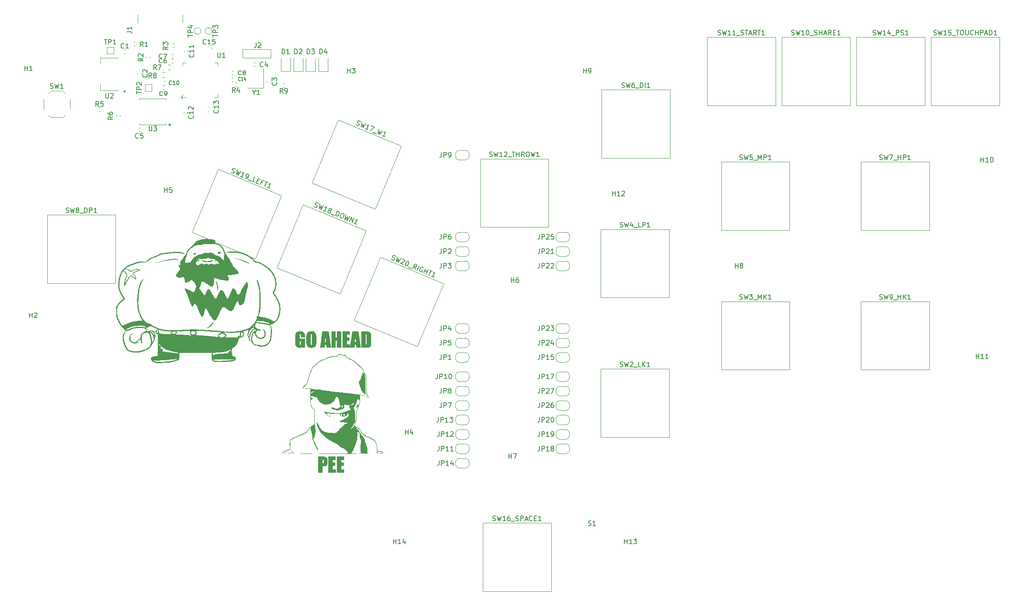
<source format=gto>
G04 #@! TF.GenerationSoftware,KiCad,Pcbnew,8.0.4*
G04 #@! TF.CreationDate,2024-07-30T01:48:29-07:00*
G04 #@! TF.ProjectId,leverless_controller_3board,6c657665-726c-4657-9373-5f636f6e7472,rev?*
G04 #@! TF.SameCoordinates,Original*
G04 #@! TF.FileFunction,Legend,Top*
G04 #@! TF.FilePolarity,Positive*
%FSLAX46Y46*%
G04 Gerber Fmt 4.6, Leading zero omitted, Abs format (unit mm)*
G04 Created by KiCad (PCBNEW 8.0.4) date 2024-07-30 01:48:29*
%MOMM*%
%LPD*%
G01*
G04 APERTURE LIST*
%ADD10C,0.000000*%
%ADD11C,0.300000*%
%ADD12C,0.150000*%
%ADD13C,0.120000*%
G04 APERTURE END LIST*
D10*
G36*
X121914795Y-113952854D02*
G01*
X121940317Y-113955346D01*
X121965524Y-113959203D01*
X121990444Y-113964287D01*
X122015105Y-113970462D01*
X122039537Y-113977592D01*
X122063767Y-113985542D01*
X122087824Y-113994174D01*
X122277464Y-114071481D01*
X122310098Y-114080254D01*
X122343245Y-114091284D01*
X122376441Y-114104524D01*
X122409218Y-114119925D01*
X122441110Y-114137438D01*
X122471650Y-114157015D01*
X122486268Y-114167563D01*
X122500373Y-114178608D01*
X122513907Y-114190145D01*
X122526812Y-114202167D01*
X122539029Y-114214670D01*
X122550501Y-114227646D01*
X122561168Y-114241089D01*
X122570973Y-114254994D01*
X122579857Y-114269355D01*
X122587762Y-114284164D01*
X122594629Y-114299417D01*
X122600402Y-114315108D01*
X122605020Y-114331229D01*
X122608426Y-114347776D01*
X122610561Y-114364741D01*
X122611368Y-114382120D01*
X122610788Y-114399906D01*
X122608762Y-114418092D01*
X122605233Y-114436673D01*
X122600142Y-114455644D01*
X122561971Y-114470196D01*
X122523222Y-114482051D01*
X122483956Y-114491484D01*
X122444238Y-114498771D01*
X122404130Y-114504190D01*
X122363694Y-114508015D01*
X122322993Y-114510524D01*
X122282091Y-114511993D01*
X122117724Y-114512993D01*
X122035965Y-114514436D01*
X121995411Y-114516360D01*
X121955158Y-114519454D01*
X121926732Y-114517699D01*
X121897750Y-114517858D01*
X121868325Y-114519478D01*
X121838572Y-114522104D01*
X121778537Y-114528563D01*
X121748483Y-114531487D01*
X121718557Y-114533604D01*
X121688872Y-114534458D01*
X121659543Y-114533597D01*
X121630683Y-114530566D01*
X121616465Y-114528096D01*
X121602407Y-114524913D01*
X121588523Y-114520960D01*
X121574828Y-114516182D01*
X121561336Y-114510521D01*
X121548061Y-114503921D01*
X121535018Y-114496325D01*
X121522220Y-114487675D01*
X121509682Y-114477917D01*
X121497418Y-114466992D01*
X121486882Y-114459829D01*
X121477306Y-114452296D01*
X121468661Y-114444415D01*
X121460917Y-114436207D01*
X121454044Y-114427690D01*
X121448012Y-114418886D01*
X121442790Y-114409816D01*
X121438350Y-114400499D01*
X121434660Y-114390956D01*
X121431690Y-114381209D01*
X121429411Y-114371276D01*
X121429220Y-114370084D01*
X121519092Y-114370084D01*
X121519132Y-114373281D01*
X121519385Y-114376440D01*
X121519854Y-114379568D01*
X121520540Y-114382673D01*
X121521447Y-114385763D01*
X121522577Y-114388845D01*
X121523933Y-114391929D01*
X121525517Y-114395021D01*
X121527333Y-114398131D01*
X121529382Y-114401265D01*
X121531668Y-114404431D01*
X121534193Y-114407639D01*
X121536960Y-114410894D01*
X121539971Y-114414207D01*
X121543229Y-114417584D01*
X121550496Y-114424563D01*
X121558784Y-114431895D01*
X121568112Y-114439645D01*
X121575059Y-114444993D01*
X121582289Y-114450039D01*
X121589746Y-114454763D01*
X121597370Y-114459146D01*
X121605106Y-114463168D01*
X121612894Y-114466809D01*
X121620677Y-114470049D01*
X121628396Y-114472870D01*
X121635995Y-114475251D01*
X121643415Y-114477174D01*
X121650599Y-114478617D01*
X121657488Y-114479562D01*
X121664024Y-114479990D01*
X121670151Y-114479879D01*
X121673042Y-114479616D01*
X121675810Y-114479212D01*
X121678445Y-114478663D01*
X121680942Y-114477968D01*
X121698269Y-114474860D01*
X121729662Y-114471748D01*
X121827542Y-114465849D01*
X121960371Y-114460939D01*
X122113939Y-114457690D01*
X122191785Y-114456112D01*
X122265024Y-114453647D01*
X122332011Y-114450420D01*
X122391097Y-114446553D01*
X122440636Y-114442172D01*
X122461310Y-114439827D01*
X122478980Y-114437400D01*
X122493440Y-114434906D01*
X122504483Y-114432362D01*
X122511903Y-114429781D01*
X122514191Y-114428483D01*
X122515496Y-114427181D01*
X122516237Y-114425796D01*
X122516853Y-114424250D01*
X122517714Y-114420701D01*
X122518094Y-114416581D01*
X122518008Y-114411940D01*
X122517472Y-114406826D01*
X122516499Y-114401286D01*
X122515106Y-114395370D01*
X122513307Y-114389125D01*
X122511117Y-114382600D01*
X122508551Y-114375844D01*
X122505624Y-114368903D01*
X122502351Y-114361828D01*
X122498748Y-114354665D01*
X122494828Y-114347464D01*
X122490608Y-114340273D01*
X122486102Y-114333140D01*
X122480944Y-114325959D01*
X122474812Y-114318628D01*
X122467785Y-114311201D01*
X122459942Y-114303729D01*
X122451363Y-114296266D01*
X122442127Y-114288864D01*
X122432315Y-114281577D01*
X122422004Y-114274458D01*
X122411275Y-114267560D01*
X122400208Y-114260934D01*
X122388881Y-114254636D01*
X122377374Y-114248716D01*
X122365766Y-114243229D01*
X122354138Y-114238227D01*
X122342568Y-114233763D01*
X122331135Y-114229890D01*
X122306639Y-114221832D01*
X122279122Y-114212139D01*
X122249522Y-114201180D01*
X122218774Y-114189321D01*
X122187817Y-114176928D01*
X122157587Y-114164369D01*
X122129021Y-114152011D01*
X122103056Y-114140221D01*
X122090568Y-114134598D01*
X122077527Y-114129131D01*
X122064038Y-114123849D01*
X122050208Y-114118780D01*
X122036143Y-114113954D01*
X122021948Y-114109398D01*
X122007729Y-114105140D01*
X121993593Y-114101210D01*
X121979645Y-114097636D01*
X121965992Y-114094446D01*
X121952738Y-114091669D01*
X121939991Y-114089333D01*
X121927857Y-114087466D01*
X121916440Y-114086098D01*
X121905848Y-114085256D01*
X121896185Y-114084969D01*
X121876433Y-114085352D01*
X121854325Y-114086448D01*
X121830609Y-114088181D01*
X121806031Y-114090472D01*
X121781339Y-114093244D01*
X121757281Y-114096418D01*
X121734604Y-114099918D01*
X121714057Y-114103666D01*
X121702342Y-114106265D01*
X121691217Y-114109264D01*
X121680671Y-114112670D01*
X121670693Y-114116493D01*
X121661271Y-114120741D01*
X121652394Y-114125422D01*
X121648157Y-114127928D01*
X121644052Y-114130546D01*
X121640078Y-114133276D01*
X121636233Y-114136120D01*
X121632516Y-114139079D01*
X121628926Y-114142154D01*
X121625461Y-114145346D01*
X121622120Y-114148657D01*
X121618901Y-114152086D01*
X121615803Y-114155636D01*
X121612825Y-114159307D01*
X121609966Y-114163100D01*
X121607223Y-114167017D01*
X121604596Y-114171059D01*
X121599682Y-114179520D01*
X121595214Y-114188493D01*
X121591180Y-114197985D01*
X121584619Y-114214349D01*
X121577330Y-114231841D01*
X121569556Y-114249917D01*
X121561540Y-114268035D01*
X121553526Y-114285653D01*
X121545757Y-114302226D01*
X121538477Y-114317213D01*
X121531928Y-114330070D01*
X121527863Y-114338244D01*
X121526108Y-114342149D01*
X121524542Y-114345944D01*
X121523168Y-114349636D01*
X121521988Y-114353234D01*
X121521004Y-114356746D01*
X121520221Y-114360178D01*
X121519639Y-114363540D01*
X121519262Y-114366839D01*
X121519092Y-114370084D01*
X121429220Y-114370084D01*
X121427793Y-114361179D01*
X121426805Y-114350937D01*
X121426417Y-114340573D01*
X121426600Y-114330105D01*
X121427323Y-114319555D01*
X121430270Y-114298289D01*
X121435016Y-114276938D01*
X121441323Y-114255666D01*
X121448949Y-114234636D01*
X121457654Y-114214013D01*
X121467197Y-114193961D01*
X121477339Y-114174642D01*
X121487838Y-114156220D01*
X121492509Y-114140028D01*
X121498061Y-114124699D01*
X121504458Y-114110209D01*
X121511661Y-114096536D01*
X121519633Y-114083656D01*
X121528337Y-114071548D01*
X121537735Y-114060186D01*
X121547791Y-114049550D01*
X121558465Y-114039615D01*
X121569722Y-114030359D01*
X121581524Y-114021759D01*
X121593832Y-114013791D01*
X121606611Y-114006433D01*
X121619822Y-113999661D01*
X121647392Y-113987786D01*
X121676243Y-113977981D01*
X121706076Y-113970063D01*
X121736591Y-113963847D01*
X121767490Y-113959149D01*
X121798472Y-113955786D01*
X121829239Y-113953572D01*
X121859491Y-113952325D01*
X121888929Y-113951861D01*
X121914795Y-113952854D01*
G37*
G36*
X117260234Y-103131027D02*
G01*
X117288795Y-103132309D01*
X117346232Y-103133257D01*
X117461552Y-103133320D01*
X117518967Y-103135079D01*
X117547510Y-103136968D01*
X117575905Y-103139751D01*
X117604123Y-103143593D01*
X117632134Y-103148659D01*
X117659909Y-103155115D01*
X117687419Y-103163124D01*
X117705399Y-103177005D01*
X117722433Y-103191671D01*
X117738534Y-103207085D01*
X117753715Y-103223211D01*
X117767989Y-103240011D01*
X117781369Y-103257448D01*
X117793868Y-103275487D01*
X117805499Y-103294089D01*
X117826208Y-103332838D01*
X117843601Y-103373401D01*
X117857780Y-103415482D01*
X117868850Y-103458787D01*
X117876915Y-103503020D01*
X117882077Y-103547886D01*
X117884442Y-103593092D01*
X117884111Y-103638341D01*
X117881190Y-103683338D01*
X117875782Y-103727790D01*
X117867991Y-103771401D01*
X117857920Y-103813875D01*
X117847099Y-103841066D01*
X117837941Y-103868629D01*
X117830213Y-103896511D01*
X117823678Y-103924656D01*
X117818102Y-103953011D01*
X117813250Y-103981521D01*
X117804776Y-104038788D01*
X117796375Y-104096020D01*
X117791615Y-104124487D01*
X117786168Y-104152782D01*
X117779799Y-104180850D01*
X117772273Y-104208637D01*
X117763355Y-104236089D01*
X117752810Y-104263150D01*
X117751799Y-104271412D01*
X117750007Y-104279107D01*
X117747499Y-104286272D01*
X117744339Y-104292944D01*
X117740590Y-104299162D01*
X117736316Y-104304961D01*
X117731582Y-104310379D01*
X117726450Y-104315454D01*
X117720985Y-104320222D01*
X117715250Y-104324721D01*
X117703228Y-104333059D01*
X117678759Y-104348142D01*
X117667334Y-104355481D01*
X117662047Y-104359230D01*
X117657128Y-104363082D01*
X117652643Y-104367074D01*
X117648654Y-104371243D01*
X117645225Y-104375626D01*
X117642421Y-104380261D01*
X117640305Y-104385185D01*
X117638941Y-104390435D01*
X117638392Y-104396048D01*
X117638723Y-104402061D01*
X117639997Y-104408511D01*
X117642279Y-104415437D01*
X117645631Y-104422874D01*
X117650119Y-104430861D01*
X117644879Y-104480036D01*
X117638261Y-104530961D01*
X117634114Y-104556688D01*
X117629235Y-104582383D01*
X117623498Y-104607890D01*
X117616773Y-104633051D01*
X117608932Y-104657710D01*
X117599846Y-104681711D01*
X117589386Y-104704896D01*
X117577425Y-104727110D01*
X117570841Y-104737804D01*
X117563833Y-104748196D01*
X117556385Y-104758267D01*
X117548482Y-104767997D01*
X117540106Y-104777366D01*
X117531243Y-104786356D01*
X117521875Y-104794946D01*
X117511988Y-104803117D01*
X117513629Y-104824328D01*
X117514392Y-104845534D01*
X117514324Y-104866725D01*
X117513475Y-104887892D01*
X117511893Y-104909025D01*
X117509628Y-104930114D01*
X117506729Y-104951151D01*
X117503245Y-104972124D01*
X117499224Y-104993025D01*
X117494716Y-105013844D01*
X117484434Y-105055197D01*
X117472790Y-105096105D01*
X117460177Y-105136492D01*
X117451789Y-105163825D01*
X117441792Y-105190338D01*
X117430372Y-105216119D01*
X117417714Y-105241258D01*
X117404004Y-105265843D01*
X117389425Y-105289961D01*
X117374164Y-105313701D01*
X117358406Y-105337152D01*
X117294103Y-105429826D01*
X117278635Y-105453154D01*
X117263781Y-105476723D01*
X117249727Y-105500620D01*
X117236656Y-105524934D01*
X117221058Y-105705091D01*
X117209074Y-105885611D01*
X117191815Y-106247337D01*
X117176605Y-106609304D01*
X117167184Y-106790126D01*
X117155172Y-106970706D01*
X117145804Y-107076359D01*
X117138252Y-107183356D01*
X117130241Y-107290838D01*
X117119495Y-107397945D01*
X117112385Y-107451090D01*
X117103738Y-107503818D01*
X117093270Y-107556024D01*
X117080695Y-107607599D01*
X117065730Y-107658436D01*
X117048090Y-107708428D01*
X117027490Y-107757467D01*
X117003647Y-107805445D01*
X116996606Y-107809248D01*
X116990119Y-107813147D01*
X116984168Y-107817142D01*
X116978731Y-107821235D01*
X116973788Y-107825426D01*
X116969320Y-107829715D01*
X116965307Y-107834103D01*
X116961728Y-107838591D01*
X116958564Y-107843178D01*
X116955794Y-107847867D01*
X116953399Y-107852657D01*
X116951358Y-107857548D01*
X116949652Y-107862542D01*
X116948260Y-107867639D01*
X116947163Y-107872839D01*
X116946340Y-107878143D01*
X116945437Y-107889066D01*
X116945392Y-107900412D01*
X116946044Y-107912185D01*
X116947233Y-107924391D01*
X116954161Y-107977621D01*
X116957001Y-107998112D01*
X116958606Y-108018268D01*
X116959042Y-108038107D01*
X116958374Y-108057647D01*
X116956667Y-108076906D01*
X116953986Y-108095902D01*
X116950396Y-108114654D01*
X116945964Y-108133179D01*
X116940753Y-108151495D01*
X116934829Y-108169620D01*
X116921104Y-108205372D01*
X116905310Y-108240579D01*
X116887969Y-108275384D01*
X116813562Y-108413490D01*
X116796308Y-108448460D01*
X116780636Y-108483897D01*
X116767069Y-108519945D01*
X116761237Y-108538243D01*
X116756127Y-108556749D01*
X116740162Y-108581851D01*
X116725785Y-108607834D01*
X116712705Y-108634529D01*
X116700634Y-108661767D01*
X116678364Y-108717189D01*
X116656663Y-108772746D01*
X116645305Y-108800151D01*
X116633222Y-108827081D01*
X116620127Y-108853366D01*
X116605730Y-108878837D01*
X116589743Y-108903325D01*
X116581063Y-108915146D01*
X116571876Y-108926659D01*
X116562148Y-108937840D01*
X116551842Y-108948670D01*
X116540921Y-108959126D01*
X116529350Y-108969188D01*
X116489828Y-108999965D01*
X116451063Y-109031803D01*
X116375217Y-109097843D01*
X116226182Y-109233600D01*
X116150656Y-109300016D01*
X116112131Y-109332137D01*
X116072902Y-109363259D01*
X116032825Y-109393174D01*
X115991752Y-109421677D01*
X115949539Y-109448562D01*
X115906039Y-109473623D01*
X115895160Y-109472659D01*
X115884846Y-109470933D01*
X115875097Y-109468480D01*
X115865910Y-109465338D01*
X115857286Y-109461542D01*
X115849223Y-109457130D01*
X115841721Y-109452138D01*
X115834778Y-109446603D01*
X115828393Y-109440561D01*
X115822565Y-109434049D01*
X115817294Y-109427104D01*
X115812578Y-109419763D01*
X115808417Y-109412061D01*
X115804809Y-109404037D01*
X115801894Y-109396107D01*
X115889970Y-109396107D01*
X115890009Y-109397838D01*
X115890140Y-109399464D01*
X115890365Y-109400982D01*
X115890682Y-109402388D01*
X115891093Y-109403677D01*
X115891598Y-109404847D01*
X115892197Y-109405893D01*
X115892891Y-109406812D01*
X115893680Y-109407599D01*
X115894564Y-109408252D01*
X115895544Y-109408767D01*
X115896620Y-109409139D01*
X115897793Y-109409365D01*
X115899063Y-109409441D01*
X115902481Y-109408719D01*
X115907403Y-109406600D01*
X115913735Y-109403157D01*
X115921382Y-109398460D01*
X115940249Y-109385589D01*
X115963254Y-109368561D01*
X115989647Y-109347946D01*
X116018678Y-109324314D01*
X116049598Y-109298237D01*
X116081657Y-109270286D01*
X116213844Y-109153529D01*
X116311224Y-109068252D01*
X116345775Y-109038600D01*
X116386178Y-109004304D01*
X116427403Y-108969612D01*
X116464424Y-108938772D01*
X116472698Y-108931627D01*
X116480871Y-108923987D01*
X116488893Y-108915923D01*
X116496716Y-108907502D01*
X116504294Y-108898794D01*
X116511578Y-108889868D01*
X116518520Y-108880793D01*
X116525073Y-108871638D01*
X116531188Y-108862472D01*
X116536817Y-108853364D01*
X116541913Y-108844383D01*
X116546429Y-108835598D01*
X116550315Y-108827079D01*
X116553524Y-108818894D01*
X116556008Y-108811112D01*
X116557720Y-108803803D01*
X116559321Y-108796319D01*
X116561480Y-108788024D01*
X116564160Y-108779004D01*
X116567325Y-108769347D01*
X116574959Y-108748463D01*
X116584087Y-108726066D01*
X116594413Y-108702845D01*
X116605641Y-108679493D01*
X116617477Y-108656702D01*
X116629623Y-108635162D01*
X116635650Y-108624758D01*
X116641508Y-108614276D01*
X116647167Y-108603787D01*
X116652595Y-108593359D01*
X116657764Y-108583064D01*
X116662642Y-108572971D01*
X116667199Y-108563151D01*
X116671406Y-108553673D01*
X116675231Y-108544609D01*
X116678644Y-108536028D01*
X116681616Y-108528000D01*
X116684115Y-108520595D01*
X116686111Y-108513884D01*
X116687575Y-108507936D01*
X116688475Y-108502822D01*
X116688782Y-108498612D01*
X116689233Y-108494211D01*
X116690558Y-108488534D01*
X116692710Y-108481673D01*
X116695647Y-108473714D01*
X116703695Y-108454863D01*
X116714345Y-108432692D01*
X116727241Y-108407913D01*
X116742027Y-108381237D01*
X116758348Y-108353376D01*
X116775847Y-108325042D01*
X116786427Y-108307922D01*
X116796320Y-108291011D01*
X116805526Y-108274307D01*
X116814045Y-108257808D01*
X116821879Y-108241511D01*
X116829028Y-108225414D01*
X116835493Y-108209515D01*
X116841274Y-108193811D01*
X116846373Y-108178299D01*
X116850789Y-108162978D01*
X116854524Y-108147845D01*
X116857579Y-108132898D01*
X116859953Y-108118134D01*
X116861649Y-108103551D01*
X116862665Y-108089146D01*
X116863004Y-108074917D01*
X116862646Y-108051322D01*
X116861621Y-108027492D01*
X116860000Y-108004080D01*
X116857852Y-107981740D01*
X116855250Y-107961122D01*
X116853800Y-107951664D01*
X116852264Y-107942881D01*
X116850649Y-107934855D01*
X116848965Y-107927668D01*
X116847220Y-107921401D01*
X116845424Y-107916136D01*
X116843504Y-107911457D01*
X116841398Y-107906908D01*
X116839127Y-107902513D01*
X116836712Y-107898297D01*
X116834174Y-107894283D01*
X116831534Y-107890494D01*
X116828814Y-107886954D01*
X116826035Y-107883686D01*
X116823218Y-107880715D01*
X116820384Y-107878063D01*
X116818968Y-107876864D01*
X116817555Y-107875754D01*
X116816148Y-107874736D01*
X116814751Y-107873812D01*
X116813365Y-107872987D01*
X116811994Y-107872261D01*
X116810640Y-107871639D01*
X116809305Y-107871124D01*
X116807993Y-107870718D01*
X116806706Y-107870424D01*
X116805446Y-107870246D01*
X116804217Y-107870186D01*
X116802944Y-107870366D01*
X116801556Y-107870901D01*
X116798452Y-107873001D01*
X116794942Y-107876415D01*
X116791066Y-107881071D01*
X116786860Y-107886899D01*
X116782364Y-107893828D01*
X116777615Y-107901788D01*
X116772652Y-107910708D01*
X116762235Y-107931144D01*
X116751418Y-107954570D01*
X116740505Y-107980421D01*
X116729803Y-108008131D01*
X116718794Y-108036777D01*
X116707003Y-108065311D01*
X116694795Y-108092978D01*
X116682536Y-108119026D01*
X116670593Y-108142699D01*
X116664855Y-108153410D01*
X116659332Y-108163245D01*
X116654072Y-108172108D01*
X116649119Y-108179907D01*
X116644520Y-108186547D01*
X116640320Y-108191933D01*
X116636383Y-108196714D01*
X116632556Y-108201578D01*
X116628858Y-108206491D01*
X116625308Y-108211417D01*
X116621929Y-108216323D01*
X116618738Y-108221174D01*
X116615756Y-108225936D01*
X116613003Y-108230575D01*
X116610499Y-108235055D01*
X116608265Y-108239342D01*
X116606319Y-108243402D01*
X116604682Y-108247201D01*
X116603375Y-108250704D01*
X116602416Y-108253876D01*
X116601826Y-108256684D01*
X116601675Y-108257940D01*
X116601625Y-108259092D01*
X116601221Y-108262120D01*
X116600037Y-108266744D01*
X116595485Y-108280400D01*
X116588287Y-108299296D01*
X116578763Y-108322667D01*
X116567231Y-108349747D01*
X116554009Y-108379771D01*
X116539415Y-108411975D01*
X116523769Y-108445592D01*
X116506137Y-108481739D01*
X116485851Y-108521190D01*
X116463632Y-108562673D01*
X116440198Y-108604914D01*
X116416270Y-108646639D01*
X116392566Y-108686576D01*
X116369806Y-108723452D01*
X116348710Y-108755992D01*
X116303203Y-108822684D01*
X116251070Y-108896932D01*
X116198736Y-108969682D01*
X116152629Y-109031882D01*
X116131533Y-109059469D01*
X116109529Y-109087786D01*
X116065387Y-109143392D01*
X116044543Y-109169072D01*
X116025380Y-109192264D01*
X116008545Y-109212162D01*
X115994685Y-109227963D01*
X115982209Y-109242277D01*
X115969341Y-109257915D01*
X115956452Y-109274373D01*
X115943913Y-109291145D01*
X115932092Y-109307729D01*
X115921360Y-109323620D01*
X115912088Y-109338313D01*
X115908114Y-109345053D01*
X115904644Y-109351305D01*
X115903083Y-109354280D01*
X115901609Y-109357219D01*
X115900220Y-109360116D01*
X115898918Y-109362969D01*
X115897702Y-109365773D01*
X115896574Y-109368525D01*
X115895533Y-109371221D01*
X115894580Y-109373857D01*
X115893716Y-109376430D01*
X115892940Y-109378936D01*
X115892253Y-109381370D01*
X115891656Y-109383730D01*
X115891148Y-109386011D01*
X115890731Y-109388209D01*
X115890404Y-109390322D01*
X115890168Y-109392345D01*
X115890023Y-109394275D01*
X115889970Y-109396107D01*
X115801894Y-109396107D01*
X115801754Y-109395726D01*
X115799250Y-109387164D01*
X115797296Y-109378390D01*
X115795893Y-109369439D01*
X115795037Y-109360348D01*
X115794730Y-109351153D01*
X115794969Y-109341892D01*
X115795753Y-109332601D01*
X115797082Y-109323316D01*
X115798955Y-109314075D01*
X115801371Y-109304914D01*
X115804328Y-109295869D01*
X115807826Y-109286977D01*
X115811864Y-109278276D01*
X115816440Y-109269801D01*
X115821555Y-109261589D01*
X115827206Y-109253677D01*
X115833393Y-109246102D01*
X116032904Y-108989247D01*
X116131140Y-108858858D01*
X116225665Y-108725941D01*
X116270903Y-108658250D01*
X116314455Y-108589584D01*
X116356068Y-108519830D01*
X116395488Y-108448872D01*
X116432463Y-108376597D01*
X116466740Y-108302891D01*
X116498065Y-108227639D01*
X116526187Y-108150727D01*
X116535619Y-108139643D01*
X116544510Y-108128220D01*
X116560824Y-108104458D01*
X116575437Y-108079642D01*
X116588657Y-108053972D01*
X116600791Y-108027647D01*
X116612147Y-108000868D01*
X116633753Y-107946745D01*
X116655937Y-107893202D01*
X116668013Y-107867149D01*
X116681157Y-107841840D01*
X116695674Y-107817476D01*
X116711873Y-107794257D01*
X116720699Y-107783140D01*
X116730061Y-107772383D01*
X116739997Y-107762013D01*
X116750546Y-107752054D01*
X116739795Y-107567562D01*
X116732844Y-107382893D01*
X116726305Y-107013204D01*
X116722864Y-106643358D01*
X116719785Y-106458492D01*
X116714455Y-106273725D01*
X116714814Y-106217998D01*
X116713911Y-106162398D01*
X116708613Y-106051550D01*
X116699141Y-105941138D01*
X116686078Y-105831112D01*
X116670003Y-105721429D01*
X116651500Y-105612041D01*
X116631149Y-105502902D01*
X116609531Y-105393965D01*
X116608884Y-105378126D01*
X116607302Y-105362705D01*
X116604846Y-105347676D01*
X116601573Y-105333012D01*
X116597542Y-105318687D01*
X116592811Y-105304674D01*
X116587439Y-105290949D01*
X116581485Y-105277483D01*
X116568064Y-105251228D01*
X116553016Y-105225699D01*
X116536810Y-105200686D01*
X116519914Y-105175980D01*
X116485928Y-105126643D01*
X116469774Y-105101594D01*
X116454806Y-105076010D01*
X116441490Y-105049682D01*
X116435599Y-105036173D01*
X116430296Y-105022399D01*
X116425641Y-105008334D01*
X116423822Y-105001710D01*
X116514467Y-105001710D01*
X116514890Y-105008137D01*
X116516131Y-105015330D01*
X116518149Y-105023209D01*
X116520901Y-105031698D01*
X116524345Y-105040718D01*
X116528440Y-105050194D01*
X116533143Y-105060045D01*
X116538414Y-105070196D01*
X116544209Y-105080569D01*
X116550487Y-105091085D01*
X116557206Y-105101668D01*
X116564324Y-105112240D01*
X116571800Y-105122723D01*
X116579590Y-105133040D01*
X116587655Y-105143112D01*
X116595951Y-105152863D01*
X116607076Y-105166052D01*
X116617490Y-105179507D01*
X116627237Y-105193348D01*
X116636361Y-105207690D01*
X116644909Y-105222651D01*
X116652923Y-105238349D01*
X116660450Y-105254899D01*
X116667534Y-105272420D01*
X116674219Y-105291029D01*
X116680550Y-105310843D01*
X116686573Y-105331979D01*
X116692331Y-105354553D01*
X116697870Y-105378685D01*
X116703234Y-105404490D01*
X116713618Y-105461589D01*
X116730289Y-105558075D01*
X116748860Y-105661094D01*
X116767065Y-105758309D01*
X116782637Y-105837380D01*
X116789625Y-105887661D01*
X116796231Y-105966733D01*
X116807841Y-106198916D01*
X116816545Y-106509268D01*
X116821425Y-106873130D01*
X116825331Y-107215785D01*
X116831460Y-107501122D01*
X116835095Y-107612989D01*
X116838968Y-107699357D01*
X116842973Y-107756502D01*
X116844992Y-107772953D01*
X116847005Y-107780703D01*
X116849122Y-107783907D01*
X116851448Y-107787020D01*
X116853958Y-107790028D01*
X116856631Y-107792913D01*
X116859442Y-107795660D01*
X116862368Y-107798252D01*
X116865385Y-107800674D01*
X116868470Y-107802909D01*
X116871599Y-107804942D01*
X116874749Y-107806756D01*
X116877896Y-107808335D01*
X116881017Y-107809663D01*
X116884088Y-107810724D01*
X116887087Y-107811501D01*
X116888551Y-107811779D01*
X116889988Y-107811980D01*
X116891395Y-107812102D01*
X116892770Y-107812143D01*
X116894153Y-107812076D01*
X116895587Y-107811879D01*
X116897069Y-107811555D01*
X116898595Y-107811107D01*
X116901765Y-107809851D01*
X116905072Y-107808138D01*
X116908489Y-107805993D01*
X116911988Y-107803443D01*
X116915542Y-107800514D01*
X116919126Y-107797231D01*
X116922711Y-107793620D01*
X116926271Y-107789708D01*
X116929780Y-107785520D01*
X116933210Y-107781083D01*
X116936534Y-107776422D01*
X116939725Y-107771563D01*
X116942758Y-107766532D01*
X116945604Y-107761355D01*
X116951635Y-107747884D01*
X116958600Y-107729012D01*
X116966250Y-107705602D01*
X116974337Y-107678520D01*
X116982610Y-107648631D01*
X116990822Y-107616799D01*
X116998723Y-107583888D01*
X117006065Y-107550763D01*
X117013389Y-107509493D01*
X117021240Y-107453233D01*
X117029374Y-107384486D01*
X117037544Y-107305750D01*
X117053014Y-107128318D01*
X117065689Y-106940940D01*
X117089772Y-106479202D01*
X117111547Y-106001184D01*
X117118333Y-105840957D01*
X117121431Y-105775560D01*
X117124526Y-105718874D01*
X117127764Y-105670072D01*
X117129482Y-105648370D01*
X117131290Y-105628329D01*
X117133206Y-105609847D01*
X117135248Y-105592820D01*
X117137435Y-105577145D01*
X117139785Y-105562718D01*
X117142316Y-105549437D01*
X117145046Y-105537198D01*
X117147993Y-105525899D01*
X117151175Y-105515435D01*
X117154611Y-105505704D01*
X117158318Y-105496602D01*
X117162316Y-105488026D01*
X117166621Y-105479874D01*
X117171253Y-105472041D01*
X117176228Y-105464425D01*
X117181567Y-105456923D01*
X117187286Y-105449430D01*
X117199938Y-105434063D01*
X117214332Y-105417498D01*
X117223039Y-105407231D01*
X117232077Y-105395910D01*
X117250858Y-105370570D01*
X117270107Y-105342406D01*
X117289251Y-105312344D01*
X117307722Y-105281310D01*
X117324949Y-105250233D01*
X117340363Y-105220038D01*
X117347211Y-105205561D01*
X117353393Y-105191652D01*
X117359192Y-105177573D01*
X117364922Y-105162599D01*
X117376034Y-105130496D01*
X117386463Y-105096401D01*
X117395939Y-105061374D01*
X117404196Y-105026477D01*
X117410965Y-104992768D01*
X117415979Y-104961308D01*
X117417744Y-104946752D01*
X117418970Y-104933156D01*
X117420092Y-104915914D01*
X117420851Y-104900150D01*
X117421089Y-104892807D01*
X117421232Y-104885813D01*
X117421277Y-104879164D01*
X117421223Y-104872853D01*
X117421068Y-104866873D01*
X117420810Y-104861219D01*
X117420447Y-104855884D01*
X117419979Y-104850861D01*
X117419403Y-104846144D01*
X117418718Y-104841728D01*
X117417922Y-104837606D01*
X117417012Y-104833771D01*
X117415989Y-104830217D01*
X117414849Y-104826938D01*
X117413592Y-104823928D01*
X117412215Y-104821180D01*
X117410717Y-104818688D01*
X117409096Y-104816446D01*
X117407351Y-104814447D01*
X117405479Y-104812685D01*
X117403480Y-104811154D01*
X117401351Y-104809848D01*
X117399091Y-104808760D01*
X117396698Y-104807884D01*
X117394170Y-104807213D01*
X117391506Y-104806742D01*
X117388704Y-104806464D01*
X117385763Y-104806373D01*
X117383498Y-104806537D01*
X117381082Y-104807023D01*
X117375829Y-104808930D01*
X117370059Y-104812029D01*
X117363832Y-104816257D01*
X117357203Y-104821548D01*
X117350231Y-104827839D01*
X117342973Y-104835066D01*
X117335486Y-104843163D01*
X117327827Y-104852067D01*
X117320054Y-104861713D01*
X117312225Y-104872037D01*
X117304396Y-104882975D01*
X117296625Y-104894462D01*
X117288970Y-104906433D01*
X117281487Y-104918826D01*
X117274234Y-104931575D01*
X117267126Y-104944245D01*
X117260065Y-104956408D01*
X117253096Y-104968007D01*
X117246260Y-104978987D01*
X117239602Y-104989289D01*
X117233163Y-104998858D01*
X117226988Y-105007637D01*
X117221118Y-105015571D01*
X117215597Y-105022601D01*
X117210469Y-105028673D01*
X117205775Y-105033729D01*
X117203605Y-105035859D01*
X117201559Y-105037713D01*
X117199644Y-105039286D01*
X117197864Y-105040569D01*
X117196225Y-105041556D01*
X117194733Y-105042240D01*
X117193392Y-105042613D01*
X117192208Y-105042669D01*
X117191187Y-105042400D01*
X117190333Y-105041800D01*
X117188624Y-105039455D01*
X117186584Y-105035551D01*
X117181623Y-105023424D01*
X117175662Y-105006135D01*
X117168916Y-104984398D01*
X117161596Y-104958931D01*
X117153918Y-104930448D01*
X117146093Y-104899666D01*
X117138336Y-104867299D01*
X117132646Y-104842345D01*
X117127761Y-104819729D01*
X117123690Y-104799227D01*
X117120443Y-104780617D01*
X117118030Y-104763673D01*
X117116459Y-104748172D01*
X117115742Y-104733891D01*
X117115705Y-104727138D01*
X117115886Y-104720606D01*
X117116045Y-104718076D01*
X117213255Y-104718076D01*
X117213866Y-104729261D01*
X117214447Y-104740786D01*
X117215374Y-104750511D01*
X117216636Y-104758533D01*
X117218223Y-104764946D01*
X117220123Y-104769847D01*
X117222328Y-104773330D01*
X117224826Y-104775490D01*
X117227606Y-104776423D01*
X117230659Y-104776224D01*
X117233974Y-104774988D01*
X117237541Y-104772811D01*
X117241348Y-104769787D01*
X117249644Y-104761582D01*
X117258778Y-104751136D01*
X117279228Y-104726563D01*
X117290376Y-104713962D01*
X117302027Y-104702167D01*
X117308016Y-104696810D01*
X117314099Y-104691940D01*
X117320266Y-104687653D01*
X117326507Y-104684043D01*
X117332811Y-104681207D01*
X117339168Y-104679239D01*
X117345567Y-104678234D01*
X117351997Y-104678288D01*
X117346238Y-104661579D01*
X117341837Y-104644275D01*
X117338740Y-104626463D01*
X117338330Y-104622417D01*
X117430871Y-104622417D01*
X117430977Y-104628383D01*
X117431501Y-104633573D01*
X117432458Y-104637918D01*
X117438357Y-104656614D01*
X117445982Y-104679559D01*
X117454355Y-104703846D01*
X117462502Y-104726564D01*
X117465147Y-104733120D01*
X117467805Y-104738375D01*
X117470496Y-104742304D01*
X117471861Y-104743764D01*
X117473243Y-104744882D01*
X117474645Y-104745656D01*
X117476068Y-104746082D01*
X117477516Y-104746158D01*
X117478991Y-104745881D01*
X117480496Y-104745246D01*
X117482034Y-104744251D01*
X117483608Y-104742894D01*
X117485220Y-104741169D01*
X117488569Y-104736609D01*
X117492103Y-104730546D01*
X117495844Y-104722953D01*
X117499814Y-104713807D01*
X117504033Y-104703080D01*
X117508524Y-104690750D01*
X117513307Y-104676789D01*
X117518406Y-104661172D01*
X117525913Y-104636834D01*
X117532999Y-104612190D01*
X117539504Y-104587917D01*
X117545271Y-104564696D01*
X117550138Y-104543203D01*
X117553947Y-104524117D01*
X117556538Y-104508117D01*
X117557327Y-104501486D01*
X117557752Y-104495880D01*
X117557832Y-104490783D01*
X117557607Y-104485644D01*
X117557091Y-104480498D01*
X117556300Y-104475377D01*
X117555246Y-104470318D01*
X117553945Y-104465354D01*
X117552410Y-104460520D01*
X117550655Y-104455851D01*
X117548695Y-104451380D01*
X117546543Y-104447142D01*
X117544214Y-104443171D01*
X117541722Y-104439503D01*
X117540420Y-104437792D01*
X117539081Y-104436170D01*
X117537709Y-104434641D01*
X117536305Y-104433209D01*
X117534871Y-104431878D01*
X117533409Y-104430652D01*
X117531919Y-104429537D01*
X117530405Y-104428536D01*
X117530022Y-104428306D01*
X117529634Y-104428092D01*
X117529241Y-104427891D01*
X117528845Y-104427706D01*
X117528444Y-104427535D01*
X117528038Y-104427379D01*
X117527627Y-104427238D01*
X117527212Y-104427113D01*
X117526792Y-104427002D01*
X117526367Y-104426908D01*
X117525936Y-104426829D01*
X117525501Y-104426766D01*
X117525061Y-104426719D01*
X117524615Y-104426688D01*
X117524164Y-104426673D01*
X117523708Y-104426675D01*
X117523708Y-104426768D01*
X117522070Y-104426911D01*
X117520381Y-104427236D01*
X117516862Y-104428419D01*
X117513176Y-104430291D01*
X117509346Y-104432825D01*
X117505396Y-104435995D01*
X117501351Y-104439773D01*
X117497234Y-104444133D01*
X117493070Y-104449049D01*
X117488882Y-104454494D01*
X117484694Y-104460442D01*
X117480531Y-104466865D01*
X117476416Y-104473737D01*
X117472373Y-104481031D01*
X117468427Y-104488721D01*
X117464602Y-104496780D01*
X117460921Y-104505182D01*
X117456915Y-104515047D01*
X117453138Y-104525020D01*
X117449605Y-104535033D01*
X117446330Y-104545019D01*
X117443328Y-104554909D01*
X117440613Y-104564636D01*
X117438200Y-104574130D01*
X117436102Y-104583325D01*
X117434336Y-104592151D01*
X117432915Y-104600542D01*
X117431854Y-104608428D01*
X117431168Y-104615743D01*
X117430871Y-104622417D01*
X117338330Y-104622417D01*
X117336893Y-104608228D01*
X117336242Y-104589656D01*
X117336731Y-104570832D01*
X117338308Y-104551842D01*
X117340918Y-104532772D01*
X117344506Y-104513708D01*
X117349019Y-104494734D01*
X117354401Y-104475938D01*
X117360598Y-104457404D01*
X117367558Y-104439218D01*
X117375224Y-104421467D01*
X117383543Y-104404235D01*
X117392460Y-104387608D01*
X117393867Y-104385819D01*
X117394298Y-104385177D01*
X117393877Y-104385535D01*
X117392726Y-104386751D01*
X117383286Y-104397301D01*
X117372015Y-104410027D01*
X117368154Y-104414322D01*
X117367097Y-104415447D01*
X117366787Y-104415699D01*
X117356382Y-104434528D01*
X117344855Y-104453214D01*
X117332473Y-104471808D01*
X117319498Y-104490363D01*
X117292831Y-104527570D01*
X117279667Y-104546327D01*
X117266968Y-104565258D01*
X117255000Y-104584413D01*
X117244026Y-104603848D01*
X117234310Y-104623613D01*
X117226118Y-104643763D01*
X117222675Y-104653999D01*
X117219713Y-104664350D01*
X117217263Y-104674824D01*
X117215360Y-104685427D01*
X117214035Y-104696166D01*
X117213323Y-104707046D01*
X117213255Y-104718076D01*
X117116045Y-104718076D01*
X117116284Y-104714267D01*
X117116902Y-104708092D01*
X117117740Y-104702055D01*
X117118799Y-104696127D01*
X117120081Y-104690280D01*
X117121587Y-104684486D01*
X117123318Y-104678717D01*
X117125275Y-104672946D01*
X117129872Y-104661282D01*
X117135389Y-104649271D01*
X117141835Y-104636690D01*
X117149219Y-104623314D01*
X117173130Y-104582306D01*
X117202850Y-104533020D01*
X117234590Y-104481651D01*
X117264561Y-104434396D01*
X117271716Y-104423654D01*
X117279226Y-104413036D01*
X117287029Y-104402604D01*
X117295064Y-104392422D01*
X117303266Y-104382552D01*
X117311574Y-104373056D01*
X117319925Y-104363997D01*
X117328256Y-104355437D01*
X117336505Y-104347440D01*
X117344609Y-104340067D01*
X117352506Y-104333381D01*
X117360134Y-104327445D01*
X117367429Y-104322321D01*
X117374328Y-104318072D01*
X117380771Y-104314761D01*
X117383801Y-104313476D01*
X117386693Y-104312450D01*
X117392770Y-104310773D01*
X117399668Y-104309329D01*
X117407308Y-104308115D01*
X117415612Y-104307133D01*
X117424502Y-104306382D01*
X117433901Y-104305861D01*
X117453910Y-104305511D01*
X117475018Y-104306080D01*
X117496598Y-104307567D01*
X117518028Y-104309970D01*
X117528492Y-104311514D01*
X117538684Y-104313287D01*
X117553873Y-104316004D01*
X117567569Y-104318126D01*
X117579893Y-104319600D01*
X117585579Y-104320077D01*
X117590967Y-104320371D01*
X117596073Y-104320477D01*
X117600912Y-104320388D01*
X117605499Y-104320096D01*
X117609849Y-104319595D01*
X117613978Y-104318879D01*
X117617901Y-104317940D01*
X117621633Y-104316773D01*
X117625189Y-104315370D01*
X117628585Y-104313724D01*
X117631835Y-104311830D01*
X117634955Y-104309680D01*
X117637960Y-104307268D01*
X117640865Y-104304587D01*
X117643686Y-104301630D01*
X117646437Y-104298391D01*
X117649134Y-104294862D01*
X117651792Y-104291038D01*
X117654426Y-104286912D01*
X117657051Y-104282477D01*
X117659684Y-104277725D01*
X117665029Y-104267249D01*
X117670582Y-104255430D01*
X117674117Y-104247248D01*
X117677553Y-104238460D01*
X117680872Y-104229147D01*
X117684055Y-104219391D01*
X117687087Y-104209272D01*
X117689948Y-104198871D01*
X117695088Y-104177548D01*
X117699333Y-104156072D01*
X117701076Y-104145479D01*
X117702541Y-104135091D01*
X117703712Y-104124988D01*
X117704571Y-104115253D01*
X117705099Y-104105965D01*
X117705279Y-104097207D01*
X117705504Y-104088202D01*
X117706166Y-104078194D01*
X117708711Y-104055585D01*
X117712735Y-104030224D01*
X117718060Y-104002953D01*
X117724508Y-103974616D01*
X117731901Y-103946056D01*
X117740061Y-103918116D01*
X117748810Y-103891638D01*
X117753245Y-103878364D01*
X117757551Y-103864096D01*
X117765687Y-103833103D01*
X117773042Y-103799717D01*
X117779442Y-103764995D01*
X117784711Y-103729994D01*
X117788672Y-103695771D01*
X117791150Y-103663383D01*
X117791779Y-103648207D01*
X117791970Y-103633886D01*
X117791628Y-103617875D01*
X117790743Y-103601765D01*
X117789323Y-103585595D01*
X117787380Y-103569399D01*
X117784921Y-103553215D01*
X117781957Y-103537078D01*
X117778496Y-103521024D01*
X117774549Y-103505090D01*
X117770124Y-103489312D01*
X117765232Y-103473727D01*
X117759881Y-103458369D01*
X117754081Y-103443276D01*
X117747841Y-103428484D01*
X117741172Y-103414029D01*
X117734081Y-103399946D01*
X117726579Y-103386274D01*
X117704993Y-103349375D01*
X117695455Y-103334370D01*
X117686297Y-103321441D01*
X117677180Y-103310426D01*
X117672529Y-103305584D01*
X117667759Y-103301160D01*
X117662829Y-103297131D01*
X117657695Y-103293478D01*
X117652315Y-103290181D01*
X117646645Y-103287218D01*
X117640644Y-103284570D01*
X117634268Y-103282215D01*
X117627475Y-103280133D01*
X117620221Y-103278304D01*
X117604164Y-103275323D01*
X117585754Y-103273106D01*
X117564651Y-103271490D01*
X117540511Y-103270311D01*
X117481757Y-103268606D01*
X117301768Y-103264328D01*
X117227447Y-103498081D01*
X117212530Y-103545636D01*
X117198628Y-103591151D01*
X117186044Y-103633546D01*
X117175081Y-103671741D01*
X117166042Y-103704658D01*
X117159230Y-103731218D01*
X117154948Y-103750341D01*
X117153850Y-103756777D01*
X117153498Y-103760948D01*
X117153041Y-103765111D01*
X117151635Y-103771523D01*
X117146169Y-103790556D01*
X117137485Y-103816975D01*
X117125967Y-103849708D01*
X117095974Y-103929825D01*
X117059271Y-104022328D01*
X117039822Y-104069192D01*
X117020820Y-104113289D01*
X117002744Y-104153628D01*
X116986069Y-104189218D01*
X116971271Y-104219068D01*
X116964725Y-104231530D01*
X116958827Y-104242186D01*
X116953637Y-104250912D01*
X116949214Y-104257583D01*
X116945617Y-104262076D01*
X116944147Y-104263467D01*
X116942906Y-104264266D01*
X116941790Y-104264818D01*
X116940688Y-104265472D01*
X116938530Y-104267073D01*
X116936444Y-104269042D01*
X116934441Y-104271353D01*
X116932532Y-104273980D01*
X116930729Y-104276895D01*
X116929044Y-104280072D01*
X116927488Y-104283485D01*
X116926072Y-104287107D01*
X116924807Y-104290912D01*
X116923706Y-104294872D01*
X116922779Y-104298961D01*
X116922039Y-104303153D01*
X116921495Y-104307420D01*
X116921161Y-104311737D01*
X116921047Y-104316077D01*
X116920650Y-104321153D01*
X116919486Y-104327630D01*
X116917594Y-104335409D01*
X116915013Y-104344390D01*
X116907938Y-104365560D01*
X116898576Y-104390346D01*
X116887238Y-104417952D01*
X116874237Y-104447584D01*
X116859884Y-104478445D01*
X116844494Y-104509740D01*
X116836029Y-104525904D01*
X116826512Y-104543050D01*
X116804736Y-104579690D01*
X116780001Y-104618458D01*
X116753141Y-104658158D01*
X116724992Y-104697589D01*
X116696389Y-104735552D01*
X116668165Y-104770849D01*
X116641157Y-104802280D01*
X116628255Y-104816955D01*
X116615714Y-104831811D01*
X116603599Y-104846748D01*
X116591975Y-104861663D01*
X116580907Y-104876453D01*
X116570460Y-104891017D01*
X116560699Y-104905252D01*
X116551690Y-104919056D01*
X116543497Y-104932326D01*
X116536186Y-104944962D01*
X116529820Y-104956860D01*
X116524467Y-104967918D01*
X116520189Y-104978035D01*
X116517054Y-104987107D01*
X116515125Y-104995033D01*
X116514633Y-104998534D01*
X116514467Y-105001710D01*
X116423822Y-105001710D01*
X116421692Y-104993952D01*
X116418508Y-104979226D01*
X116416148Y-104964131D01*
X116420285Y-104946353D01*
X116425217Y-104928998D01*
X116430900Y-104912044D01*
X116437289Y-104895466D01*
X116444341Y-104879240D01*
X116452011Y-104863343D01*
X116460256Y-104847750D01*
X116469033Y-104832438D01*
X116488002Y-104802560D01*
X116508569Y-104773520D01*
X116530381Y-104745125D01*
X116553087Y-104717184D01*
X116599777Y-104661905D01*
X116623059Y-104634185D01*
X116645830Y-104606156D01*
X116667739Y-104577627D01*
X116688434Y-104548408D01*
X116707565Y-104518308D01*
X116716434Y-104502868D01*
X116724780Y-104487137D01*
X116738439Y-104468609D01*
X116750550Y-104449327D01*
X116761317Y-104429400D01*
X116770944Y-104408936D01*
X116779635Y-104388043D01*
X116787594Y-104366829D01*
X116802134Y-104323870D01*
X116816196Y-104280926D01*
X116823558Y-104259730D01*
X116831412Y-104238861D01*
X116839964Y-104218429D01*
X116849416Y-104198541D01*
X116859974Y-104179306D01*
X116871841Y-104160831D01*
X116901798Y-104103950D01*
X116929483Y-104046213D01*
X116955130Y-103987710D01*
X116978973Y-103928527D01*
X117001248Y-103868751D01*
X117022190Y-103808471D01*
X117061013Y-103686747D01*
X117132996Y-103441093D01*
X117169916Y-103318565D01*
X117209960Y-103197169D01*
X117231819Y-103128987D01*
X117260234Y-103131027D01*
G37*
G36*
X108624734Y-101295468D02*
G01*
X108634313Y-101296606D01*
X108643764Y-101298343D01*
X108648427Y-101299438D01*
X108653041Y-101300684D01*
X108657600Y-101302082D01*
X108662099Y-101303633D01*
X108666531Y-101305336D01*
X108670890Y-101307193D01*
X108675172Y-101309205D01*
X108679369Y-101311370D01*
X108683478Y-101313691D01*
X108687490Y-101316168D01*
X108691402Y-101318800D01*
X108695207Y-101321589D01*
X108698899Y-101324536D01*
X108702473Y-101327640D01*
X108705922Y-101330902D01*
X108709241Y-101334323D01*
X108712425Y-101337903D01*
X108715467Y-101341643D01*
X108718362Y-101345544D01*
X108721104Y-101349605D01*
X108723687Y-101353827D01*
X108726106Y-101358211D01*
X108731666Y-101370410D01*
X108735883Y-101382237D01*
X108738814Y-101393692D01*
X108740513Y-101404772D01*
X108741037Y-101415478D01*
X108740441Y-101425806D01*
X108738781Y-101435756D01*
X108736114Y-101445325D01*
X108732494Y-101454514D01*
X108727978Y-101463319D01*
X108722621Y-101471741D01*
X108716480Y-101479776D01*
X108709609Y-101487424D01*
X108702066Y-101494683D01*
X108693905Y-101501552D01*
X108685182Y-101508029D01*
X108675953Y-101514113D01*
X108666275Y-101519803D01*
X108645791Y-101529991D01*
X108624176Y-101538583D01*
X108601878Y-101545566D01*
X108579341Y-101550928D01*
X108557014Y-101554659D01*
X108535341Y-101556745D01*
X108514770Y-101557176D01*
X108512887Y-101569501D01*
X108510224Y-101580885D01*
X108506818Y-101591377D01*
X108502710Y-101601026D01*
X108497938Y-101609879D01*
X108492541Y-101617987D01*
X108486559Y-101625398D01*
X108480030Y-101632160D01*
X108472994Y-101638323D01*
X108465490Y-101643936D01*
X108457557Y-101649046D01*
X108449233Y-101653703D01*
X108431574Y-101661853D01*
X108412823Y-101668777D01*
X108333175Y-101692009D01*
X108313666Y-101698653D01*
X108294944Y-101706413D01*
X108285975Y-101710833D01*
X108277321Y-101715679D01*
X108269020Y-101720998D01*
X108261111Y-101726840D01*
X108252097Y-101735637D01*
X108242787Y-101743896D01*
X108233197Y-101751648D01*
X108223349Y-101758928D01*
X108202947Y-101772204D01*
X108181733Y-101783989D01*
X108159856Y-101794549D01*
X108137467Y-101804149D01*
X108091755Y-101821536D01*
X108045801Y-101838278D01*
X108023110Y-101847071D01*
X108000809Y-101856500D01*
X107979050Y-101866832D01*
X107957983Y-101878332D01*
X107937759Y-101891265D01*
X107928009Y-101898353D01*
X107918527Y-101905899D01*
X107909813Y-101917227D01*
X107900089Y-101927944D01*
X107889434Y-101938030D01*
X107877927Y-101947468D01*
X107865648Y-101956239D01*
X107852675Y-101964323D01*
X107839087Y-101971702D01*
X107824964Y-101978357D01*
X107810384Y-101984270D01*
X107795428Y-101989421D01*
X107780173Y-101993792D01*
X107764700Y-101997365D01*
X107749086Y-102000119D01*
X107733413Y-102002037D01*
X107717757Y-102003100D01*
X107702199Y-102003289D01*
X107686818Y-102002585D01*
X107671693Y-102000970D01*
X107656902Y-101998424D01*
X107642526Y-101994930D01*
X107628643Y-101990467D01*
X107615332Y-101985018D01*
X107602673Y-101978563D01*
X107590744Y-101971085D01*
X107579625Y-101962563D01*
X107569395Y-101952980D01*
X107560132Y-101942316D01*
X107551917Y-101930553D01*
X107544828Y-101917672D01*
X107541409Y-101909527D01*
X107628870Y-101909527D01*
X107628925Y-101911477D01*
X107629186Y-101913393D01*
X107629650Y-101915273D01*
X107630313Y-101917114D01*
X107631170Y-101918916D01*
X107632219Y-101920675D01*
X107633453Y-101922391D01*
X107634871Y-101924062D01*
X107638236Y-101927260D01*
X107642281Y-101930256D01*
X107646975Y-101933034D01*
X107652283Y-101935581D01*
X107658174Y-101937881D01*
X107664614Y-101939922D01*
X107671571Y-101941688D01*
X107679011Y-101943165D01*
X107686903Y-101944338D01*
X107695214Y-101945194D01*
X107703910Y-101945719D01*
X107712958Y-101945896D01*
X107723136Y-101945611D01*
X107733180Y-101944762D01*
X107743076Y-101943354D01*
X107752810Y-101941397D01*
X107762367Y-101938897D01*
X107771732Y-101935862D01*
X107780889Y-101932300D01*
X107789825Y-101928217D01*
X107798524Y-101923621D01*
X107806973Y-101918520D01*
X107815154Y-101912921D01*
X107823055Y-101906831D01*
X107830661Y-101900258D01*
X107837956Y-101893209D01*
X107844925Y-101885692D01*
X107851554Y-101877715D01*
X107857538Y-101870675D01*
X107864382Y-101863639D01*
X107872008Y-101856652D01*
X107880335Y-101849757D01*
X107889285Y-101843000D01*
X107898779Y-101836425D01*
X107908736Y-101830078D01*
X107919079Y-101824002D01*
X107929726Y-101818243D01*
X107940600Y-101812846D01*
X107951621Y-101807854D01*
X107962709Y-101803314D01*
X107973785Y-101799269D01*
X107984770Y-101795765D01*
X107995585Y-101792846D01*
X108006150Y-101790557D01*
X108016875Y-101788244D01*
X108028158Y-101785259D01*
X108039905Y-101781648D01*
X108052021Y-101777459D01*
X108064409Y-101772736D01*
X108076977Y-101767529D01*
X108089627Y-101761882D01*
X108102266Y-101755844D01*
X108114798Y-101749460D01*
X108127127Y-101742777D01*
X108139159Y-101735843D01*
X108150799Y-101728703D01*
X108161952Y-101721405D01*
X108172522Y-101713995D01*
X108182414Y-101706521D01*
X108191534Y-101699028D01*
X108200483Y-101691632D01*
X108209873Y-101684443D01*
X108219628Y-101677497D01*
X108229668Y-101670832D01*
X108239915Y-101664486D01*
X108250293Y-101658496D01*
X108260721Y-101652898D01*
X108271122Y-101647732D01*
X108281419Y-101643033D01*
X108291532Y-101638839D01*
X108301384Y-101635188D01*
X108310896Y-101632117D01*
X108319991Y-101629664D01*
X108328591Y-101627865D01*
X108336616Y-101626758D01*
X108343989Y-101626381D01*
X108347479Y-101626343D01*
X108350925Y-101626231D01*
X108354322Y-101626045D01*
X108357667Y-101625789D01*
X108360953Y-101625464D01*
X108364179Y-101625072D01*
X108367338Y-101624614D01*
X108370426Y-101624093D01*
X108373440Y-101623510D01*
X108376375Y-101622867D01*
X108379226Y-101622166D01*
X108381990Y-101621410D01*
X108384661Y-101620599D01*
X108387235Y-101619736D01*
X108389709Y-101618822D01*
X108392077Y-101617860D01*
X108394335Y-101616851D01*
X108396479Y-101615796D01*
X108398505Y-101614699D01*
X108400409Y-101613561D01*
X108402184Y-101612383D01*
X108403829Y-101611168D01*
X108405337Y-101609917D01*
X108406706Y-101608632D01*
X108407929Y-101607315D01*
X108409004Y-101605969D01*
X108409925Y-101604594D01*
X108410689Y-101603192D01*
X108411290Y-101601766D01*
X108411725Y-101600318D01*
X108411990Y-101598848D01*
X108412079Y-101597360D01*
X108411887Y-101595872D01*
X108411320Y-101594403D01*
X108410387Y-101592954D01*
X108409096Y-101591529D01*
X108405480Y-101588753D01*
X108400547Y-101586089D01*
X108394373Y-101583554D01*
X108387032Y-101581161D01*
X108378599Y-101578925D01*
X108369150Y-101576862D01*
X108358759Y-101574985D01*
X108347501Y-101573311D01*
X108335451Y-101571853D01*
X108322684Y-101570628D01*
X108309276Y-101569648D01*
X108295300Y-101568930D01*
X108280832Y-101568489D01*
X108265948Y-101568338D01*
X108248009Y-101568494D01*
X108231139Y-101568963D01*
X108215332Y-101569745D01*
X108200585Y-101570843D01*
X108186890Y-101572257D01*
X108174242Y-101573989D01*
X108162637Y-101576041D01*
X108157223Y-101577186D01*
X108152068Y-101578413D01*
X108147171Y-101579719D01*
X108142531Y-101581106D01*
X108138147Y-101582574D01*
X108134019Y-101584123D01*
X108130146Y-101585753D01*
X108126528Y-101587464D01*
X108123163Y-101589256D01*
X108120052Y-101591130D01*
X108117193Y-101593086D01*
X108114586Y-101595124D01*
X108112229Y-101597244D01*
X108110123Y-101599446D01*
X108108267Y-101601730D01*
X108106660Y-101604097D01*
X108105301Y-101606547D01*
X108104190Y-101609080D01*
X108102051Y-101613329D01*
X108098894Y-101617662D01*
X108094782Y-101622046D01*
X108089776Y-101626450D01*
X108083940Y-101630845D01*
X108077336Y-101635198D01*
X108070025Y-101639479D01*
X108062070Y-101643656D01*
X108053533Y-101647699D01*
X108044476Y-101651577D01*
X108034962Y-101655258D01*
X108025053Y-101658712D01*
X108014811Y-101661908D01*
X108004298Y-101664814D01*
X107993577Y-101667400D01*
X107982709Y-101669634D01*
X107959639Y-101674554D01*
X107934638Y-101680939D01*
X107908502Y-101688523D01*
X107882028Y-101697036D01*
X107856012Y-101706211D01*
X107831250Y-101715780D01*
X107808539Y-101725474D01*
X107798201Y-101730284D01*
X107788674Y-101735026D01*
X107779514Y-101739905D01*
X107770252Y-101745119D01*
X107760952Y-101750621D01*
X107751676Y-101756365D01*
X107742487Y-101762302D01*
X107733449Y-101768386D01*
X107724625Y-101774570D01*
X107716078Y-101780806D01*
X107707871Y-101787048D01*
X107700066Y-101793247D01*
X107692728Y-101799358D01*
X107685920Y-101805333D01*
X107679703Y-101811124D01*
X107674143Y-101816685D01*
X107669301Y-101821968D01*
X107665240Y-101826927D01*
X107661631Y-101831837D01*
X107658112Y-101836978D01*
X107654702Y-101842307D01*
X107651420Y-101847783D01*
X107648285Y-101853362D01*
X107645315Y-101859003D01*
X107642530Y-101864664D01*
X107639948Y-101870302D01*
X107637588Y-101875875D01*
X107635469Y-101881341D01*
X107633610Y-101886658D01*
X107632030Y-101891783D01*
X107630747Y-101896675D01*
X107629780Y-101901291D01*
X107629148Y-101905589D01*
X107628870Y-101909527D01*
X107541409Y-101909527D01*
X107538944Y-101903654D01*
X107534345Y-101888481D01*
X107531109Y-101872134D01*
X107534659Y-101851572D01*
X107539450Y-101831850D01*
X107545431Y-101812948D01*
X107552548Y-101794845D01*
X107560751Y-101777518D01*
X107569986Y-101760948D01*
X107580203Y-101745112D01*
X107591349Y-101729990D01*
X107603372Y-101715560D01*
X107616220Y-101701802D01*
X107629841Y-101688694D01*
X107644183Y-101676215D01*
X107674822Y-101653061D01*
X107707720Y-101632169D01*
X107742463Y-101613371D01*
X107778634Y-101596497D01*
X107815816Y-101581379D01*
X107853593Y-101567847D01*
X107891550Y-101555733D01*
X107929270Y-101544866D01*
X108002336Y-101526201D01*
X108011460Y-101516459D01*
X108020967Y-101507364D01*
X108030840Y-101498900D01*
X108041059Y-101491047D01*
X108049719Y-101485087D01*
X108499236Y-101485087D01*
X108499316Y-101486616D01*
X108499556Y-101488068D01*
X108499952Y-101489445D01*
X108500500Y-101490745D01*
X108501197Y-101491968D01*
X108502041Y-101493113D01*
X108503027Y-101494181D01*
X108504152Y-101495170D01*
X108505414Y-101496079D01*
X108506809Y-101496910D01*
X108509985Y-101498330D01*
X108513653Y-101499427D01*
X108517788Y-101500197D01*
X108522364Y-101500635D01*
X108527354Y-101500739D01*
X108532732Y-101500503D01*
X108538473Y-101499925D01*
X108544549Y-101499001D01*
X108550936Y-101497726D01*
X108557606Y-101496097D01*
X108564534Y-101494110D01*
X108577908Y-101489848D01*
X108590866Y-101485437D01*
X108603089Y-101481006D01*
X108614257Y-101476682D01*
X108624053Y-101472596D01*
X108628336Y-101470681D01*
X108632157Y-101468874D01*
X108635476Y-101467191D01*
X108638252Y-101465647D01*
X108640446Y-101464259D01*
X108642018Y-101463042D01*
X108642616Y-101462461D01*
X108643162Y-101461843D01*
X108643655Y-101461189D01*
X108644097Y-101460502D01*
X108644488Y-101459783D01*
X108644827Y-101459033D01*
X108645116Y-101458256D01*
X108645355Y-101457452D01*
X108645543Y-101456624D01*
X108645682Y-101455773D01*
X108645772Y-101454901D01*
X108645813Y-101454010D01*
X108645805Y-101453102D01*
X108645749Y-101452178D01*
X108645645Y-101451240D01*
X108645494Y-101450291D01*
X108645051Y-101448363D01*
X108644422Y-101446409D01*
X108643609Y-101444444D01*
X108642617Y-101442482D01*
X108641447Y-101440537D01*
X108640103Y-101438624D01*
X108638587Y-101436757D01*
X108636902Y-101434951D01*
X108635944Y-101434093D01*
X108634844Y-101433293D01*
X108633605Y-101432551D01*
X108632232Y-101431869D01*
X108630731Y-101431245D01*
X108629107Y-101430681D01*
X108627363Y-101430177D01*
X108625506Y-101429732D01*
X108623540Y-101429347D01*
X108621470Y-101429022D01*
X108619300Y-101428757D01*
X108617037Y-101428553D01*
X108614683Y-101428410D01*
X108612246Y-101428328D01*
X108609728Y-101428307D01*
X108607136Y-101428347D01*
X108607136Y-101428440D01*
X108601744Y-101428695D01*
X108596110Y-101429190D01*
X108590276Y-101429920D01*
X108584281Y-101430883D01*
X108578167Y-101432075D01*
X108571973Y-101433493D01*
X108565741Y-101435135D01*
X108559511Y-101436997D01*
X108553372Y-101439094D01*
X108547404Y-101441427D01*
X108541640Y-101443970D01*
X108536109Y-101446700D01*
X108530843Y-101449592D01*
X108525873Y-101452621D01*
X108521230Y-101455763D01*
X108516943Y-101458994D01*
X108513046Y-101462289D01*
X108511252Y-101463953D01*
X108509567Y-101465624D01*
X108507995Y-101467298D01*
X108506539Y-101468973D01*
X108505204Y-101470646D01*
X108503993Y-101472313D01*
X108502909Y-101473972D01*
X108501958Y-101475619D01*
X108501142Y-101477251D01*
X108500466Y-101478866D01*
X108499934Y-101480460D01*
X108499549Y-101482031D01*
X108499315Y-101483574D01*
X108499236Y-101485087D01*
X108049719Y-101485087D01*
X108051606Y-101483788D01*
X108062464Y-101477106D01*
X108073615Y-101470983D01*
X108085039Y-101465400D01*
X108108638Y-101455787D01*
X108133115Y-101448124D01*
X108158325Y-101442270D01*
X108184122Y-101438082D01*
X108210362Y-101435418D01*
X108236899Y-101434136D01*
X108263588Y-101434094D01*
X108290283Y-101435150D01*
X108316839Y-101437162D01*
X108343110Y-101439987D01*
X108368952Y-101443483D01*
X108394219Y-101447508D01*
X108395706Y-101440052D01*
X108397661Y-101432649D01*
X108400067Y-101425313D01*
X108402908Y-101418055D01*
X108406170Y-101410888D01*
X108409836Y-101403823D01*
X108413891Y-101396873D01*
X108418319Y-101390050D01*
X108428231Y-101376830D01*
X108439447Y-101364262D01*
X108451841Y-101352442D01*
X108465287Y-101341465D01*
X108479661Y-101331429D01*
X108494837Y-101322430D01*
X108510688Y-101314564D01*
X108527090Y-101307928D01*
X108543918Y-101302618D01*
X108561045Y-101298731D01*
X108569681Y-101297351D01*
X108578346Y-101296363D01*
X108587022Y-101295779D01*
X108595695Y-101295611D01*
X108605379Y-101294975D01*
X108615074Y-101294926D01*
X108624734Y-101295468D01*
G37*
G36*
X87995502Y-78738408D02*
G01*
X88001147Y-78739739D01*
X88008068Y-78742719D01*
X88015393Y-78747269D01*
X88023095Y-78753334D01*
X88031148Y-78760857D01*
X88039523Y-78769781D01*
X88048194Y-78780050D01*
X88066314Y-78804395D01*
X88085288Y-78833441D01*
X88104898Y-78866734D01*
X88124925Y-78903822D01*
X88145153Y-78944254D01*
X88165360Y-78987576D01*
X88185331Y-79033336D01*
X88204845Y-79081081D01*
X88223685Y-79130360D01*
X88241633Y-79180720D01*
X88258469Y-79231708D01*
X88273975Y-79282872D01*
X88287934Y-79333760D01*
X88304844Y-79406129D01*
X88319764Y-79484398D01*
X88332674Y-79567558D01*
X88343559Y-79654598D01*
X88352401Y-79744509D01*
X88359183Y-79836280D01*
X88363888Y-79928901D01*
X88366499Y-80021363D01*
X88366999Y-80112655D01*
X88365370Y-80201768D01*
X88361596Y-80287691D01*
X88355660Y-80369415D01*
X88347544Y-80445929D01*
X88337231Y-80516223D01*
X88324704Y-80579289D01*
X88309947Y-80634114D01*
X88241134Y-80852396D01*
X88214060Y-80634114D01*
X88208613Y-80584542D01*
X88203519Y-80527231D01*
X88198889Y-80464226D01*
X88194836Y-80397572D01*
X88191472Y-80329316D01*
X88188910Y-80261503D01*
X88187262Y-80196178D01*
X88186640Y-80135387D01*
X88185038Y-80056637D01*
X88180549Y-79973428D01*
X88173396Y-79886829D01*
X88163799Y-79797910D01*
X88138163Y-79617393D01*
X88105417Y-79440435D01*
X88067336Y-79275595D01*
X88046850Y-79200394D01*
X88025695Y-79131433D01*
X88004095Y-79069781D01*
X87982270Y-79016508D01*
X87960443Y-78972684D01*
X87938835Y-78939378D01*
X87934658Y-78933343D01*
X87931033Y-78926793D01*
X87927944Y-78919778D01*
X87925375Y-78912349D01*
X87923311Y-78904556D01*
X87921735Y-78896450D01*
X87920633Y-78888079D01*
X87919989Y-78879494D01*
X87920011Y-78861885D01*
X87921676Y-78844023D01*
X87924859Y-78826309D01*
X87929434Y-78809144D01*
X87935277Y-78792929D01*
X87942262Y-78778066D01*
X87946144Y-78771267D01*
X87950264Y-78764956D01*
X87954607Y-78759184D01*
X87959158Y-78754000D01*
X87963900Y-78749455D01*
X87968818Y-78745599D01*
X87973897Y-78742483D01*
X87979120Y-78740155D01*
X87984472Y-78738666D01*
X87989938Y-78738068D01*
X87995502Y-78738408D01*
G37*
G36*
X87166155Y-74302390D02*
G01*
X87171508Y-74303545D01*
X87176549Y-74305133D01*
X87185863Y-74309589D01*
X87194427Y-74315717D01*
X87202573Y-74323480D01*
X87210633Y-74332838D01*
X87218940Y-74343753D01*
X87226793Y-74354853D01*
X87233803Y-74365571D01*
X87239939Y-74375938D01*
X87245169Y-74385986D01*
X87249463Y-74395744D01*
X87252787Y-74405246D01*
X87255112Y-74414521D01*
X87256405Y-74423600D01*
X87256636Y-74432516D01*
X87255773Y-74441299D01*
X87253784Y-74449980D01*
X87250639Y-74458591D01*
X87246305Y-74467163D01*
X87240752Y-74475726D01*
X87233947Y-74484313D01*
X87225861Y-74492953D01*
X87216460Y-74501679D01*
X87205714Y-74510522D01*
X87193592Y-74519513D01*
X87180062Y-74528682D01*
X87165092Y-74538062D01*
X87148652Y-74547683D01*
X87130710Y-74557576D01*
X87111234Y-74567773D01*
X87090193Y-74578305D01*
X87067556Y-74589203D01*
X87017367Y-74612221D01*
X86960416Y-74637077D01*
X86896452Y-74664021D01*
X86860812Y-74675854D01*
X86813046Y-74687150D01*
X86754751Y-74697810D01*
X86687524Y-74707736D01*
X86532663Y-74724990D01*
X86361236Y-74738126D01*
X86186017Y-74746356D01*
X86019782Y-74748893D01*
X85944025Y-74747781D01*
X85875305Y-74744949D01*
X85815217Y-74740301D01*
X85765360Y-74733737D01*
X85765358Y-74733737D01*
X85744213Y-74729913D01*
X85722137Y-74725538D01*
X85699781Y-74720767D01*
X85677798Y-74715752D01*
X85656838Y-74710647D01*
X85637553Y-74705606D01*
X85620593Y-74700780D01*
X85606609Y-74696324D01*
X85594444Y-74692277D01*
X85582694Y-74688620D01*
X85571645Y-74685424D01*
X85561584Y-74682762D01*
X85552795Y-74680705D01*
X85545565Y-74679325D01*
X85542624Y-74678911D01*
X85540180Y-74678694D01*
X85538268Y-74678681D01*
X85536925Y-74678883D01*
X85528918Y-74677124D01*
X85512064Y-74670371D01*
X85456562Y-74644380D01*
X85379906Y-74605915D01*
X85291580Y-74559978D01*
X85201070Y-74511575D01*
X85117863Y-74465708D01*
X85051443Y-74427382D01*
X85027493Y-74412610D01*
X85011297Y-74401600D01*
X85004504Y-74395702D01*
X85000705Y-74390463D01*
X84999785Y-74385870D01*
X85001628Y-74381911D01*
X85006118Y-74378572D01*
X85013139Y-74375842D01*
X85022575Y-74373708D01*
X85034309Y-74372156D01*
X85064211Y-74370751D01*
X85101917Y-74371527D01*
X85146499Y-74374382D01*
X85197029Y-74379216D01*
X85252580Y-74385928D01*
X85312223Y-74394416D01*
X85375030Y-74404579D01*
X85440074Y-74416318D01*
X85506427Y-74429530D01*
X85573161Y-74444114D01*
X85639348Y-74459971D01*
X85704061Y-74476998D01*
X85721239Y-74481042D01*
X85742186Y-74484773D01*
X85766614Y-74488182D01*
X85794236Y-74491256D01*
X85857913Y-74496359D01*
X85930921Y-74499997D01*
X86010963Y-74502084D01*
X86095744Y-74502534D01*
X86182965Y-74501261D01*
X86270331Y-74498179D01*
X86385549Y-74491878D01*
X86485856Y-74484086D01*
X86574023Y-74474298D01*
X86614419Y-74468497D01*
X86652819Y-74462007D01*
X86689569Y-74454764D01*
X86725016Y-74446706D01*
X86759504Y-74437769D01*
X86793382Y-74427891D01*
X86826995Y-74417006D01*
X86860689Y-74405053D01*
X86929707Y-74377689D01*
X87004235Y-74346751D01*
X87035230Y-74334396D01*
X87062489Y-74324064D01*
X87086342Y-74315717D01*
X87107123Y-74309316D01*
X87125163Y-74304822D01*
X87140793Y-74302195D01*
X87154347Y-74301398D01*
X87166155Y-74302390D01*
G37*
G36*
X108667612Y-112670830D02*
G01*
X108673797Y-112685221D01*
X108687006Y-112715174D01*
X108693009Y-112729000D01*
X108697930Y-112740903D01*
X108699824Y-112745863D01*
X108701257Y-112750016D01*
X108702163Y-112753254D01*
X108702479Y-112755469D01*
X108702856Y-112760096D01*
X108703963Y-112765596D01*
X108705762Y-112771898D01*
X108708215Y-112778931D01*
X108711286Y-112786624D01*
X108714936Y-112794904D01*
X108719130Y-112803701D01*
X108723828Y-112812943D01*
X108734592Y-112832477D01*
X108746929Y-112852936D01*
X108760540Y-112873749D01*
X108767730Y-112884109D01*
X108775126Y-112894344D01*
X108782517Y-112904527D01*
X108789691Y-112914735D01*
X108796611Y-112924903D01*
X108803241Y-112934964D01*
X108809544Y-112944853D01*
X108815484Y-112954503D01*
X108821024Y-112963848D01*
X108826128Y-112972823D01*
X108830758Y-112981362D01*
X108834878Y-112989397D01*
X108838452Y-112996864D01*
X108841443Y-113003696D01*
X108843814Y-113009828D01*
X108845528Y-113015193D01*
X108846550Y-113019726D01*
X108846790Y-113021659D01*
X108846843Y-113023359D01*
X108847116Y-113025236D01*
X108847954Y-113028128D01*
X108851081Y-113036535D01*
X108855746Y-113047733D01*
X108861469Y-113060873D01*
X108874171Y-113089592D01*
X108880191Y-113103475D01*
X108885352Y-113115912D01*
X108673458Y-113115912D01*
X108672061Y-113110218D01*
X108670556Y-113104654D01*
X108667445Y-113093702D01*
X108665951Y-113088205D01*
X108664573Y-113082623D01*
X108663367Y-113076901D01*
X108662846Y-113073970D01*
X108662389Y-113070984D01*
X108662389Y-112657986D01*
X108667612Y-112670830D01*
G37*
G36*
X119031058Y-110884606D02*
G01*
X118980594Y-110858605D01*
X118930319Y-110832888D01*
X119031058Y-110832888D01*
X119031058Y-110884606D01*
G37*
G36*
X83766438Y-72938005D02*
G01*
X83760348Y-72965492D01*
X83753241Y-72992561D01*
X83745375Y-73018519D01*
X83737006Y-73042670D01*
X83728391Y-73064320D01*
X83724073Y-73073991D01*
X83719789Y-73082775D01*
X83715573Y-73090588D01*
X83711456Y-73097341D01*
X83707472Y-73102948D01*
X83703650Y-73107322D01*
X83698649Y-73111913D01*
X83693071Y-73116277D01*
X83686945Y-73120411D01*
X83680299Y-73124314D01*
X83673161Y-73127983D01*
X83665560Y-73131416D01*
X83649080Y-73137566D01*
X83631084Y-73142746D01*
X83611797Y-73146939D01*
X83591445Y-73150128D01*
X83570253Y-73152296D01*
X83548446Y-73153424D01*
X83526250Y-73153497D01*
X83503890Y-73152497D01*
X83481591Y-73150405D01*
X83459580Y-73147206D01*
X83438081Y-73142882D01*
X83417319Y-73137416D01*
X83397521Y-73130790D01*
X83397522Y-73130790D01*
X83388247Y-73126950D01*
X83379229Y-73122502D01*
X83370483Y-73117480D01*
X83362021Y-73111921D01*
X83353860Y-73105860D01*
X83346014Y-73099335D01*
X83338496Y-73092380D01*
X83331321Y-73085033D01*
X83324503Y-73077328D01*
X83318058Y-73069303D01*
X83311998Y-73060992D01*
X83306339Y-73052433D01*
X83301095Y-73043661D01*
X83296281Y-73034713D01*
X83291909Y-73025623D01*
X83287996Y-73016430D01*
X83284556Y-73007167D01*
X83281602Y-72997872D01*
X83279149Y-72988581D01*
X83277211Y-72979329D01*
X83275803Y-72970152D01*
X83274940Y-72961088D01*
X83274635Y-72952171D01*
X83274903Y-72943438D01*
X83275758Y-72934925D01*
X83277215Y-72926667D01*
X83279288Y-72918702D01*
X83281991Y-72911064D01*
X83285339Y-72903791D01*
X83289346Y-72896917D01*
X83294026Y-72890480D01*
X83299395Y-72884515D01*
X83301855Y-72882326D01*
X83304868Y-72880116D01*
X83312486Y-72875649D01*
X83322110Y-72871147D01*
X83333604Y-72866639D01*
X83346830Y-72862159D01*
X83361651Y-72857736D01*
X83377930Y-72853402D01*
X83395528Y-72849189D01*
X83414309Y-72845127D01*
X83434135Y-72841248D01*
X83454869Y-72837583D01*
X83476374Y-72834163D01*
X83498512Y-72831020D01*
X83521145Y-72828185D01*
X83544137Y-72825689D01*
X83567350Y-72823563D01*
X83793071Y-72804844D01*
X83766438Y-72938005D01*
G37*
G36*
X108467615Y-108384688D02*
G01*
X108466818Y-108388572D01*
X108465303Y-108396855D01*
X108462388Y-108414192D01*
X108460874Y-108422505D01*
X108459247Y-108430090D01*
X108458373Y-108433493D01*
X108457449Y-108436576D01*
X108456469Y-108439291D01*
X108455424Y-108441593D01*
X108449446Y-108453446D01*
X108444266Y-108464514D01*
X108439882Y-108474935D01*
X108436296Y-108484847D01*
X108433506Y-108494389D01*
X108431513Y-108503698D01*
X108430316Y-108512912D01*
X108429915Y-108522171D01*
X108430310Y-108531612D01*
X108431500Y-108541374D01*
X108433486Y-108551595D01*
X108436266Y-108562412D01*
X108439841Y-108573965D01*
X108444210Y-108586392D01*
X108449374Y-108599831D01*
X108455332Y-108614419D01*
X108464255Y-108637141D01*
X108474325Y-108665158D01*
X108485198Y-108697368D01*
X108496528Y-108732670D01*
X108507969Y-108769964D01*
X108519177Y-108808147D01*
X108529807Y-108846117D01*
X108539512Y-108882775D01*
X108548787Y-108926572D01*
X108558180Y-108985007D01*
X108567434Y-109055546D01*
X108576290Y-109135652D01*
X108584491Y-109222792D01*
X108591778Y-109314430D01*
X108597893Y-109408032D01*
X108602578Y-109501063D01*
X108607134Y-109623943D01*
X108609593Y-109731329D01*
X108609829Y-109826296D01*
X108607718Y-109911920D01*
X108603132Y-109991277D01*
X108595948Y-110067444D01*
X108586038Y-110143495D01*
X108573278Y-110222507D01*
X108528284Y-110486574D01*
X108487702Y-110734010D01*
X108482424Y-110765944D01*
X108477037Y-110795959D01*
X108471498Y-110824176D01*
X108465764Y-110850716D01*
X108459795Y-110875700D01*
X108453549Y-110899249D01*
X108446983Y-110921485D01*
X108440055Y-110942528D01*
X108432724Y-110962499D01*
X108424948Y-110981519D01*
X108416685Y-110999709D01*
X108407892Y-111017192D01*
X108398528Y-111034086D01*
X108388552Y-111050514D01*
X108377921Y-111066597D01*
X108366593Y-111082455D01*
X108348446Y-111106553D01*
X108328906Y-111131769D01*
X108308588Y-111157354D01*
X108288107Y-111182563D01*
X108268076Y-111206646D01*
X108249111Y-111228858D01*
X108231826Y-111248451D01*
X108216835Y-111264676D01*
X108209450Y-111272832D01*
X108202421Y-111281434D01*
X108195765Y-111290442D01*
X108189498Y-111299814D01*
X108183636Y-111309511D01*
X108178197Y-111319491D01*
X108173197Y-111329714D01*
X108168653Y-111340140D01*
X108164581Y-111350727D01*
X108160998Y-111361436D01*
X108157920Y-111372226D01*
X108155365Y-111383056D01*
X108153349Y-111393886D01*
X108151888Y-111404675D01*
X108150999Y-111415383D01*
X108150699Y-111425969D01*
X108150793Y-111427404D01*
X108151060Y-111429044D01*
X108151478Y-111430860D01*
X108152023Y-111432829D01*
X108153403Y-111437118D01*
X108155019Y-111441705D01*
X108156689Y-111446383D01*
X108158228Y-111450945D01*
X108158892Y-111453118D01*
X108159455Y-111455185D01*
X108159894Y-111457120D01*
X108160187Y-111458897D01*
X107984197Y-111458897D01*
X107944944Y-110909907D01*
X107936316Y-110800111D01*
X107926994Y-110699830D01*
X107916988Y-110609111D01*
X107906304Y-110527999D01*
X107894951Y-110456541D01*
X107889026Y-110424446D01*
X107882936Y-110394782D01*
X107876682Y-110367555D01*
X107870266Y-110342770D01*
X107863688Y-110320432D01*
X107856950Y-110300549D01*
X107851374Y-110284734D01*
X107845956Y-110268262D01*
X107835703Y-110233877D01*
X107826414Y-110198454D01*
X107818313Y-110163051D01*
X107811623Y-110128725D01*
X107806568Y-110096536D01*
X107804723Y-110081573D01*
X107803371Y-110067540D01*
X107802539Y-110054571D01*
X107802255Y-110042797D01*
X107802080Y-110031417D01*
X107801565Y-110019602D01*
X107800728Y-110007446D01*
X107799586Y-109995042D01*
X107798157Y-109982484D01*
X107796459Y-109969865D01*
X107794509Y-109957279D01*
X107792324Y-109944817D01*
X107789921Y-109932575D01*
X107787319Y-109920646D01*
X107784535Y-109909122D01*
X107781586Y-109898097D01*
X107778489Y-109887664D01*
X107775263Y-109877918D01*
X107771924Y-109868950D01*
X107768490Y-109860855D01*
X107765736Y-109855091D01*
X107762835Y-109849549D01*
X107759803Y-109844234D01*
X107756651Y-109839146D01*
X107753394Y-109834289D01*
X107750044Y-109829666D01*
X107746617Y-109825278D01*
X107743123Y-109821130D01*
X107739579Y-109817223D01*
X107735996Y-109813560D01*
X107732388Y-109810144D01*
X107728768Y-109806977D01*
X107725151Y-109804063D01*
X107721550Y-109801403D01*
X107717977Y-109799001D01*
X107714447Y-109796859D01*
X107714447Y-109659844D01*
X107637707Y-109659844D01*
X107631703Y-109614360D01*
X107625707Y-109562213D01*
X107622833Y-109532832D01*
X107620107Y-109500814D01*
X107617576Y-109465838D01*
X107615290Y-109427579D01*
X107612197Y-109375505D01*
X107608709Y-109326325D01*
X107604945Y-109281156D01*
X107601025Y-109241120D01*
X107597068Y-109207333D01*
X107593195Y-109180916D01*
X107591327Y-109170820D01*
X107589524Y-109162987D01*
X107587802Y-109157555D01*
X107586976Y-109155784D01*
X107586175Y-109154665D01*
X107585405Y-109154120D01*
X107584393Y-109153772D01*
X107583147Y-109153617D01*
X107581675Y-109153648D01*
X107578086Y-109154244D01*
X107573691Y-109155515D01*
X107568554Y-109157412D01*
X107562738Y-109159888D01*
X107549330Y-109166385D01*
X107533982Y-109174627D01*
X107517207Y-109184232D01*
X107499521Y-109194820D01*
X107481438Y-109206011D01*
X107481438Y-109057183D01*
X107484135Y-109056997D01*
X107484981Y-109056828D01*
X107485827Y-109056649D01*
X107487520Y-109056285D01*
X107488368Y-109056111D01*
X107489218Y-109055951D01*
X107490070Y-109055810D01*
X107490925Y-109055695D01*
X107491052Y-109055679D01*
X107491179Y-109055669D01*
X107491435Y-109055663D01*
X107491692Y-109055674D01*
X107491950Y-109055697D01*
X107492207Y-109055730D01*
X107492465Y-109055769D01*
X107492977Y-109055850D01*
X107493231Y-109055885D01*
X107493483Y-109055911D01*
X107493733Y-109055926D01*
X107493979Y-109055925D01*
X107494222Y-109055905D01*
X107494342Y-109055887D01*
X107494461Y-109055862D01*
X107494579Y-109055831D01*
X107494695Y-109055793D01*
X107494811Y-109055748D01*
X107494925Y-109055695D01*
X107495006Y-109055651D01*
X107495080Y-109055600D01*
X107495148Y-109055543D01*
X107495210Y-109055480D01*
X107495267Y-109055411D01*
X107495319Y-109055337D01*
X107495366Y-109055259D01*
X107495409Y-109055176D01*
X107495484Y-109055000D01*
X107495549Y-109054811D01*
X107495605Y-109054614D01*
X107495657Y-109054411D01*
X107495760Y-109054003D01*
X107495819Y-109053805D01*
X107495887Y-109053614D01*
X107495926Y-109053523D01*
X107495968Y-109053434D01*
X107496014Y-109053350D01*
X107496065Y-109053270D01*
X107496120Y-109053194D01*
X107496181Y-109053123D01*
X107496248Y-109053057D01*
X107496320Y-109052997D01*
X107496428Y-109052920D01*
X107496540Y-109052849D01*
X107496655Y-109052784D01*
X107496772Y-109052725D01*
X107497015Y-109052623D01*
X107497267Y-109052539D01*
X107497526Y-109052468D01*
X107497790Y-109052409D01*
X107498327Y-109052306D01*
X107498863Y-109052203D01*
X107499126Y-109052142D01*
X107499384Y-109052071D01*
X107499634Y-109051984D01*
X107499874Y-109051880D01*
X107499991Y-109051820D01*
X107500104Y-109051753D01*
X107500214Y-109051681D01*
X107500320Y-109051602D01*
X107500438Y-109051503D01*
X107500551Y-109051401D01*
X107500764Y-109051183D01*
X107500963Y-109050950D01*
X107501150Y-109050705D01*
X107501325Y-109050449D01*
X107501492Y-109050185D01*
X107501651Y-109049914D01*
X107501806Y-109049638D01*
X107502110Y-109049082D01*
X107502418Y-109048531D01*
X107502578Y-109048262D01*
X107502746Y-109048001D01*
X107502923Y-109047749D01*
X107503111Y-109047509D01*
X107503822Y-109046679D01*
X107504480Y-109045956D01*
X107505092Y-109045324D01*
X107505667Y-109044766D01*
X107506213Y-109044268D01*
X107506738Y-109043812D01*
X107507756Y-109042962D01*
X107508786Y-109042087D01*
X107509326Y-109041601D01*
X107509894Y-109041059D01*
X107510497Y-109040446D01*
X107511143Y-109039747D01*
X107511841Y-109038944D01*
X107512598Y-109038021D01*
X107512970Y-109037538D01*
X107513324Y-109037042D01*
X107513664Y-109036537D01*
X107513992Y-109036023D01*
X107514622Y-109034979D01*
X107515238Y-109033925D01*
X107515861Y-109032878D01*
X107516182Y-109032362D01*
X107516513Y-109031853D01*
X107516857Y-109031353D01*
X107517217Y-109030865D01*
X107517595Y-109030389D01*
X107517994Y-109029929D01*
X107519246Y-109028593D01*
X107520540Y-109027285D01*
X107521869Y-109026001D01*
X107523229Y-109024737D01*
X107526013Y-109022254D01*
X107528844Y-109019802D01*
X107531673Y-109017349D01*
X107534452Y-109014861D01*
X107535807Y-109013594D01*
X107537132Y-109012306D01*
X107538421Y-109010993D01*
X107539667Y-109009651D01*
X107542397Y-109006546D01*
X107544179Y-109004372D01*
X107545156Y-109002993D01*
X107545388Y-109002560D01*
X107545473Y-109002276D01*
X107545429Y-109002122D01*
X107545275Y-109002083D01*
X107544706Y-109002282D01*
X107543911Y-109002736D01*
X107543035Y-109003312D01*
X107541617Y-109004285D01*
X107541365Y-109004413D01*
X107541610Y-109004122D01*
X107544171Y-109001744D01*
X107550457Y-108996071D01*
X107561440Y-108986355D01*
X107572561Y-108976796D01*
X107595060Y-108957968D01*
X107617627Y-108939215D01*
X107628836Y-108929751D01*
X107639939Y-108920168D01*
X107641123Y-108919172D01*
X107642351Y-108918211D01*
X107643614Y-108917279D01*
X107644908Y-108916370D01*
X107647555Y-108914600D01*
X107650238Y-108912858D01*
X107652900Y-108911100D01*
X107654207Y-108910201D01*
X107655488Y-108909281D01*
X107656736Y-108908335D01*
X107657945Y-108907358D01*
X107659108Y-108906343D01*
X107660218Y-108905285D01*
X107660323Y-108905176D01*
X107660424Y-108905062D01*
X107660614Y-108904826D01*
X107660789Y-108904579D01*
X107660952Y-108904323D01*
X107661105Y-108904061D01*
X107661252Y-108903793D01*
X107661536Y-108903251D01*
X107661824Y-108902713D01*
X107661975Y-108902451D01*
X107662135Y-108902196D01*
X107662307Y-108901950D01*
X107662492Y-108901715D01*
X107662694Y-108901493D01*
X107662802Y-108901387D01*
X107662915Y-108901286D01*
X107664230Y-108900223D01*
X107665612Y-108899222D01*
X107667052Y-108898275D01*
X107668542Y-108897377D01*
X107670074Y-108896519D01*
X107671638Y-108895695D01*
X107674835Y-108894117D01*
X107681260Y-108891046D01*
X107682825Y-108890254D01*
X107684356Y-108889438D01*
X107685846Y-108888591D01*
X107687285Y-108887705D01*
X107694328Y-108883123D01*
X107701303Y-108878468D01*
X107708206Y-108873729D01*
X107715034Y-108868897D01*
X107721783Y-108863964D01*
X107728449Y-108858918D01*
X107735027Y-108853750D01*
X107741515Y-108848452D01*
X107745034Y-108845550D01*
X107745964Y-108844814D01*
X107746457Y-108844462D01*
X107746566Y-108844406D01*
X107746598Y-108844421D01*
X107746474Y-108844621D01*
X107745775Y-108845464D01*
X107745372Y-108845964D01*
X107745049Y-108846424D01*
X107744892Y-108846771D01*
X107744902Y-108846881D01*
X107744986Y-108846936D01*
X107745155Y-108846928D01*
X107745419Y-108846848D01*
X107746276Y-108846436D01*
X107747643Y-108845630D01*
X107749607Y-108844359D01*
X107750760Y-108843559D01*
X107751895Y-108842712D01*
X107753016Y-108841825D01*
X107754124Y-108840904D01*
X107756313Y-108838984D01*
X107758479Y-108837003D01*
X107760641Y-108835011D01*
X107762816Y-108833059D01*
X107763915Y-108832114D01*
X107765023Y-108831197D01*
X107766145Y-108830316D01*
X107767281Y-108829476D01*
X107771283Y-108826729D01*
X107775456Y-108824019D01*
X107784007Y-108818559D01*
X107788228Y-108815733D01*
X107790291Y-108814279D01*
X107792310Y-108812791D01*
X107794274Y-108811265D01*
X107796174Y-108809695D01*
X107798001Y-108808078D01*
X107799744Y-108806408D01*
X107802441Y-108802315D01*
X107802801Y-108801966D01*
X107803127Y-108801672D01*
X107803419Y-108801430D01*
X107803681Y-108801235D01*
X107803916Y-108801083D01*
X107804124Y-108800970D01*
X107804309Y-108800892D01*
X107804472Y-108800845D01*
X107804617Y-108800824D01*
X107804744Y-108800827D01*
X107804857Y-108800847D01*
X107804958Y-108800883D01*
X107805131Y-108800980D01*
X107805281Y-108801086D01*
X107805427Y-108801168D01*
X107805504Y-108801190D01*
X107805587Y-108801194D01*
X107805678Y-108801175D01*
X107805778Y-108801129D01*
X107805891Y-108801053D01*
X107806019Y-108800942D01*
X107806164Y-108800793D01*
X107806327Y-108800600D01*
X107806721Y-108800070D01*
X107807218Y-108799319D01*
X107807836Y-108798315D01*
X107809232Y-108794222D01*
X107809499Y-108793789D01*
X107809749Y-108793406D01*
X107809984Y-108793070D01*
X107810206Y-108792778D01*
X107810414Y-108792526D01*
X107810611Y-108792311D01*
X107810799Y-108792130D01*
X107810977Y-108791979D01*
X107811148Y-108791856D01*
X107811313Y-108791756D01*
X107811473Y-108791676D01*
X107811629Y-108791614D01*
X107811784Y-108791565D01*
X107811937Y-108791527D01*
X107812246Y-108791469D01*
X107812567Y-108791412D01*
X107812910Y-108791330D01*
X107813093Y-108791272D01*
X107813286Y-108791197D01*
X107813490Y-108791103D01*
X107813705Y-108790986D01*
X107813934Y-108790843D01*
X107814178Y-108790670D01*
X107814438Y-108790465D01*
X107814715Y-108790223D01*
X107815010Y-108789941D01*
X107815326Y-108789617D01*
X107815663Y-108789247D01*
X107816022Y-108788827D01*
X107816140Y-108788679D01*
X107816250Y-108788526D01*
X107816451Y-108788206D01*
X107816629Y-108787868D01*
X107816789Y-108787517D01*
X107816934Y-108787156D01*
X107817068Y-108786787D01*
X107817320Y-108786038D01*
X107817579Y-108785295D01*
X107817721Y-108784933D01*
X107817876Y-108784581D01*
X107818050Y-108784243D01*
X107818246Y-108783921D01*
X107818353Y-108783768D01*
X107818467Y-108783619D01*
X107818589Y-108783476D01*
X107818719Y-108783339D01*
X107819081Y-108783006D01*
X107819464Y-108782703D01*
X107819866Y-108782426D01*
X107820285Y-108782170D01*
X107820717Y-108781932D01*
X107821159Y-108781708D01*
X107822063Y-108781284D01*
X107822973Y-108780867D01*
X107823424Y-108780652D01*
X107823867Y-108780426D01*
X107824300Y-108780185D01*
X107824720Y-108779927D01*
X107825124Y-108779646D01*
X107825510Y-108779339D01*
X107825623Y-108779237D01*
X107825731Y-108779130D01*
X107825833Y-108779018D01*
X107825931Y-108778901D01*
X107826112Y-108778657D01*
X107826279Y-108778399D01*
X107826433Y-108778130D01*
X107826579Y-108777853D01*
X107826855Y-108777286D01*
X107827131Y-108776720D01*
X107827277Y-108776444D01*
X107827432Y-108776176D01*
X107827600Y-108775920D01*
X107827783Y-108775678D01*
X107827881Y-108775563D01*
X107827984Y-108775453D01*
X107828093Y-108775347D01*
X107828207Y-108775247D01*
X107828505Y-108775016D01*
X107828817Y-108774809D01*
X107829141Y-108774621D01*
X107829476Y-108774449D01*
X107829819Y-108774291D01*
X107830169Y-108774144D01*
X107830880Y-108773868D01*
X107831555Y-108773610D01*
X108068832Y-108773610D01*
X108068910Y-108775244D01*
X108069103Y-108776845D01*
X108069409Y-108778410D01*
X108069825Y-108779937D01*
X108070349Y-108781425D01*
X108070979Y-108782870D01*
X108071712Y-108784270D01*
X108072547Y-108785624D01*
X108073482Y-108786929D01*
X108074513Y-108788183D01*
X108075639Y-108789383D01*
X108076858Y-108790528D01*
X108078167Y-108791615D01*
X108079565Y-108792642D01*
X108081048Y-108793607D01*
X108082615Y-108794508D01*
X108084264Y-108795341D01*
X108085992Y-108796106D01*
X108087797Y-108796800D01*
X108089677Y-108797420D01*
X108091630Y-108797965D01*
X108093653Y-108798432D01*
X108095744Y-108798820D01*
X108097902Y-108799125D01*
X108100123Y-108799345D01*
X108102406Y-108799479D01*
X108104748Y-108799524D01*
X108107105Y-108799464D01*
X108109432Y-108799286D01*
X108111726Y-108798993D01*
X108113984Y-108798587D01*
X108116203Y-108798072D01*
X108118380Y-108797451D01*
X108120513Y-108796726D01*
X108122597Y-108795901D01*
X108124632Y-108794978D01*
X108126612Y-108793961D01*
X108128536Y-108792852D01*
X108130401Y-108791654D01*
X108132204Y-108790370D01*
X108133941Y-108789004D01*
X108135610Y-108787557D01*
X108137207Y-108786033D01*
X108138731Y-108784436D01*
X108140178Y-108782767D01*
X108141544Y-108781030D01*
X108142828Y-108779227D01*
X108144026Y-108777363D01*
X108145135Y-108775438D01*
X108146153Y-108773458D01*
X108147076Y-108771423D01*
X108147901Y-108769339D01*
X108148626Y-108767206D01*
X108149247Y-108765029D01*
X108149762Y-108762810D01*
X108150167Y-108760552D01*
X108150461Y-108758258D01*
X108150639Y-108755931D01*
X108150699Y-108753574D01*
X108150674Y-108751812D01*
X108150598Y-108750083D01*
X108150473Y-108748388D01*
X108150299Y-108746728D01*
X108150078Y-108745104D01*
X108149810Y-108743517D01*
X108149497Y-108741967D01*
X108149139Y-108740456D01*
X108148737Y-108738985D01*
X108148292Y-108737554D01*
X108147806Y-108736165D01*
X108147279Y-108734817D01*
X108146711Y-108733514D01*
X108146105Y-108732254D01*
X108145460Y-108731040D01*
X108144779Y-108729872D01*
X108144061Y-108728751D01*
X108143308Y-108727678D01*
X108142520Y-108726654D01*
X108141699Y-108725680D01*
X108140846Y-108724757D01*
X108139961Y-108723885D01*
X108139045Y-108723067D01*
X108138100Y-108722302D01*
X108137126Y-108721591D01*
X108136124Y-108720937D01*
X108135096Y-108720338D01*
X108134042Y-108719797D01*
X108132962Y-108719315D01*
X108131859Y-108718892D01*
X108130733Y-108718529D01*
X108129584Y-108718227D01*
X108128804Y-108718069D01*
X108128012Y-108717933D01*
X108127209Y-108717821D01*
X108126396Y-108717735D01*
X108125575Y-108717674D01*
X108124746Y-108717642D01*
X108123912Y-108717640D01*
X108123073Y-108717669D01*
X108122231Y-108717730D01*
X108121385Y-108717823D01*
X108120534Y-108717949D01*
X108119678Y-108718107D01*
X108118817Y-108718298D01*
X108117948Y-108718521D01*
X108117073Y-108718776D01*
X108116190Y-108719064D01*
X108112617Y-108720413D01*
X108109029Y-108722074D01*
X108105448Y-108724025D01*
X108101897Y-108726242D01*
X108098401Y-108728701D01*
X108094982Y-108731378D01*
X108091665Y-108734251D01*
X108088472Y-108737296D01*
X108085428Y-108740488D01*
X108082555Y-108743806D01*
X108079877Y-108747225D01*
X108077418Y-108750721D01*
X108075202Y-108754272D01*
X108073250Y-108757853D01*
X108071588Y-108761442D01*
X108070239Y-108765015D01*
X108069710Y-108766783D01*
X108069307Y-108768528D01*
X108069028Y-108770250D01*
X108068870Y-108771944D01*
X108068832Y-108773610D01*
X107831555Y-108773610D01*
X107831594Y-108773595D01*
X107831947Y-108773452D01*
X107832296Y-108773301D01*
X107832637Y-108773138D01*
X107832970Y-108772961D01*
X107833292Y-108772766D01*
X107833602Y-108772549D01*
X107833978Y-108772255D01*
X107834342Y-108771947D01*
X107834694Y-108771627D01*
X107835037Y-108771297D01*
X107835372Y-108770959D01*
X107835700Y-108770614D01*
X107836345Y-108769909D01*
X107836985Y-108769197D01*
X107837631Y-108768492D01*
X107837961Y-108768146D01*
X107838298Y-108767806D01*
X107838642Y-108767475D01*
X107838997Y-108767154D01*
X107840891Y-108765533D01*
X107842821Y-108763948D01*
X107846770Y-108760880D01*
X107850817Y-108757927D01*
X107854935Y-108755065D01*
X107859095Y-108752274D01*
X107863270Y-108749528D01*
X107871553Y-108744086D01*
X107872364Y-108743518D01*
X107873156Y-108742911D01*
X107873933Y-108742271D01*
X107874696Y-108741603D01*
X107875448Y-108740912D01*
X107876193Y-108740203D01*
X107877667Y-108738754D01*
X107879139Y-108737296D01*
X107880628Y-108735873D01*
X107881385Y-108735187D01*
X107882154Y-108734525D01*
X107882938Y-108733893D01*
X107883738Y-108733296D01*
X107897671Y-108723552D01*
X107901331Y-108720873D01*
X107904820Y-108718181D01*
X107906463Y-108716843D01*
X107908019Y-108715517D01*
X107909471Y-108714210D01*
X107910807Y-108712925D01*
X107915710Y-108707948D01*
X107920583Y-108702860D01*
X107925418Y-108697679D01*
X107930208Y-108692422D01*
X107934944Y-108687106D01*
X107939620Y-108681748D01*
X107944227Y-108676365D01*
X107948758Y-108670974D01*
X107951855Y-108667296D01*
X107952712Y-108666316D01*
X107953205Y-108665794D01*
X107953406Y-108665645D01*
X107953419Y-108665683D01*
X107953385Y-108665783D01*
X107952970Y-108666581D01*
X107952718Y-108667070D01*
X107952533Y-108667504D01*
X107952488Y-108667674D01*
X107952487Y-108667798D01*
X107952538Y-108667866D01*
X107952651Y-108667868D01*
X107952834Y-108667791D01*
X107953098Y-108667626D01*
X107953898Y-108666989D01*
X107955125Y-108665870D01*
X107956850Y-108664184D01*
X107958266Y-108662739D01*
X107959269Y-108661655D01*
X107959917Y-108660882D01*
X107960268Y-108660374D01*
X107960351Y-108660204D01*
X107960381Y-108660082D01*
X107960365Y-108660001D01*
X107960312Y-108659957D01*
X107960227Y-108659943D01*
X107960119Y-108659953D01*
X107959860Y-108660021D01*
X107959375Y-108660180D01*
X107959303Y-108660190D01*
X107959264Y-108660176D01*
X107959267Y-108660132D01*
X107959319Y-108660051D01*
X107959595Y-108659759D01*
X107960152Y-108659251D01*
X107962338Y-108657394D01*
X107967733Y-108653301D01*
X107968418Y-108652976D01*
X107969112Y-108652670D01*
X107970503Y-108652070D01*
X107971188Y-108651753D01*
X107971526Y-108651586D01*
X107971858Y-108651411D01*
X107972186Y-108651226D01*
X107972507Y-108651031D01*
X107972822Y-108650824D01*
X107973128Y-108650603D01*
X107974590Y-108649468D01*
X107976015Y-108648287D01*
X107977408Y-108647067D01*
X107978774Y-108645814D01*
X107981445Y-108643231D01*
X107984064Y-108640586D01*
X107986672Y-108637925D01*
X107989305Y-108635297D01*
X107990643Y-108634009D01*
X107992002Y-108632748D01*
X107993387Y-108631518D01*
X107994802Y-108630325D01*
X107999161Y-108626860D01*
X108003621Y-108623495D01*
X108008162Y-108620213D01*
X108012763Y-108617002D01*
X108022063Y-108610730D01*
X108031357Y-108604559D01*
X108032548Y-108603733D01*
X108033710Y-108602866D01*
X108034847Y-108601964D01*
X108035963Y-108601033D01*
X108038146Y-108599107D01*
X108040288Y-108597133D01*
X108042418Y-108595157D01*
X108044565Y-108593225D01*
X108045655Y-108592290D01*
X108046760Y-108591383D01*
X108047884Y-108590510D01*
X108049031Y-108589677D01*
X108049503Y-108589361D01*
X108049986Y-108589066D01*
X108050480Y-108588790D01*
X108050983Y-108588529D01*
X108051493Y-108588282D01*
X108052008Y-108588043D01*
X108053049Y-108587586D01*
X108054094Y-108587134D01*
X108055130Y-108586664D01*
X108055640Y-108586416D01*
X108056144Y-108586155D01*
X108056638Y-108585879D01*
X108057123Y-108585584D01*
X108058328Y-108584781D01*
X108059501Y-108583931D01*
X108060645Y-108583041D01*
X108061765Y-108582118D01*
X108062865Y-108581167D01*
X108063948Y-108580194D01*
X108066084Y-108578212D01*
X108068204Y-108576221D01*
X108070341Y-108574272D01*
X108071426Y-108573329D01*
X108072527Y-108572415D01*
X108073650Y-108571537D01*
X108074797Y-108570701D01*
X108079867Y-108568203D01*
X108082410Y-108566997D01*
X108083204Y-108566625D01*
X108083032Y-108566627D01*
X108082827Y-108566626D01*
X108082673Y-108566546D01*
X108082646Y-108566459D01*
X108082668Y-108566331D01*
X108082909Y-108565923D01*
X108083493Y-108565264D01*
X108084519Y-108564298D01*
X108086083Y-108562967D01*
X108088284Y-108561213D01*
X108090033Y-108559896D01*
X108091823Y-108558624D01*
X108093649Y-108557392D01*
X108095506Y-108556193D01*
X108099288Y-108553873D01*
X108103127Y-108551614D01*
X108106976Y-108549370D01*
X108110791Y-108547091D01*
X108114528Y-108544730D01*
X108116354Y-108543503D01*
X108118143Y-108542238D01*
X108134632Y-108530208D01*
X108142957Y-108524196D01*
X108151351Y-108518254D01*
X108159826Y-108512432D01*
X108168395Y-108506781D01*
X108177069Y-108501351D01*
X108185860Y-108496194D01*
X108194286Y-108491454D01*
X108199237Y-108488731D01*
X108201874Y-108487380D01*
X108203360Y-108486756D01*
X108204855Y-108486212D01*
X108207523Y-108485104D01*
X108212524Y-108482787D01*
X108221020Y-108478614D01*
X108226553Y-108475761D01*
X108232023Y-108472790D01*
X108237447Y-108469730D01*
X108242838Y-108466611D01*
X108253580Y-108460319D01*
X108258961Y-108457204D01*
X108264366Y-108454150D01*
X108265902Y-108453248D01*
X108267385Y-108452286D01*
X108268821Y-108451272D01*
X108270217Y-108450212D01*
X108271579Y-108449113D01*
X108272913Y-108447984D01*
X108275524Y-108445660D01*
X108280693Y-108440959D01*
X108282012Y-108439814D01*
X108283354Y-108438696D01*
X108284725Y-108437612D01*
X108286133Y-108436570D01*
X108286816Y-108436106D01*
X108287473Y-108435706D01*
X108288107Y-108435359D01*
X108288720Y-108435056D01*
X108289315Y-108434785D01*
X108289896Y-108434539D01*
X108291025Y-108434075D01*
X108291579Y-108433839D01*
X108292130Y-108433587D01*
X108292680Y-108433308D01*
X108293233Y-108432993D01*
X108293791Y-108432633D01*
X108294358Y-108432216D01*
X108294645Y-108431983D01*
X108294936Y-108431733D01*
X108295230Y-108431464D01*
X108295527Y-108431175D01*
X108295593Y-108431106D01*
X108295654Y-108431034D01*
X108295711Y-108430959D01*
X108295765Y-108430881D01*
X108295863Y-108430719D01*
X108295950Y-108430550D01*
X108296029Y-108430374D01*
X108296100Y-108430193D01*
X108296232Y-108429823D01*
X108296363Y-108429454D01*
X108296433Y-108429274D01*
X108296510Y-108429098D01*
X108296595Y-108428929D01*
X108296691Y-108428768D01*
X108296743Y-108428691D01*
X108296799Y-108428617D01*
X108296859Y-108428546D01*
X108296923Y-108428477D01*
X108297451Y-108427982D01*
X108297995Y-108427533D01*
X108298554Y-108427124D01*
X108299126Y-108426749D01*
X108299709Y-108426404D01*
X108300302Y-108426083D01*
X108300903Y-108425780D01*
X108301511Y-108425490D01*
X108303973Y-108424353D01*
X108304589Y-108424047D01*
X108305201Y-108423721D01*
X108305809Y-108423371D01*
X108306410Y-108422989D01*
X108308083Y-108421830D01*
X108309720Y-108420613D01*
X108311328Y-108419348D01*
X108312912Y-108418044D01*
X108316033Y-108415356D01*
X108319127Y-108412623D01*
X108322243Y-108409919D01*
X108323823Y-108408600D01*
X108325425Y-108407316D01*
X108327056Y-108406076D01*
X108328721Y-108404889D01*
X108330426Y-108403764D01*
X108332176Y-108402711D01*
X108332412Y-108402588D01*
X108332654Y-108402480D01*
X108332902Y-108402385D01*
X108333153Y-108402301D01*
X108333407Y-108402225D01*
X108333664Y-108402156D01*
X108334182Y-108402027D01*
X108334699Y-108401897D01*
X108334955Y-108401825D01*
X108335209Y-108401747D01*
X108335458Y-108401659D01*
X108335703Y-108401559D01*
X108335943Y-108401446D01*
X108336176Y-108401316D01*
X108336526Y-108401094D01*
X108336865Y-108400856D01*
X108337193Y-108400602D01*
X108337510Y-108400333D01*
X108338115Y-108399757D01*
X108338686Y-108399133D01*
X108339225Y-108398469D01*
X108339738Y-108397771D01*
X108340229Y-108397047D01*
X108340702Y-108396304D01*
X108342502Y-108393284D01*
X108342950Y-108392552D01*
X108343407Y-108391844D01*
X108343876Y-108391166D01*
X108344362Y-108390526D01*
X108344814Y-108389990D01*
X108345293Y-108389470D01*
X108345796Y-108388964D01*
X108346318Y-108388470D01*
X108347400Y-108387505D01*
X108348505Y-108386553D01*
X108349598Y-108385591D01*
X108350129Y-108385100D01*
X108350644Y-108384599D01*
X108351138Y-108384084D01*
X108351608Y-108383553D01*
X108352048Y-108383004D01*
X108352454Y-108382434D01*
X108353198Y-108381038D01*
X108468447Y-108381038D01*
X108467615Y-108384688D01*
G37*
G36*
X90095098Y-73130440D02*
G01*
X90122891Y-73162196D01*
X90150795Y-73197143D01*
X90178433Y-73234709D01*
X90205428Y-73274319D01*
X90231404Y-73315401D01*
X90255986Y-73357382D01*
X90278795Y-73399687D01*
X90299456Y-73441744D01*
X90317593Y-73482979D01*
X90332830Y-73522819D01*
X90344789Y-73560691D01*
X90349422Y-73578710D01*
X90353095Y-73596022D01*
X90356685Y-73612920D01*
X90361012Y-73629207D01*
X90366098Y-73644913D01*
X90371967Y-73660068D01*
X90378640Y-73674703D01*
X90386141Y-73688849D01*
X90394491Y-73702535D01*
X90403714Y-73715793D01*
X90413832Y-73728653D01*
X90424867Y-73741146D01*
X90436843Y-73753301D01*
X90449782Y-73765151D01*
X90463706Y-73776724D01*
X90478639Y-73788052D01*
X90494602Y-73799165D01*
X90511618Y-73810094D01*
X90543435Y-73830879D01*
X90573937Y-73853059D01*
X90603059Y-73876540D01*
X90630734Y-73901229D01*
X90656899Y-73927034D01*
X90681487Y-73953861D01*
X90704433Y-73981618D01*
X90725672Y-74010210D01*
X90745138Y-74039547D01*
X90762766Y-74069533D01*
X90778491Y-74100077D01*
X90792247Y-74131085D01*
X90803968Y-74162464D01*
X90813591Y-74194121D01*
X90821048Y-74225964D01*
X90826276Y-74257898D01*
X90832008Y-74298289D01*
X90838669Y-74336618D01*
X90846405Y-74373167D01*
X90855359Y-74408221D01*
X90865675Y-74442061D01*
X90877497Y-74474971D01*
X90890971Y-74507233D01*
X90906240Y-74539132D01*
X90923448Y-74570949D01*
X90942740Y-74602969D01*
X90964259Y-74635473D01*
X90988151Y-74668745D01*
X91014559Y-74703068D01*
X91043628Y-74738725D01*
X91075502Y-74776000D01*
X91110325Y-74815174D01*
X91147851Y-74858115D01*
X91183833Y-74902103D01*
X91218132Y-74946866D01*
X91250610Y-74992132D01*
X91281128Y-75037630D01*
X91309547Y-75083088D01*
X91335728Y-75128234D01*
X91340242Y-75136685D01*
X91359532Y-75172796D01*
X91380822Y-75216504D01*
X91399457Y-75259084D01*
X91415299Y-75300266D01*
X91428209Y-75339778D01*
X91438049Y-75377347D01*
X91444680Y-75412704D01*
X91447962Y-75445574D01*
X91447757Y-75475688D01*
X91447413Y-75482596D01*
X91447350Y-75489444D01*
X91447577Y-75496241D01*
X91448098Y-75502996D01*
X91448921Y-75509719D01*
X91450052Y-75516419D01*
X91451498Y-75523107D01*
X91453264Y-75529791D01*
X91455357Y-75536480D01*
X91457784Y-75543185D01*
X91460552Y-75549915D01*
X91463665Y-75556680D01*
X91467131Y-75563488D01*
X91470957Y-75570350D01*
X91475148Y-75577274D01*
X91479711Y-75584271D01*
X91489980Y-75598520D01*
X91501813Y-75613173D01*
X91515263Y-75628305D01*
X91530380Y-75643992D01*
X91547216Y-75660311D01*
X91565823Y-75677336D01*
X91586251Y-75695145D01*
X91608552Y-75713813D01*
X91660620Y-75757997D01*
X91718671Y-75809671D01*
X91848265Y-75930882D01*
X91988434Y-76068231D01*
X92130277Y-76212504D01*
X92264893Y-76354483D01*
X92383383Y-76484953D01*
X92476844Y-76594698D01*
X92511408Y-76638918D01*
X92536377Y-76674502D01*
X92559619Y-76712825D01*
X92579626Y-76750177D01*
X92596402Y-76786443D01*
X92609951Y-76821511D01*
X92620276Y-76855268D01*
X92627382Y-76887601D01*
X92631271Y-76918396D01*
X92632011Y-76933182D01*
X92631948Y-76947541D01*
X92631083Y-76961460D01*
X92629416Y-76974923D01*
X92626948Y-76987918D01*
X92623679Y-77000429D01*
X92619609Y-77012443D01*
X92614740Y-77023946D01*
X92609072Y-77034922D01*
X92602604Y-77045360D01*
X92595338Y-77055243D01*
X92587274Y-77064558D01*
X92578412Y-77073292D01*
X92568754Y-77081429D01*
X92558298Y-77088955D01*
X92547047Y-77095857D01*
X92534999Y-77102121D01*
X92522157Y-77107732D01*
X92464127Y-77129611D01*
X92400017Y-77151471D01*
X92256118Y-77194600D01*
X92095576Y-77236044D01*
X91923512Y-77274730D01*
X91745043Y-77309584D01*
X91565288Y-77339532D01*
X91389364Y-77363500D01*
X91222391Y-77380415D01*
X90901506Y-77406919D01*
X90658964Y-77428970D01*
X90485956Y-77448632D01*
X90422774Y-77458211D01*
X90373672Y-77467966D01*
X90337548Y-77478154D01*
X90313302Y-77489032D01*
X90299832Y-77500860D01*
X90296794Y-77507210D01*
X90296037Y-77513893D01*
X90300816Y-77528391D01*
X90313067Y-77544610D01*
X90355581Y-77583244D01*
X90366264Y-77592754D01*
X90377060Y-77603669D01*
X90398873Y-77629417D01*
X90420783Y-77659889D01*
X90442550Y-77694485D01*
X90463937Y-77732606D01*
X90484706Y-77773653D01*
X90504618Y-77817027D01*
X90523435Y-77862127D01*
X90540918Y-77908356D01*
X90556831Y-77955112D01*
X90570933Y-78001798D01*
X90582988Y-78047813D01*
X90592757Y-78092558D01*
X90600001Y-78135434D01*
X90604483Y-78175842D01*
X90605964Y-78213183D01*
X90605411Y-78241974D01*
X90603913Y-78269567D01*
X90601461Y-78295968D01*
X90598048Y-78321182D01*
X90593664Y-78345215D01*
X90588300Y-78368074D01*
X90581947Y-78389764D01*
X90574597Y-78410290D01*
X90566241Y-78429660D01*
X90556870Y-78447879D01*
X90546475Y-78464953D01*
X90535048Y-78480887D01*
X90522579Y-78495688D01*
X90509060Y-78509361D01*
X90494482Y-78521913D01*
X90478835Y-78533350D01*
X90462113Y-78543676D01*
X90444304Y-78552899D01*
X90425402Y-78561025D01*
X90405396Y-78568058D01*
X90384278Y-78574005D01*
X90362039Y-78578872D01*
X90338671Y-78582665D01*
X90314164Y-78585390D01*
X90288511Y-78587052D01*
X90261701Y-78587658D01*
X90233726Y-78587213D01*
X90204577Y-78585724D01*
X90174246Y-78583196D01*
X90142724Y-78579635D01*
X90076070Y-78569439D01*
X89984701Y-78554029D01*
X89886030Y-78538657D01*
X89791927Y-78525102D01*
X89714265Y-78515146D01*
X89549095Y-78494874D01*
X89397193Y-78473645D01*
X89256954Y-78451140D01*
X89126778Y-78427040D01*
X89005063Y-78401026D01*
X88890205Y-78372780D01*
X88780602Y-78341983D01*
X88674654Y-78308316D01*
X88535721Y-78262564D01*
X88402912Y-78220802D01*
X88277283Y-78183316D01*
X88159891Y-78150392D01*
X88051794Y-78122317D01*
X87954048Y-78099375D01*
X87867710Y-78081852D01*
X87793838Y-78070036D01*
X87766215Y-78066100D01*
X87739275Y-78061705D01*
X87713690Y-78056998D01*
X87690134Y-78052128D01*
X87669280Y-78047241D01*
X87651801Y-78042486D01*
X87638371Y-78038011D01*
X87633385Y-78035925D01*
X87629663Y-78033964D01*
X87622043Y-78029774D01*
X87614726Y-78026809D01*
X87607712Y-78025071D01*
X87601000Y-78024558D01*
X87594590Y-78025272D01*
X87588482Y-78027214D01*
X87582676Y-78030383D01*
X87577172Y-78034780D01*
X87571971Y-78040406D01*
X87567070Y-78047261D01*
X87562472Y-78055346D01*
X87558175Y-78064661D01*
X87554180Y-78075207D01*
X87550486Y-78086984D01*
X87547093Y-78099992D01*
X87544001Y-78114232D01*
X87541211Y-78129705D01*
X87538721Y-78146411D01*
X87536533Y-78164351D01*
X87534645Y-78183524D01*
X87533058Y-78203932D01*
X87531772Y-78225575D01*
X87530786Y-78248453D01*
X87530100Y-78272567D01*
X87529630Y-78324505D01*
X87530361Y-78381393D01*
X87532291Y-78443233D01*
X87535421Y-78510031D01*
X87538734Y-78588714D01*
X87540077Y-78665413D01*
X87539429Y-78740246D01*
X87536769Y-78813331D01*
X87532076Y-78884784D01*
X87525329Y-78954724D01*
X87516506Y-79023268D01*
X87505587Y-79090533D01*
X87492550Y-79156638D01*
X87477375Y-79221700D01*
X87460039Y-79285837D01*
X87440523Y-79349165D01*
X87418804Y-79411803D01*
X87394862Y-79473869D01*
X87368676Y-79535479D01*
X87340225Y-79596752D01*
X87325025Y-79626295D01*
X87308867Y-79654217D01*
X87291895Y-79680406D01*
X87274253Y-79704749D01*
X87256086Y-79727134D01*
X87237538Y-79747450D01*
X87218753Y-79765584D01*
X87199876Y-79781425D01*
X87181051Y-79794859D01*
X87171703Y-79800639D01*
X87162422Y-79805776D01*
X87153227Y-79810255D01*
X87144134Y-79814062D01*
X87135163Y-79817184D01*
X87126331Y-79819607D01*
X87117657Y-79821316D01*
X87109158Y-79822297D01*
X87100852Y-79822537D01*
X87092758Y-79822021D01*
X87084894Y-79820736D01*
X87077277Y-79818667D01*
X87069925Y-79815800D01*
X87062858Y-79812122D01*
X87059111Y-79810141D01*
X87054522Y-79808111D01*
X87049155Y-79806048D01*
X87043074Y-79803967D01*
X87036342Y-79801881D01*
X87029025Y-79799807D01*
X87021185Y-79797759D01*
X87012888Y-79795753D01*
X86995178Y-79791923D01*
X86976406Y-79788437D01*
X86957087Y-79785414D01*
X86947383Y-79784114D01*
X86937734Y-79782975D01*
X86914469Y-79776005D01*
X86877492Y-79759264D01*
X86828416Y-79733780D01*
X86768859Y-79700581D01*
X86624765Y-79615152D01*
X86458139Y-79511206D01*
X86281909Y-79396971D01*
X86109005Y-79280674D01*
X85952356Y-79170542D01*
X85884167Y-79120360D01*
X85824891Y-79074804D01*
X85794366Y-79052357D01*
X85758097Y-79028545D01*
X85716848Y-79003708D01*
X85671382Y-78978185D01*
X85622466Y-78952317D01*
X85570863Y-78926441D01*
X85462656Y-78876028D01*
X85352876Y-78829662D01*
X85299309Y-78808845D01*
X85247642Y-78790057D01*
X85198640Y-78773639D01*
X85153069Y-78759930D01*
X85111691Y-78749269D01*
X85075273Y-78741996D01*
X85049112Y-78737984D01*
X85026005Y-78735287D01*
X85015513Y-78734582D01*
X85005683Y-78734387D01*
X84996483Y-78734762D01*
X84987878Y-78735767D01*
X84979834Y-78737464D01*
X84972319Y-78739912D01*
X84965298Y-78743172D01*
X84958738Y-78747304D01*
X84952606Y-78752369D01*
X84946867Y-78758427D01*
X84941487Y-78765538D01*
X84936435Y-78773763D01*
X84931674Y-78783163D01*
X84927173Y-78793797D01*
X84922897Y-78805727D01*
X84918813Y-78819011D01*
X84914887Y-78833712D01*
X84911086Y-78849889D01*
X84907375Y-78867603D01*
X84903722Y-78886914D01*
X84896452Y-78930569D01*
X84889008Y-78981338D01*
X84881119Y-79039704D01*
X84872518Y-79106150D01*
X84866743Y-79147631D01*
X84860061Y-79189462D01*
X84852711Y-79230502D01*
X84844932Y-79269612D01*
X84836963Y-79305653D01*
X84829042Y-79337484D01*
X84821407Y-79363967D01*
X84814298Y-79383962D01*
X84773881Y-79478666D01*
X84729505Y-79577298D01*
X84683011Y-79676178D01*
X84636241Y-79771627D01*
X84591037Y-79859962D01*
X84549241Y-79937505D01*
X84512696Y-80000574D01*
X84483241Y-80045489D01*
X84405847Y-80151391D01*
X84545415Y-80273933D01*
X84559950Y-80287084D01*
X84574703Y-80301177D01*
X84589569Y-80316083D01*
X84604445Y-80331673D01*
X84619229Y-80347818D01*
X84633818Y-80364389D01*
X84648109Y-80381259D01*
X84661998Y-80398297D01*
X84675383Y-80415375D01*
X84688160Y-80432364D01*
X84700227Y-80449136D01*
X84711481Y-80465561D01*
X84721819Y-80481511D01*
X84731137Y-80496856D01*
X84739333Y-80511469D01*
X84746303Y-80525219D01*
X84760092Y-80552731D01*
X84775799Y-80581588D01*
X84792877Y-80610931D01*
X84810780Y-80639899D01*
X84828961Y-80667632D01*
X84846871Y-80693272D01*
X84863964Y-80715958D01*
X84872034Y-80725925D01*
X84879693Y-80734830D01*
X84901557Y-80759913D01*
X84923651Y-80786303D01*
X84967625Y-80841661D01*
X85009802Y-80898228D01*
X85048373Y-80953325D01*
X85081525Y-81004274D01*
X85095504Y-81027356D01*
X85107448Y-81048397D01*
X85117133Y-81067062D01*
X85124330Y-81083016D01*
X85128815Y-81095925D01*
X85130360Y-81105453D01*
X85130515Y-81109391D01*
X85130968Y-81113354D01*
X85131704Y-81117314D01*
X85132709Y-81121246D01*
X85133967Y-81125124D01*
X85135462Y-81128921D01*
X85137179Y-81132610D01*
X85139104Y-81136167D01*
X85141221Y-81139564D01*
X85143514Y-81142775D01*
X85145968Y-81145774D01*
X85148568Y-81148535D01*
X85151300Y-81151031D01*
X85154146Y-81153236D01*
X85157093Y-81155124D01*
X85158599Y-81155941D01*
X85160125Y-81156669D01*
X85161879Y-81157647D01*
X85164063Y-81159207D01*
X85169667Y-81164011D01*
X85176832Y-81170956D01*
X85185455Y-81179918D01*
X85195429Y-81190772D01*
X85206651Y-81203394D01*
X85232418Y-81233443D01*
X85261918Y-81269069D01*
X85294312Y-81309277D01*
X85328762Y-81353069D01*
X85364431Y-81399452D01*
X85400385Y-81445275D01*
X85435654Y-81487466D01*
X85452751Y-81506924D01*
X85469340Y-81525141D01*
X85485310Y-81542009D01*
X85500550Y-81557417D01*
X85514946Y-81571253D01*
X85528387Y-81583409D01*
X85540761Y-81593772D01*
X85551956Y-81602234D01*
X85561861Y-81608683D01*
X85570363Y-81613010D01*
X85577351Y-81615102D01*
X85580242Y-81615277D01*
X85582712Y-81614851D01*
X85587753Y-81612280D01*
X85593672Y-81607573D01*
X85608035Y-81591970D01*
X85625577Y-81568469D01*
X85646074Y-81537500D01*
X85669301Y-81499491D01*
X85695034Y-81454872D01*
X85723049Y-81404070D01*
X85753120Y-81347514D01*
X85818539Y-81218856D01*
X85889495Y-81072328D01*
X85964194Y-80911357D01*
X86040841Y-80739375D01*
X86068280Y-80678198D01*
X86094811Y-80622531D01*
X86120587Y-80572226D01*
X86145760Y-80527136D01*
X86170484Y-80487114D01*
X86194911Y-80452011D01*
X86219196Y-80421681D01*
X86243490Y-80395977D01*
X86267947Y-80374751D01*
X86280284Y-80365771D01*
X86292720Y-80357855D01*
X86305273Y-80350985D01*
X86317962Y-80345143D01*
X86330807Y-80340309D01*
X86343827Y-80336466D01*
X86357040Y-80333596D01*
X86370466Y-80331679D01*
X86384124Y-80330697D01*
X86398034Y-80330632D01*
X86426683Y-80333180D01*
X86456567Y-80339174D01*
X86470473Y-80343435D01*
X86485152Y-80349401D01*
X86500554Y-80357012D01*
X86516629Y-80366210D01*
X86533328Y-80376934D01*
X86550599Y-80389126D01*
X86586659Y-80417676D01*
X86624411Y-80451383D01*
X86663454Y-80489775D01*
X86703386Y-80532376D01*
X86743809Y-80578712D01*
X86784322Y-80628308D01*
X86824524Y-80680691D01*
X86864016Y-80735384D01*
X86902396Y-80791914D01*
X86939264Y-80849807D01*
X86974220Y-80908587D01*
X87006864Y-80967781D01*
X87036796Y-81026913D01*
X87168359Y-81297906D01*
X87275929Y-81514562D01*
X87364686Y-81685677D01*
X87439810Y-81820046D01*
X87473878Y-81876201D01*
X87506479Y-81926467D01*
X87538263Y-81971945D01*
X87569875Y-82013735D01*
X87635176Y-82090646D01*
X87707563Y-82165995D01*
X87751457Y-82208640D01*
X87793460Y-82247231D01*
X87832576Y-82281006D01*
X87850741Y-82295852D01*
X87867811Y-82309209D01*
X87883662Y-82320983D01*
X87898170Y-82331079D01*
X87911211Y-82339402D01*
X87922660Y-82345857D01*
X87932392Y-82350349D01*
X87940284Y-82352783D01*
X87943501Y-82353199D01*
X87946211Y-82353065D01*
X87948399Y-82352370D01*
X87950049Y-82351100D01*
X87962698Y-82334629D01*
X87977582Y-82311573D01*
X87994424Y-82282555D01*
X88012944Y-82248198D01*
X88053909Y-82165956D01*
X88098252Y-82069832D01*
X88143748Y-81964806D01*
X88188171Y-81855862D01*
X88229296Y-81747982D01*
X88264898Y-81646149D01*
X88297508Y-81551576D01*
X88332061Y-81459196D01*
X88368364Y-81369330D01*
X88406223Y-81282298D01*
X88445444Y-81198420D01*
X88485835Y-81118017D01*
X88527201Y-81041408D01*
X88569350Y-80968914D01*
X88612088Y-80900855D01*
X88655222Y-80837552D01*
X88698557Y-80779324D01*
X88741902Y-80726493D01*
X88785061Y-80679377D01*
X88827843Y-80638298D01*
X88870053Y-80603575D01*
X88911498Y-80575530D01*
X88927907Y-80565960D01*
X88943392Y-80557553D01*
X88958119Y-80550295D01*
X88972252Y-80544169D01*
X88985956Y-80539162D01*
X88999395Y-80535259D01*
X89012735Y-80532445D01*
X89019418Y-80531442D01*
X89026139Y-80530706D01*
X89039773Y-80530026D01*
X89053801Y-80530391D01*
X89068388Y-80531786D01*
X89083698Y-80534196D01*
X89099897Y-80537607D01*
X89117149Y-80542004D01*
X89135619Y-80547372D01*
X89155470Y-80553697D01*
X89169501Y-80558551D01*
X89183897Y-80563958D01*
X89198554Y-80569861D01*
X89213363Y-80576202D01*
X89243010Y-80589971D01*
X89271985Y-80604805D01*
X89299432Y-80620246D01*
X89312315Y-80628050D01*
X89324495Y-80635834D01*
X89335865Y-80643540D01*
X89346319Y-80651111D01*
X89355749Y-80658489D01*
X89364048Y-80665617D01*
X89388306Y-80688686D01*
X89414042Y-80715099D01*
X89440837Y-80744285D01*
X89468272Y-80775671D01*
X89495928Y-80808688D01*
X89523385Y-80842763D01*
X89576026Y-80911805D01*
X89600370Y-80945629D01*
X89622838Y-80978227D01*
X89643011Y-81009028D01*
X89660468Y-81037460D01*
X89674792Y-81062952D01*
X89685561Y-81084934D01*
X89692358Y-81102833D01*
X89694135Y-81110073D01*
X89694762Y-81116079D01*
X89697653Y-81130742D01*
X89705977Y-81155277D01*
X89719376Y-81188957D01*
X89737495Y-81231060D01*
X89786466Y-81337634D01*
X89850037Y-81469203D01*
X89925357Y-81619972D01*
X90009575Y-81784145D01*
X90099839Y-81955929D01*
X90193297Y-82129526D01*
X90209944Y-82159703D01*
X90225290Y-82186714D01*
X90239460Y-82210679D01*
X90252581Y-82231715D01*
X90264778Y-82249939D01*
X90276176Y-82265469D01*
X90286902Y-82278422D01*
X90297081Y-82288915D01*
X90306838Y-82297067D01*
X90311597Y-82300302D01*
X90316299Y-82302995D01*
X90320958Y-82305161D01*
X90325590Y-82306816D01*
X90330211Y-82307973D01*
X90334836Y-82308648D01*
X90339482Y-82308854D01*
X90344164Y-82308607D01*
X90348897Y-82307922D01*
X90353698Y-82306813D01*
X90363565Y-82303382D01*
X90373890Y-82298432D01*
X90383060Y-82292735D01*
X90392918Y-82285128D01*
X90414525Y-82264489D01*
X90438367Y-82237124D01*
X90464102Y-82203643D01*
X90491387Y-82164657D01*
X90519881Y-82120775D01*
X90549239Y-82072609D01*
X90579121Y-82020767D01*
X90609182Y-81965859D01*
X90639081Y-81908497D01*
X90668475Y-81849290D01*
X90697022Y-81788847D01*
X90724378Y-81727780D01*
X90750202Y-81666698D01*
X90774150Y-81606212D01*
X90795880Y-81546931D01*
X90835654Y-81436898D01*
X90877070Y-81328003D01*
X90915228Y-81232815D01*
X90931554Y-81194288D01*
X90945228Y-81163901D01*
X90957056Y-81138285D01*
X90968090Y-81113433D01*
X90978089Y-81089957D01*
X90986812Y-81068468D01*
X90994016Y-81049580D01*
X90999462Y-81033905D01*
X91002906Y-81022054D01*
X91003802Y-81017755D01*
X91004108Y-81014641D01*
X91004499Y-81011304D01*
X91005649Y-81006347D01*
X91007516Y-80999870D01*
X91010064Y-80991971D01*
X91017045Y-80972302D01*
X91026282Y-80948131D01*
X91037465Y-80920245D01*
X91050285Y-80889435D01*
X91064431Y-80856491D01*
X91079594Y-80822201D01*
X91254186Y-80429702D01*
X91265223Y-80405459D01*
X91276564Y-80381954D01*
X91288144Y-80359276D01*
X91299900Y-80337516D01*
X91311768Y-80316763D01*
X91323684Y-80297107D01*
X91335584Y-80278638D01*
X91347405Y-80261446D01*
X91359081Y-80245620D01*
X91370550Y-80231251D01*
X91381748Y-80218428D01*
X91392610Y-80207240D01*
X91403073Y-80197779D01*
X91413073Y-80190132D01*
X91422545Y-80184391D01*
X91431427Y-80180646D01*
X91442377Y-80177546D01*
X91453608Y-80175106D01*
X91465111Y-80173319D01*
X91476875Y-80172183D01*
X91488894Y-80171693D01*
X91501156Y-80171845D01*
X91513655Y-80172635D01*
X91526379Y-80174058D01*
X91539321Y-80176110D01*
X91552471Y-80178788D01*
X91579361Y-80186001D01*
X91606975Y-80195664D01*
X91635243Y-80207744D01*
X91664091Y-80222206D01*
X91693448Y-80239018D01*
X91723241Y-80258146D01*
X91753398Y-80279557D01*
X91783848Y-80303216D01*
X91814517Y-80329090D01*
X91845334Y-80357146D01*
X91876227Y-80387350D01*
X91906499Y-80418642D01*
X91934733Y-80449295D01*
X91961106Y-80479624D01*
X91985799Y-80509946D01*
X92008989Y-80540577D01*
X92030857Y-80571835D01*
X92051580Y-80604035D01*
X92071338Y-80637494D01*
X92090310Y-80672529D01*
X92108675Y-80709456D01*
X92126611Y-80748591D01*
X92144298Y-80790252D01*
X92161915Y-80834754D01*
X92179640Y-80882414D01*
X92197653Y-80933549D01*
X92216133Y-80988475D01*
X92247348Y-81078186D01*
X92278751Y-81158355D01*
X92310469Y-81229051D01*
X92326487Y-81260870D01*
X92342631Y-81290348D01*
X92358919Y-81317494D01*
X92375366Y-81342316D01*
X92391988Y-81364825D01*
X92408802Y-81385028D01*
X92425823Y-81402934D01*
X92443067Y-81418553D01*
X92460551Y-81431894D01*
X92478291Y-81442965D01*
X92496302Y-81451775D01*
X92514601Y-81458334D01*
X92533204Y-81462649D01*
X92552127Y-81464731D01*
X92571386Y-81464588D01*
X92590996Y-81462230D01*
X92610975Y-81457664D01*
X92631338Y-81450899D01*
X92652101Y-81441946D01*
X92673281Y-81430813D01*
X92694893Y-81417508D01*
X92716953Y-81402041D01*
X92739478Y-81384420D01*
X92762483Y-81364655D01*
X92809999Y-81318727D01*
X92825145Y-81302537D01*
X92840800Y-81284781D01*
X92856843Y-81265637D01*
X92873152Y-81245282D01*
X92889608Y-81223896D01*
X92906089Y-81201656D01*
X92938643Y-81155327D01*
X92969849Y-81107718D01*
X92984644Y-81083879D01*
X92998739Y-81060255D01*
X93012013Y-81037023D01*
X93024346Y-81014362D01*
X93035616Y-80992449D01*
X93045703Y-80971462D01*
X93161351Y-80722800D01*
X93259018Y-80517435D01*
X93343991Y-80345633D01*
X93421553Y-80197658D01*
X93496989Y-80063774D01*
X93575584Y-79934245D01*
X93662622Y-79799336D01*
X93763389Y-79649311D01*
X93845236Y-79526626D01*
X93922134Y-79407162D01*
X93985446Y-79304593D01*
X94009310Y-79263917D01*
X94026540Y-79232593D01*
X94033957Y-79218889D01*
X94042587Y-79203953D01*
X94063062Y-79170971D01*
X94087123Y-79134816D01*
X94113929Y-79096659D01*
X94142637Y-79057669D01*
X94172407Y-79019016D01*
X94202395Y-78981870D01*
X94231761Y-78947399D01*
X94252845Y-78923657D01*
X94272119Y-78902538D01*
X94289748Y-78883952D01*
X94305897Y-78867812D01*
X94320728Y-78854027D01*
X94334406Y-78842509D01*
X94347095Y-78833169D01*
X94353120Y-78829289D01*
X94358959Y-78825919D01*
X94364633Y-78823049D01*
X94370162Y-78820669D01*
X94375567Y-78818766D01*
X94380869Y-78817330D01*
X94386087Y-78816350D01*
X94391243Y-78815814D01*
X94396356Y-78815712D01*
X94401448Y-78816031D01*
X94406538Y-78816762D01*
X94411648Y-78817894D01*
X94416798Y-78819414D01*
X94422008Y-78821311D01*
X94432692Y-78826196D01*
X94443863Y-78832459D01*
X94449269Y-78835934D01*
X94454450Y-78839718D01*
X94459414Y-78843846D01*
X94464169Y-78848353D01*
X94468723Y-78853272D01*
X94473084Y-78858639D01*
X94477259Y-78864488D01*
X94481258Y-78870855D01*
X94485088Y-78877773D01*
X94488757Y-78885278D01*
X94492273Y-78893405D01*
X94495644Y-78902187D01*
X94498878Y-78911660D01*
X94501984Y-78921858D01*
X94504969Y-78932816D01*
X94507841Y-78944569D01*
X94510609Y-78957152D01*
X94513280Y-78970599D01*
X94515863Y-78984944D01*
X94518365Y-79000223D01*
X94523160Y-79033721D01*
X94527730Y-79071369D01*
X94532139Y-79113446D01*
X94536451Y-79160228D01*
X94540730Y-79211994D01*
X94545042Y-79269021D01*
X94579679Y-79741149D01*
X94580669Y-79758075D01*
X94580997Y-79774919D01*
X94580594Y-79791957D01*
X94579392Y-79809469D01*
X94577322Y-79827733D01*
X94574318Y-79847028D01*
X94570311Y-79867631D01*
X94565233Y-79889821D01*
X94559015Y-79913876D01*
X94551590Y-79940075D01*
X94542890Y-79968695D01*
X94532847Y-80000016D01*
X94521393Y-80034316D01*
X94508459Y-80071872D01*
X94477881Y-80157868D01*
X94439981Y-80268947D01*
X94400912Y-80394898D01*
X94361294Y-80533324D01*
X94321741Y-80681827D01*
X94282873Y-80838010D01*
X94245306Y-80999473D01*
X94209657Y-81163819D01*
X94176543Y-81328649D01*
X94084811Y-81804900D01*
X94075141Y-81857641D01*
X94060123Y-81942566D01*
X94022246Y-82162087D01*
X94002078Y-82274653D01*
X93982108Y-82375779D01*
X93972918Y-82418592D01*
X93964642Y-82454395D01*
X93957569Y-82481802D01*
X93951986Y-82499432D01*
X93947179Y-82512200D01*
X93942329Y-82525678D01*
X93937570Y-82539458D01*
X93933032Y-82553133D01*
X93928848Y-82566297D01*
X93925150Y-82578542D01*
X93922071Y-82589462D01*
X93919743Y-82598650D01*
X93901595Y-82673912D01*
X93883281Y-82744565D01*
X93864656Y-82810915D01*
X93845574Y-82873265D01*
X93825890Y-82931921D01*
X93805458Y-82987186D01*
X93784135Y-83039366D01*
X93761774Y-83088765D01*
X93738231Y-83135688D01*
X93713360Y-83180439D01*
X93687016Y-83223323D01*
X93659054Y-83264644D01*
X93629328Y-83304706D01*
X93597695Y-83343816D01*
X93564008Y-83382276D01*
X93528122Y-83420393D01*
X93492510Y-83455682D01*
X93456777Y-83488526D01*
X93420989Y-83518895D01*
X93385211Y-83546757D01*
X93349510Y-83572083D01*
X93313950Y-83594842D01*
X93278596Y-83615004D01*
X93243515Y-83632538D01*
X93208771Y-83647414D01*
X93174431Y-83659601D01*
X93140559Y-83669070D01*
X93107221Y-83675790D01*
X93074482Y-83679731D01*
X93042408Y-83680861D01*
X93011064Y-83679152D01*
X92980516Y-83674572D01*
X92952815Y-83668161D01*
X92925940Y-83660233D01*
X92900023Y-83650895D01*
X92875197Y-83640257D01*
X92851594Y-83628431D01*
X92829348Y-83615524D01*
X92808590Y-83601648D01*
X92789455Y-83586912D01*
X92772074Y-83571425D01*
X92756579Y-83555299D01*
X92743105Y-83538641D01*
X92731783Y-83521563D01*
X92726970Y-83512900D01*
X92722745Y-83504174D01*
X92719125Y-83495397D01*
X92716126Y-83486583D01*
X92713765Y-83477747D01*
X92712057Y-83468901D01*
X92711021Y-83460060D01*
X92710671Y-83451238D01*
X92710054Y-83442837D01*
X92708241Y-83431732D01*
X92705295Y-83418107D01*
X92701277Y-83402143D01*
X92690266Y-83363933D01*
X92675697Y-83318564D01*
X92658059Y-83267498D01*
X92637839Y-83212198D01*
X92615526Y-83154125D01*
X92591609Y-83094742D01*
X92567692Y-83035444D01*
X92545379Y-82977616D01*
X92525159Y-82922702D01*
X92507521Y-82872147D01*
X92492952Y-82827397D01*
X92481941Y-82789896D01*
X92474976Y-82761090D01*
X92473164Y-82750398D01*
X92472546Y-82742423D01*
X92472028Y-82731982D01*
X92470495Y-82723667D01*
X92467981Y-82717432D01*
X92466366Y-82715081D01*
X92464518Y-82713231D01*
X92462442Y-82711879D01*
X92460142Y-82711018D01*
X92454884Y-82710746D01*
X92448779Y-82712369D01*
X92441858Y-82715840D01*
X92434157Y-82721115D01*
X92425708Y-82728146D01*
X92416545Y-82736887D01*
X92406700Y-82747292D01*
X92396208Y-82759315D01*
X92385101Y-82772909D01*
X92361178Y-82804628D01*
X92335197Y-82842078D01*
X92307426Y-82884889D01*
X92278131Y-82932693D01*
X92247579Y-82985119D01*
X92216036Y-83041797D01*
X92183770Y-83102358D01*
X92151048Y-83166432D01*
X92118135Y-83233649D01*
X91917627Y-83650846D01*
X91910346Y-83667722D01*
X91900844Y-83692787D01*
X91889522Y-83724825D01*
X91876782Y-83762621D01*
X91863027Y-83804962D01*
X91848657Y-83850630D01*
X91834074Y-83898411D01*
X91819681Y-83947091D01*
X91801867Y-84002484D01*
X91779928Y-84060812D01*
X91754279Y-84121415D01*
X91725335Y-84183634D01*
X91693513Y-84246807D01*
X91659229Y-84310276D01*
X91622897Y-84373379D01*
X91584935Y-84435456D01*
X91545757Y-84495849D01*
X91505780Y-84553895D01*
X91465420Y-84608936D01*
X91425091Y-84660312D01*
X91385210Y-84707362D01*
X91346193Y-84749425D01*
X91308455Y-84785843D01*
X91272412Y-84815955D01*
X91236255Y-84841913D01*
X91218382Y-84853489D01*
X91200615Y-84864127D01*
X91182929Y-84873826D01*
X91165299Y-84882584D01*
X91147700Y-84890399D01*
X91130109Y-84897270D01*
X91112500Y-84903195D01*
X91094850Y-84908172D01*
X91077133Y-84912201D01*
X91059325Y-84915279D01*
X91041403Y-84917404D01*
X91023340Y-84918576D01*
X91005113Y-84918792D01*
X90986697Y-84918051D01*
X90968069Y-84916351D01*
X90949202Y-84913691D01*
X90930073Y-84910069D01*
X90910658Y-84905483D01*
X90890931Y-84899932D01*
X90870868Y-84893414D01*
X90850446Y-84885928D01*
X90829638Y-84877472D01*
X90786772Y-84857643D01*
X90742072Y-84833914D01*
X90695344Y-84806273D01*
X90646392Y-84774707D01*
X90602380Y-84744775D01*
X90560799Y-84715551D01*
X90522596Y-84687769D01*
X90488718Y-84662160D01*
X90460114Y-84639458D01*
X90437729Y-84620394D01*
X90429166Y-84612455D01*
X90422513Y-84605701D01*
X90417888Y-84600223D01*
X90415411Y-84596113D01*
X90414680Y-84594425D01*
X90413854Y-84592758D01*
X90412936Y-84591115D01*
X90411930Y-84589497D01*
X90410839Y-84587908D01*
X90409666Y-84586348D01*
X90408416Y-84584820D01*
X90407090Y-84583326D01*
X90405694Y-84581868D01*
X90404229Y-84580449D01*
X90402700Y-84579070D01*
X90401111Y-84577733D01*
X90399464Y-84576441D01*
X90397763Y-84575196D01*
X90396011Y-84574000D01*
X90394212Y-84572854D01*
X90392370Y-84571762D01*
X90390487Y-84570725D01*
X90388567Y-84569745D01*
X90386614Y-84568824D01*
X90384631Y-84567965D01*
X90382621Y-84567170D01*
X90380588Y-84566440D01*
X90378536Y-84565779D01*
X90376467Y-84565187D01*
X90374386Y-84564667D01*
X90372295Y-84564222D01*
X90370198Y-84563852D01*
X90368099Y-84563561D01*
X90366001Y-84563351D01*
X90363907Y-84563223D01*
X90361821Y-84563180D01*
X90359525Y-84562957D01*
X90356810Y-84562293D01*
X90353688Y-84561201D01*
X90350174Y-84559691D01*
X90342024Y-84555461D01*
X90332467Y-84549691D01*
X90321615Y-84542468D01*
X90309577Y-84533880D01*
X90296462Y-84524016D01*
X90282379Y-84512962D01*
X90267440Y-84500806D01*
X90251752Y-84487636D01*
X90235426Y-84473539D01*
X90218571Y-84458603D01*
X90201297Y-84442916D01*
X90183714Y-84426566D01*
X90165931Y-84409639D01*
X90148058Y-84392225D01*
X90107549Y-84353830D01*
X90065535Y-84316926D01*
X90022376Y-84281700D01*
X89978430Y-84248341D01*
X89934057Y-84217039D01*
X89889615Y-84187982D01*
X89845464Y-84161358D01*
X89801962Y-84137356D01*
X89759469Y-84116166D01*
X89718344Y-84097975D01*
X89678945Y-84082972D01*
X89641632Y-84071346D01*
X89606764Y-84063286D01*
X89574700Y-84058980D01*
X89545798Y-84058618D01*
X89532646Y-84059974D01*
X89520419Y-84062387D01*
X89510283Y-84065508D01*
X89498646Y-84070121D01*
X89485646Y-84076135D01*
X89471418Y-84083457D01*
X89456098Y-84091998D01*
X89439824Y-84101665D01*
X89422732Y-84112368D01*
X89404957Y-84124015D01*
X89386636Y-84136515D01*
X89367905Y-84149778D01*
X89348901Y-84163711D01*
X89329761Y-84178225D01*
X89310619Y-84193226D01*
X89291613Y-84208626D01*
X89272879Y-84224331D01*
X89254553Y-84240252D01*
X89217587Y-84275002D01*
X89180989Y-84313594D01*
X89144608Y-84356312D01*
X89108289Y-84403441D01*
X89071881Y-84455265D01*
X89035229Y-84512068D01*
X88998182Y-84574133D01*
X88960586Y-84641747D01*
X88922289Y-84715191D01*
X88883137Y-84794752D01*
X88842978Y-84880712D01*
X88801658Y-84973357D01*
X88759025Y-85072970D01*
X88714926Y-85179835D01*
X88669207Y-85294238D01*
X88621717Y-85416461D01*
X88567407Y-85553195D01*
X88510893Y-85685891D01*
X88451871Y-85815147D01*
X88390041Y-85941561D01*
X88325100Y-86065728D01*
X88256745Y-86188247D01*
X88184675Y-86309714D01*
X88108588Y-86430728D01*
X88046282Y-86528960D01*
X88019016Y-86573294D01*
X87995221Y-86612952D01*
X87975554Y-86646820D01*
X87960676Y-86673783D01*
X87951245Y-86692726D01*
X87948779Y-86698842D01*
X87947921Y-86702535D01*
X87947223Y-86705867D01*
X87945235Y-86709729D01*
X87942032Y-86714077D01*
X87937689Y-86718871D01*
X87925880Y-86729630D01*
X87910405Y-86741672D01*
X87891863Y-86754663D01*
X87870850Y-86768273D01*
X87847965Y-86782166D01*
X87823805Y-86796010D01*
X87798968Y-86809473D01*
X87774051Y-86822221D01*
X87749652Y-86833922D01*
X87726369Y-86844241D01*
X87704798Y-86852847D01*
X87685538Y-86859407D01*
X87669187Y-86863587D01*
X87662289Y-86864680D01*
X87656341Y-86865054D01*
X87653722Y-86864892D01*
X87650747Y-86864412D01*
X87643780Y-86862527D01*
X87635542Y-86859463D01*
X87626134Y-86855284D01*
X87615658Y-86850053D01*
X87604215Y-86843834D01*
X87591906Y-86836690D01*
X87578832Y-86828684D01*
X87565095Y-86819880D01*
X87550795Y-86810342D01*
X87536035Y-86800133D01*
X87520915Y-86789316D01*
X87505537Y-86777955D01*
X87490001Y-86766113D01*
X87474409Y-86753855D01*
X87458863Y-86741242D01*
X87458862Y-86741239D01*
X87429300Y-86715584D01*
X87397881Y-86685929D01*
X87364954Y-86652722D01*
X87330869Y-86616409D01*
X87295974Y-86577437D01*
X87260620Y-86536253D01*
X87225154Y-86493304D01*
X87189926Y-86449036D01*
X87155287Y-86403897D01*
X87121584Y-86358334D01*
X87089167Y-86312793D01*
X87058385Y-86267721D01*
X87029588Y-86223566D01*
X87003124Y-86180774D01*
X86979344Y-86139791D01*
X86958595Y-86101066D01*
X86952580Y-86089948D01*
X86946066Y-86079142D01*
X86939117Y-86068704D01*
X86931793Y-86058689D01*
X86924158Y-86049154D01*
X86916273Y-86040154D01*
X86908200Y-86031746D01*
X86900002Y-86023986D01*
X86891741Y-86016929D01*
X86883479Y-86010631D01*
X86875278Y-86005149D01*
X86867200Y-86000538D01*
X86859308Y-85996854D01*
X86851663Y-85994153D01*
X86847953Y-85993189D01*
X86844329Y-85992492D01*
X86840797Y-85992068D01*
X86837365Y-85991926D01*
X86833272Y-85991612D01*
X86828999Y-85990674D01*
X86824547Y-85989112D01*
X86819919Y-85986931D01*
X86815117Y-85984132D01*
X86810141Y-85980718D01*
X86804995Y-85976691D01*
X86799679Y-85972055D01*
X86794195Y-85966811D01*
X86788545Y-85960962D01*
X86782731Y-85954510D01*
X86776755Y-85947459D01*
X86770618Y-85939810D01*
X86764322Y-85931567D01*
X86751260Y-85913305D01*
X86737583Y-85892695D01*
X86723305Y-85869756D01*
X86708439Y-85844508D01*
X86693000Y-85816971D01*
X86677002Y-85787167D01*
X86660458Y-85755115D01*
X86643383Y-85720835D01*
X86625789Y-85684347D01*
X86596450Y-85621549D01*
X86569078Y-85561006D01*
X86544274Y-85504184D01*
X86522637Y-85452547D01*
X86504765Y-85407562D01*
X86491257Y-85370692D01*
X86482714Y-85343403D01*
X86480491Y-85333809D01*
X86479733Y-85327160D01*
X86479681Y-85324617D01*
X86479527Y-85322107D01*
X86479274Y-85319631D01*
X86478923Y-85317195D01*
X86477941Y-85312450D01*
X86476602Y-85307898D01*
X86474925Y-85303564D01*
X86472931Y-85299473D01*
X86470641Y-85295651D01*
X86468075Y-85292124D01*
X86466695Y-85290478D01*
X86465253Y-85288916D01*
X86463753Y-85287440D01*
X86462196Y-85286053D01*
X86460585Y-85284760D01*
X86458923Y-85283562D01*
X86457213Y-85282462D01*
X86455456Y-85281466D01*
X86453656Y-85280574D01*
X86451814Y-85279791D01*
X86449934Y-85279120D01*
X86448019Y-85278564D01*
X86446069Y-85278125D01*
X86444089Y-85277809D01*
X86442080Y-85277616D01*
X86440046Y-85277551D01*
X86438012Y-85277480D01*
X86436003Y-85277269D01*
X86434023Y-85276923D01*
X86432074Y-85276443D01*
X86430158Y-85275834D01*
X86428278Y-85275099D01*
X86426436Y-85274242D01*
X86424636Y-85273266D01*
X86422879Y-85272175D01*
X86421169Y-85270972D01*
X86419507Y-85269661D01*
X86417896Y-85268245D01*
X86416339Y-85266727D01*
X86414838Y-85265111D01*
X86413397Y-85263401D01*
X86412016Y-85261600D01*
X86410700Y-85259712D01*
X86409450Y-85257739D01*
X86408269Y-85255686D01*
X86407160Y-85253556D01*
X86406125Y-85251352D01*
X86405166Y-85249078D01*
X86404287Y-85246738D01*
X86403490Y-85244334D01*
X86402776Y-85241871D01*
X86402150Y-85239352D01*
X86401613Y-85236779D01*
X86401168Y-85234158D01*
X86400817Y-85231491D01*
X86400564Y-85228782D01*
X86400410Y-85226034D01*
X86400358Y-85223250D01*
X86399489Y-85212102D01*
X86396935Y-85198828D01*
X86387088Y-85166418D01*
X86371449Y-85127051D01*
X86350648Y-85081759D01*
X86325317Y-85031575D01*
X86296088Y-84977530D01*
X86263592Y-84920656D01*
X86228460Y-84861986D01*
X86191324Y-84802551D01*
X86152816Y-84743383D01*
X86113567Y-84685515D01*
X86074208Y-84629978D01*
X86035371Y-84577804D01*
X85997687Y-84530026D01*
X85961788Y-84487674D01*
X85928305Y-84451782D01*
X85854280Y-84376241D01*
X85838838Y-84361135D01*
X85824446Y-84347834D01*
X85811018Y-84336487D01*
X85798466Y-84327242D01*
X85786702Y-84320244D01*
X85775640Y-84315642D01*
X85770344Y-84314286D01*
X85765191Y-84313584D01*
X85760170Y-84313554D01*
X85755269Y-84314215D01*
X85750478Y-84315586D01*
X85745786Y-84317685D01*
X85741182Y-84320530D01*
X85736655Y-84324140D01*
X85732194Y-84328532D01*
X85727788Y-84333727D01*
X85719098Y-84346594D01*
X85710498Y-84362889D01*
X85701900Y-84382758D01*
X85693217Y-84406349D01*
X85684361Y-84433810D01*
X85675246Y-84465288D01*
X85665783Y-84500930D01*
X85645466Y-84585295D01*
X85622711Y-84688086D01*
X85596820Y-84810482D01*
X85532832Y-85118801D01*
X85508672Y-85227841D01*
X85482762Y-85331666D01*
X85455269Y-85429968D01*
X85426355Y-85522438D01*
X85396185Y-85608768D01*
X85364925Y-85688649D01*
X85332738Y-85761772D01*
X85299789Y-85827829D01*
X85266243Y-85886511D01*
X85232263Y-85937509D01*
X85198016Y-85980515D01*
X85163665Y-86015220D01*
X85129374Y-86041316D01*
X85112303Y-86051039D01*
X85095308Y-86058493D01*
X85078411Y-86063641D01*
X85061633Y-86066444D01*
X85044992Y-86066863D01*
X85028511Y-86064859D01*
X85021931Y-86062418D01*
X85013994Y-86057506D01*
X84994457Y-86040873D01*
X84970722Y-86016174D01*
X84943611Y-85984619D01*
X84913946Y-85947422D01*
X84882548Y-85905795D01*
X84850240Y-85860950D01*
X84817844Y-85814100D01*
X84786181Y-85766457D01*
X84756073Y-85719233D01*
X84728342Y-85673640D01*
X84703810Y-85630892D01*
X84683299Y-85592200D01*
X84667631Y-85558777D01*
X84657627Y-85531835D01*
X84655006Y-85521173D01*
X84654110Y-85512586D01*
X84653492Y-85507899D01*
X84651680Y-85501103D01*
X84648734Y-85492329D01*
X84644715Y-85481707D01*
X84633704Y-85455444D01*
X84619135Y-85423359D01*
X84601496Y-85386497D01*
X84581277Y-85345905D01*
X84558964Y-85302627D01*
X84535048Y-85257709D01*
X84511130Y-85212457D01*
X84488818Y-85168221D01*
X84468598Y-85126115D01*
X84450960Y-85087250D01*
X84436391Y-85052739D01*
X84425380Y-85023695D01*
X84421362Y-85011570D01*
X84418416Y-85001230D01*
X84416603Y-84992812D01*
X84415986Y-84986457D01*
X84415571Y-84980384D01*
X84414353Y-84972795D01*
X84412373Y-84963802D01*
X84409672Y-84953516D01*
X84406292Y-84942048D01*
X84402272Y-84929509D01*
X84392482Y-84901662D01*
X84380628Y-84870865D01*
X84367040Y-84838008D01*
X84352046Y-84803978D01*
X84335973Y-84769667D01*
X84292900Y-84675051D01*
X84246874Y-84564699D01*
X84200575Y-84446124D01*
X84156683Y-84326837D01*
X84117879Y-84214352D01*
X84086843Y-84116180D01*
X84066256Y-84039835D01*
X84060719Y-84012195D01*
X84058798Y-83992829D01*
X84058615Y-83986244D01*
X84058076Y-83979842D01*
X84057201Y-83973659D01*
X84056006Y-83967727D01*
X84054511Y-83962078D01*
X84052734Y-83956747D01*
X84050692Y-83951767D01*
X84048404Y-83947170D01*
X84045887Y-83942989D01*
X84043161Y-83939259D01*
X84040244Y-83936011D01*
X84037152Y-83933280D01*
X84035547Y-83932118D01*
X84033905Y-83931098D01*
X84032229Y-83930223D01*
X84030521Y-83929498D01*
X84028783Y-83928927D01*
X84027018Y-83928514D01*
X84025227Y-83928263D01*
X84023413Y-83928178D01*
X84021564Y-83928036D01*
X84019666Y-83927612D01*
X84017726Y-83926915D01*
X84015746Y-83925952D01*
X84013731Y-83924728D01*
X84011684Y-83923252D01*
X84009610Y-83921531D01*
X84007513Y-83919570D01*
X84005396Y-83917378D01*
X84003264Y-83914961D01*
X84001121Y-83912326D01*
X83998971Y-83909481D01*
X83996818Y-83906432D01*
X83994665Y-83903186D01*
X83992517Y-83899750D01*
X83990379Y-83896132D01*
X83986144Y-83888375D01*
X83981992Y-83879970D01*
X83977957Y-83870974D01*
X83974070Y-83861443D01*
X83970363Y-83851432D01*
X83966869Y-83840997D01*
X83963619Y-83830195D01*
X83960646Y-83819082D01*
X83956767Y-83806577D01*
X83951142Y-83792811D01*
X83935074Y-83761933D01*
X83913282Y-83727318D01*
X83886605Y-83689836D01*
X83855884Y-83650355D01*
X83821958Y-83609745D01*
X83785666Y-83568877D01*
X83747848Y-83528618D01*
X83709345Y-83489840D01*
X83670994Y-83453411D01*
X83633637Y-83420201D01*
X83598112Y-83391079D01*
X83565260Y-83366915D01*
X83535920Y-83348578D01*
X83522830Y-83341867D01*
X83510932Y-83336939D01*
X83500332Y-83333902D01*
X83491135Y-83332866D01*
X83487801Y-83333011D01*
X83484466Y-83333441D01*
X83481134Y-83334152D01*
X83477809Y-83335138D01*
X83474495Y-83336393D01*
X83471196Y-83337912D01*
X83467916Y-83339689D01*
X83464660Y-83341719D01*
X83461430Y-83343996D01*
X83458232Y-83346515D01*
X83455069Y-83349270D01*
X83451946Y-83352256D01*
X83448866Y-83355467D01*
X83445833Y-83358898D01*
X83442852Y-83362543D01*
X83439926Y-83366396D01*
X83437060Y-83370453D01*
X83434257Y-83374707D01*
X83431522Y-83379153D01*
X83428859Y-83383786D01*
X83426271Y-83388600D01*
X83423763Y-83393590D01*
X83421339Y-83398750D01*
X83419002Y-83404074D01*
X83416757Y-83409557D01*
X83414608Y-83415193D01*
X83412559Y-83420978D01*
X83410614Y-83426905D01*
X83408777Y-83432969D01*
X83407052Y-83439165D01*
X83405443Y-83445486D01*
X83403954Y-83451928D01*
X83401100Y-83464057D01*
X83397954Y-83475845D01*
X83394549Y-83487233D01*
X83390916Y-83498158D01*
X83387088Y-83508560D01*
X83383096Y-83518378D01*
X83378974Y-83527550D01*
X83374752Y-83536016D01*
X83370463Y-83543714D01*
X83366140Y-83550585D01*
X83361814Y-83556565D01*
X83357518Y-83561595D01*
X83353283Y-83565614D01*
X83349142Y-83568560D01*
X83347117Y-83569612D01*
X83345127Y-83570372D01*
X83343177Y-83570834D01*
X83341270Y-83570990D01*
X83339397Y-83571045D01*
X83337548Y-83571210D01*
X83335725Y-83571481D01*
X83333931Y-83571857D01*
X83332167Y-83572333D01*
X83330437Y-83572907D01*
X83328742Y-83573577D01*
X83327084Y-83574340D01*
X83325467Y-83575193D01*
X83323893Y-83576134D01*
X83322363Y-83577160D01*
X83320880Y-83578267D01*
X83319447Y-83579454D01*
X83318065Y-83580717D01*
X83316738Y-83582054D01*
X83315468Y-83583462D01*
X83314256Y-83584939D01*
X83313105Y-83586481D01*
X83312018Y-83588087D01*
X83310997Y-83589752D01*
X83310044Y-83591476D01*
X83309162Y-83593254D01*
X83308353Y-83595084D01*
X83307619Y-83596963D01*
X83306962Y-83598889D01*
X83306385Y-83600859D01*
X83305891Y-83602870D01*
X83305481Y-83604920D01*
X83305159Y-83607005D01*
X83304925Y-83609124D01*
X83304783Y-83611272D01*
X83304736Y-83613449D01*
X83304577Y-83615855D01*
X83304107Y-83618687D01*
X83302263Y-83625572D01*
X83299265Y-83633990D01*
X83295175Y-83643829D01*
X83290057Y-83654979D01*
X83283971Y-83667325D01*
X83276979Y-83680758D01*
X83269145Y-83695163D01*
X83260530Y-83710430D01*
X83251196Y-83726447D01*
X83230621Y-83760279D01*
X83207916Y-83795764D01*
X83195920Y-83813846D01*
X83183578Y-83832004D01*
X83164707Y-83859170D01*
X83147519Y-83883269D01*
X83131835Y-83904421D01*
X83117475Y-83922746D01*
X83104261Y-83938363D01*
X83092013Y-83951393D01*
X83080550Y-83961954D01*
X83075058Y-83966347D01*
X83069695Y-83970167D01*
X83064439Y-83973431D01*
X83059267Y-83976152D01*
X83054158Y-83978346D01*
X83049088Y-83980027D01*
X83044035Y-83981211D01*
X83038977Y-83981913D01*
X83033891Y-83982147D01*
X83028755Y-83981929D01*
X83023547Y-83981274D01*
X83018244Y-83980196D01*
X83007262Y-83976831D01*
X82995632Y-83971957D01*
X82983174Y-83965691D01*
X82974915Y-83960920D01*
X82966522Y-83955399D01*
X82958053Y-83949194D01*
X82949569Y-83942371D01*
X82941128Y-83934997D01*
X82932788Y-83927137D01*
X82924610Y-83918858D01*
X82916653Y-83910227D01*
X82908974Y-83901309D01*
X82901634Y-83892172D01*
X82894691Y-83882880D01*
X82888204Y-83873501D01*
X82882233Y-83864100D01*
X82876836Y-83854745D01*
X82872073Y-83845500D01*
X82868003Y-83836433D01*
X82697991Y-83405657D01*
X82493144Y-82861241D01*
X82306311Y-82346148D01*
X82236165Y-82144271D01*
X82190341Y-82003335D01*
X82164451Y-81935273D01*
X82113935Y-81816277D01*
X81965754Y-81484233D01*
X81799263Y-81124703D01*
X81725858Y-80971350D01*
X81667925Y-80855188D01*
X81647889Y-80809044D01*
X81617209Y-80729896D01*
X81540329Y-80518911D01*
X81470122Y-80314878D01*
X81447782Y-80244422D01*
X81441598Y-80222150D01*
X81439423Y-80210446D01*
X81442250Y-80203855D01*
X81450504Y-80199629D01*
X81463850Y-80197649D01*
X81481950Y-80197801D01*
X81531065Y-80204031D01*
X81595152Y-80217388D01*
X81671516Y-80236940D01*
X81757460Y-80261755D01*
X81947305Y-80323449D01*
X82143117Y-80395016D01*
X82236521Y-80432173D01*
X82323329Y-80469004D01*
X82400844Y-80504576D01*
X82466371Y-80537959D01*
X82517212Y-80568221D01*
X82536284Y-80581890D01*
X82550673Y-80594430D01*
X82553519Y-80596854D01*
X82557901Y-80599998D01*
X82563728Y-80603812D01*
X82570907Y-80608246D01*
X82588958Y-80618777D01*
X82611323Y-80631190D01*
X82637268Y-80645087D01*
X82666062Y-80660070D01*
X82696973Y-80675740D01*
X82729267Y-80691698D01*
X82764640Y-80709518D01*
X82804373Y-80730526D01*
X82847115Y-80753948D01*
X82891516Y-80779011D01*
X82936224Y-80804942D01*
X82979887Y-80830968D01*
X83021156Y-80856316D01*
X83058677Y-80880213D01*
X83093688Y-80902529D01*
X83127758Y-80923347D01*
X83160040Y-80942213D01*
X83189688Y-80958671D01*
X83215856Y-80972264D01*
X83237698Y-80982538D01*
X83246732Y-80986288D01*
X83254368Y-80989037D01*
X83260498Y-80990728D01*
X83265018Y-80991304D01*
X83273053Y-80989955D01*
X83282160Y-80986007D01*
X83292252Y-80979606D01*
X83303243Y-80970900D01*
X83327570Y-80947160D01*
X83354446Y-80915962D01*
X83383174Y-80878482D01*
X83413057Y-80835898D01*
X83443400Y-80789384D01*
X83473505Y-80740117D01*
X83502676Y-80689273D01*
X83530217Y-80638028D01*
X83555432Y-80587559D01*
X83577624Y-80539041D01*
X83596097Y-80493651D01*
X83610154Y-80452565D01*
X83615309Y-80434003D01*
X83619098Y-80416958D01*
X83621436Y-80401578D01*
X83622235Y-80388008D01*
X83622410Y-80382157D01*
X83622925Y-80376086D01*
X83623763Y-80369844D01*
X83624905Y-80363477D01*
X83626334Y-80357034D01*
X83628034Y-80350562D01*
X83629986Y-80344109D01*
X83632174Y-80337724D01*
X83634580Y-80331453D01*
X83637187Y-80325345D01*
X83639977Y-80319447D01*
X83642933Y-80313808D01*
X83646038Y-80308474D01*
X83649274Y-80303495D01*
X83652625Y-80298917D01*
X83656072Y-80294788D01*
X83659781Y-80289969D01*
X83663903Y-80283367D01*
X83668394Y-80275096D01*
X83673210Y-80265274D01*
X83678307Y-80254015D01*
X83683644Y-80241437D01*
X83689176Y-80227655D01*
X83694860Y-80212784D01*
X83706511Y-80180243D01*
X83718250Y-80144742D01*
X83729730Y-80107208D01*
X83740605Y-80068570D01*
X83751493Y-80030701D01*
X83763014Y-79995373D01*
X83774816Y-79963358D01*
X83780714Y-79948835D01*
X83786552Y-79935431D01*
X83792285Y-79923242D01*
X83797870Y-79912364D01*
X83803264Y-79902894D01*
X83808422Y-79894930D01*
X83813302Y-79888567D01*
X83817859Y-79883903D01*
X83822049Y-79881033D01*
X83823994Y-79880302D01*
X83825830Y-79880055D01*
X83831315Y-79879744D01*
X83836301Y-79878814D01*
X83840790Y-79877273D01*
X83844784Y-79875127D01*
X83848283Y-79872382D01*
X83851290Y-79869046D01*
X83853807Y-79865125D01*
X83855833Y-79860625D01*
X83857372Y-79855554D01*
X83858424Y-79849917D01*
X83858992Y-79843722D01*
X83859075Y-79836975D01*
X83858677Y-79829683D01*
X83857799Y-79821852D01*
X83856441Y-79813490D01*
X83854606Y-79804602D01*
X83852295Y-79795195D01*
X83849510Y-79785277D01*
X83846251Y-79774853D01*
X83842522Y-79763930D01*
X83838322Y-79752515D01*
X83833654Y-79740615D01*
X83828519Y-79728235D01*
X83822918Y-79715384D01*
X83816854Y-79702067D01*
X83810327Y-79688291D01*
X83795892Y-79659389D01*
X83779626Y-79628732D01*
X83761540Y-79596371D01*
X83740747Y-79558840D01*
X83719526Y-79518346D01*
X83698473Y-79476168D01*
X83678181Y-79433583D01*
X83659245Y-79391869D01*
X83642261Y-79352306D01*
X83627823Y-79316171D01*
X83616527Y-79284743D01*
X83598535Y-79238565D01*
X83573958Y-79187542D01*
X83543539Y-79132586D01*
X83508023Y-79074610D01*
X83468156Y-79014524D01*
X83424682Y-78953242D01*
X83378345Y-78891674D01*
X83329891Y-78830733D01*
X83280064Y-78771331D01*
X83229609Y-78714380D01*
X83179271Y-78660792D01*
X83129795Y-78611478D01*
X83081925Y-78567351D01*
X83036406Y-78529323D01*
X82993983Y-78498305D01*
X82955400Y-78475209D01*
X82936750Y-78465696D01*
X82919921Y-78457438D01*
X82904759Y-78450435D01*
X82891105Y-78444682D01*
X82878804Y-78440178D01*
X82867699Y-78436918D01*
X82862545Y-78435755D01*
X82857632Y-78434901D01*
X82852940Y-78434358D01*
X82848448Y-78434124D01*
X82844138Y-78434200D01*
X82839989Y-78434584D01*
X82835983Y-78435277D01*
X82832099Y-78436277D01*
X82828319Y-78437586D01*
X82824621Y-78439202D01*
X82820988Y-78441125D01*
X82817399Y-78443355D01*
X82810276Y-78448734D01*
X82803094Y-78455335D01*
X82795698Y-78463156D01*
X82787931Y-78472194D01*
X82782797Y-78478152D01*
X82777435Y-78483943D01*
X82771890Y-78489537D01*
X82766204Y-78494903D01*
X82760421Y-78500013D01*
X82754585Y-78504836D01*
X82748739Y-78509341D01*
X82742927Y-78513500D01*
X82737193Y-78517281D01*
X82731580Y-78520656D01*
X82726132Y-78523594D01*
X82720892Y-78526065D01*
X82715905Y-78528039D01*
X82711212Y-78529486D01*
X82706859Y-78530376D01*
X82704823Y-78530603D01*
X82702889Y-78530679D01*
X82699614Y-78530779D01*
X82696253Y-78531083D01*
X82692793Y-78531601D01*
X82689220Y-78532341D01*
X82685523Y-78533313D01*
X82681688Y-78534526D01*
X82677703Y-78535989D01*
X82673555Y-78537710D01*
X82669231Y-78539699D01*
X82664719Y-78541964D01*
X82655078Y-78547362D01*
X82644532Y-78553973D01*
X82632979Y-78561872D01*
X82620316Y-78571129D01*
X82606443Y-78581817D01*
X82591257Y-78594008D01*
X82574658Y-78607773D01*
X82556543Y-78623184D01*
X82536811Y-78640314D01*
X82515361Y-78659235D01*
X82492090Y-78680018D01*
X82484725Y-78685842D01*
X82474275Y-78692911D01*
X82460935Y-78701129D01*
X82444898Y-78710399D01*
X82405514Y-78731710D01*
X82357678Y-78756070D01*
X82302945Y-78782705D01*
X82242871Y-78810843D01*
X82179010Y-78839711D01*
X82112917Y-78868535D01*
X82025122Y-78904894D01*
X81944704Y-78935586D01*
X81871489Y-78960578D01*
X81805300Y-78979837D01*
X81745962Y-78993328D01*
X81693301Y-79001020D01*
X81669419Y-79002680D01*
X81647139Y-79002878D01*
X81626442Y-79001610D01*
X81607303Y-78998870D01*
X81589702Y-78994656D01*
X81573616Y-78988963D01*
X81559024Y-78981786D01*
X81545903Y-78973123D01*
X81534232Y-78962967D01*
X81523989Y-78951316D01*
X81515151Y-78938166D01*
X81507697Y-78923511D01*
X81501605Y-78907348D01*
X81496853Y-78889673D01*
X81493419Y-78870481D01*
X81491281Y-78849769D01*
X81490806Y-78803767D01*
X81495252Y-78751632D01*
X81497732Y-78723686D01*
X81498534Y-78693365D01*
X81497659Y-78660670D01*
X81495108Y-78625604D01*
X81490881Y-78588170D01*
X81484979Y-78548371D01*
X81477403Y-78506210D01*
X81468152Y-78461688D01*
X81457228Y-78414809D01*
X81444631Y-78365575D01*
X81430362Y-78313990D01*
X81414422Y-78260055D01*
X81396810Y-78203773D01*
X81377528Y-78145147D01*
X81356576Y-78084180D01*
X81333954Y-78020874D01*
X81323432Y-77992285D01*
X81313796Y-77967088D01*
X81304825Y-77945102D01*
X81296293Y-77926145D01*
X81287978Y-77910036D01*
X81283833Y-77902993D01*
X81279657Y-77896594D01*
X81275425Y-77890816D01*
X81271107Y-77885637D01*
X81266675Y-77881033D01*
X81262103Y-77876982D01*
X81257361Y-77873462D01*
X81252422Y-77870450D01*
X81247259Y-77867922D01*
X81241842Y-77865857D01*
X81236145Y-77864232D01*
X81230139Y-77863024D01*
X81223796Y-77862210D01*
X81217089Y-77861767D01*
X81202469Y-77861906D01*
X81186057Y-77863259D01*
X81167627Y-77865644D01*
X81146958Y-77868881D01*
X80635588Y-77952607D01*
X80480273Y-77974952D01*
X80421014Y-77981588D01*
X80371470Y-77985332D01*
X80329730Y-77986282D01*
X80293880Y-77984536D01*
X80262007Y-77980192D01*
X80232201Y-77973349D01*
X80171133Y-77952560D01*
X80095376Y-77922953D01*
X80050872Y-77904420D01*
X80005640Y-77882755D01*
X79960179Y-77858376D01*
X79914983Y-77831702D01*
X79870550Y-77803148D01*
X79827377Y-77773133D01*
X79785959Y-77742075D01*
X79746792Y-77710391D01*
X79710375Y-77678499D01*
X79677202Y-77646816D01*
X79647771Y-77615760D01*
X79622577Y-77585749D01*
X79602118Y-77557199D01*
X79586890Y-77530530D01*
X79581393Y-77518030D01*
X79577389Y-77506157D01*
X79574941Y-77494963D01*
X79574112Y-77484500D01*
X79575272Y-77473651D01*
X79578700Y-77460344D01*
X79592036Y-77426785D01*
X79613479Y-77384688D01*
X79642387Y-77334919D01*
X79678119Y-77278342D01*
X79720034Y-77215823D01*
X79767489Y-77148226D01*
X79819844Y-77076417D01*
X79876458Y-77001261D01*
X79936688Y-76923623D01*
X79999893Y-76844368D01*
X80065432Y-76764361D01*
X80132663Y-76684467D01*
X80200945Y-76605552D01*
X80269637Y-76528480D01*
X80338096Y-76454117D01*
X80369843Y-76419240D01*
X80397496Y-76386444D01*
X80409796Y-76370675D01*
X80421082Y-76355246D01*
X80431358Y-76340095D01*
X80440628Y-76325162D01*
X80448893Y-76310386D01*
X80456159Y-76295708D01*
X80462427Y-76281066D01*
X80467702Y-76266401D01*
X80471986Y-76251652D01*
X80475283Y-76236757D01*
X80477596Y-76221658D01*
X80478929Y-76206293D01*
X80479284Y-76190602D01*
X80478665Y-76174525D01*
X80477076Y-76158000D01*
X80474519Y-76140969D01*
X80470998Y-76123369D01*
X80466516Y-76105141D01*
X80461076Y-76086224D01*
X80454682Y-76066558D01*
X80447337Y-76046083D01*
X80439044Y-76024737D01*
X80419629Y-75979193D01*
X80396462Y-75929444D01*
X80369570Y-75875005D01*
X80346855Y-75828430D01*
X80324760Y-75780092D01*
X80283149Y-75680505D01*
X80246176Y-75581002D01*
X80215277Y-75486342D01*
X80202555Y-75442315D01*
X80191891Y-75401284D01*
X80183464Y-75363843D01*
X80177454Y-75330588D01*
X80174042Y-75302113D01*
X80173406Y-75279013D01*
X80175726Y-75261883D01*
X80178051Y-75255743D01*
X80181182Y-75251318D01*
X80187017Y-75246133D01*
X80193204Y-75241859D01*
X80199712Y-75238473D01*
X80206511Y-75235951D01*
X80213570Y-75234267D01*
X80220858Y-75233398D01*
X80228345Y-75233320D01*
X80236000Y-75234008D01*
X80243793Y-75235439D01*
X80251693Y-75237587D01*
X80259670Y-75240429D01*
X80267692Y-75243940D01*
X80275730Y-75248097D01*
X80283753Y-75252875D01*
X80291731Y-75258250D01*
X80299632Y-75264197D01*
X80307426Y-75270692D01*
X80315083Y-75277712D01*
X80322572Y-75285231D01*
X80329863Y-75293227D01*
X80336924Y-75301673D01*
X80343726Y-75310547D01*
X80350238Y-75319824D01*
X80356429Y-75329479D01*
X80362268Y-75339489D01*
X80367726Y-75349829D01*
X80372771Y-75360475D01*
X80377374Y-75371403D01*
X80381502Y-75382589D01*
X80385127Y-75394008D01*
X80388217Y-75405636D01*
X80390742Y-75417449D01*
X80396455Y-75444620D01*
X80402782Y-75468934D01*
X80409577Y-75490313D01*
X80416699Y-75508677D01*
X80424005Y-75523946D01*
X80427682Y-75530394D01*
X80431352Y-75536040D01*
X80434995Y-75540871D01*
X80438596Y-75544879D01*
X80442135Y-75548053D01*
X80445596Y-75550384D01*
X80448959Y-75551861D01*
X80452207Y-75552475D01*
X80455323Y-75552215D01*
X80458288Y-75551072D01*
X80461085Y-75549036D01*
X80463696Y-75546096D01*
X80466102Y-75542243D01*
X80468287Y-75537466D01*
X80470232Y-75531757D01*
X80471919Y-75525104D01*
X80473330Y-75517498D01*
X80474448Y-75508929D01*
X80475255Y-75499387D01*
X80475733Y-75488862D01*
X80475629Y-75464822D01*
X80476207Y-75379214D01*
X80481995Y-75272292D01*
X80492042Y-75152171D01*
X80497250Y-75103327D01*
X83701949Y-75103327D01*
X83702051Y-75105679D01*
X83702383Y-75108060D01*
X83702939Y-75110466D01*
X83703714Y-75112893D01*
X83704700Y-75115335D01*
X83705894Y-75117789D01*
X83707288Y-75120250D01*
X83708878Y-75122714D01*
X83710658Y-75125177D01*
X83712622Y-75127634D01*
X83714764Y-75130081D01*
X83717079Y-75132513D01*
X83719561Y-75134926D01*
X83722204Y-75137316D01*
X83725003Y-75139679D01*
X83727952Y-75142009D01*
X83731046Y-75144303D01*
X83734278Y-75146557D01*
X83741135Y-75150924D01*
X83748479Y-75155077D01*
X83756264Y-75158979D01*
X83764444Y-75162596D01*
X83772974Y-75165894D01*
X83781809Y-75168837D01*
X83786327Y-75170164D01*
X83790904Y-75171390D01*
X83804631Y-75176187D01*
X83821553Y-75184204D01*
X83841108Y-75195009D01*
X83862731Y-75208169D01*
X83885861Y-75223251D01*
X83909933Y-75239823D01*
X83934385Y-75257453D01*
X83958654Y-75275709D01*
X83982177Y-75294157D01*
X84004390Y-75312365D01*
X84024731Y-75329902D01*
X84042636Y-75346334D01*
X84057542Y-75361229D01*
X84068887Y-75374154D01*
X84076106Y-75384678D01*
X84077993Y-75388903D01*
X84078638Y-75392367D01*
X84079358Y-75392293D01*
X84081473Y-75391695D01*
X84089598Y-75389029D01*
X84119441Y-75378538D01*
X84163609Y-75362541D01*
X84217544Y-75342685D01*
X84217546Y-75342685D01*
X84307055Y-75307783D01*
X84392085Y-75271145D01*
X84472181Y-75233023D01*
X84510236Y-75213484D01*
X84546887Y-75193669D01*
X84582076Y-75173609D01*
X84615747Y-75153336D01*
X84647844Y-75132882D01*
X84678308Y-75112278D01*
X84707083Y-75091556D01*
X84734112Y-75070747D01*
X84759339Y-75049882D01*
X84782706Y-75028994D01*
X84802735Y-75010429D01*
X84820590Y-74994248D01*
X84836596Y-74980391D01*
X84851078Y-74968798D01*
X84857850Y-74963831D01*
X84864363Y-74959408D01*
X84870658Y-74955521D01*
X84876776Y-74952163D01*
X84882758Y-74949326D01*
X84888644Y-74947002D01*
X84894474Y-74945184D01*
X84900291Y-74943864D01*
X84906133Y-74943036D01*
X84912043Y-74942691D01*
X84918060Y-74942822D01*
X84924226Y-74943422D01*
X84930582Y-74944482D01*
X84937167Y-74945996D01*
X84944023Y-74947956D01*
X84951190Y-74950355D01*
X84958709Y-74953185D01*
X84966621Y-74956438D01*
X84983787Y-74964184D01*
X85003012Y-74973535D01*
X85024622Y-74984429D01*
X85037804Y-74991340D01*
X85051378Y-74998855D01*
X85079293Y-75015412D01*
X85107548Y-75033515D01*
X85135318Y-75052581D01*
X85161782Y-75072026D01*
X85186118Y-75091266D01*
X85197230Y-75100626D01*
X85207502Y-75109717D01*
X85216831Y-75118464D01*
X85225114Y-75126795D01*
X85236280Y-75138043D01*
X85247240Y-75148082D01*
X85252687Y-75152659D01*
X85258136Y-75156946D01*
X85263605Y-75160947D01*
X85269112Y-75164666D01*
X85274675Y-75168107D01*
X85280311Y-75171274D01*
X85286038Y-75174171D01*
X85291874Y-75176803D01*
X85297838Y-75179173D01*
X85303947Y-75181286D01*
X85310218Y-75183145D01*
X85316670Y-75184755D01*
X85323321Y-75186119D01*
X85330188Y-75187243D01*
X85337289Y-75188128D01*
X85344643Y-75188781D01*
X85352267Y-75189204D01*
X85360178Y-75189402D01*
X85368395Y-75189379D01*
X85376936Y-75189139D01*
X85395061Y-75188025D01*
X85414694Y-75186091D01*
X85435979Y-75183370D01*
X85459060Y-75179895D01*
X85475837Y-75176892D01*
X85493276Y-75173168D01*
X85511237Y-75168776D01*
X85529583Y-75163771D01*
X85548174Y-75158204D01*
X85566872Y-75152131D01*
X85585539Y-75145604D01*
X85604035Y-75138678D01*
X85622224Y-75131405D01*
X85639965Y-75123840D01*
X85657120Y-75116035D01*
X85673552Y-75108046D01*
X85689120Y-75099924D01*
X85703688Y-75091724D01*
X85717115Y-75083500D01*
X85729265Y-75075304D01*
X85742978Y-75066006D01*
X85756974Y-75057433D01*
X85771241Y-75049584D01*
X85785766Y-75042458D01*
X85800538Y-75036054D01*
X85815546Y-75030370D01*
X85830777Y-75025406D01*
X85846221Y-75021159D01*
X85861864Y-75017630D01*
X85877697Y-75014815D01*
X85893706Y-75012715D01*
X85909880Y-75011327D01*
X85926207Y-75010652D01*
X85942677Y-75010686D01*
X85959276Y-75011430D01*
X85975993Y-75012881D01*
X85992817Y-75015039D01*
X86009736Y-75017903D01*
X86043811Y-75025740D01*
X86078124Y-75036384D01*
X86112582Y-75049824D01*
X86147091Y-75066049D01*
X86181558Y-75085051D01*
X86215887Y-75106818D01*
X86249987Y-75131341D01*
X86278752Y-75152488D01*
X86307598Y-75172217D01*
X86335749Y-75190095D01*
X86362431Y-75205690D01*
X86374979Y-75212497D01*
X86386868Y-75218572D01*
X86398003Y-75223860D01*
X86408285Y-75228308D01*
X86417619Y-75231861D01*
X86425908Y-75234466D01*
X86433053Y-75236068D01*
X86438960Y-75236614D01*
X86445214Y-75236006D01*
X86453381Y-75234220D01*
X86463328Y-75231317D01*
X86474924Y-75227358D01*
X86488038Y-75222401D01*
X86502539Y-75216508D01*
X86518296Y-75209739D01*
X86535177Y-75202154D01*
X86571788Y-75184774D01*
X86611320Y-75164852D01*
X86652725Y-75142867D01*
X86694953Y-75119302D01*
X86743073Y-75093102D01*
X86789165Y-75070901D01*
X86833618Y-75052745D01*
X86855351Y-75045197D01*
X86876819Y-75038677D01*
X86898070Y-75033191D01*
X86919154Y-75028743D01*
X86940119Y-75025340D01*
X86961012Y-75022987D01*
X86981883Y-75021689D01*
X87002780Y-75021453D01*
X87023752Y-75022284D01*
X87044846Y-75024187D01*
X87066111Y-75027169D01*
X87087595Y-75031234D01*
X87109348Y-75036388D01*
X87131417Y-75042637D01*
X87153851Y-75049986D01*
X87176698Y-75058441D01*
X87223826Y-75078692D01*
X87273188Y-75103434D01*
X87325171Y-75132711D01*
X87380164Y-75166568D01*
X87438552Y-75205050D01*
X87459604Y-75218718D01*
X87469697Y-75224753D01*
X87479559Y-75230245D01*
X87489233Y-75235185D01*
X87498763Y-75239565D01*
X87508193Y-75243377D01*
X87517565Y-75246613D01*
X87526923Y-75249265D01*
X87536311Y-75251325D01*
X87545772Y-75252784D01*
X87555350Y-75253635D01*
X87565087Y-75253869D01*
X87575028Y-75253479D01*
X87585215Y-75252455D01*
X87595693Y-75250791D01*
X87606504Y-75248478D01*
X87617693Y-75245507D01*
X87629302Y-75241872D01*
X87641374Y-75237562D01*
X87653954Y-75232572D01*
X87667085Y-75226891D01*
X87680810Y-75220513D01*
X87695173Y-75213429D01*
X87725985Y-75197111D01*
X87759869Y-75177872D01*
X87797171Y-75155648D01*
X87838241Y-75130373D01*
X87870837Y-75111222D01*
X87903441Y-75094422D01*
X87936194Y-75079963D01*
X87969236Y-75067840D01*
X88002707Y-75058047D01*
X88036748Y-75050576D01*
X88071498Y-75045422D01*
X88107098Y-75042577D01*
X88143689Y-75042035D01*
X88181411Y-75043789D01*
X88220404Y-75047834D01*
X88260808Y-75054161D01*
X88302764Y-75062765D01*
X88346412Y-75073639D01*
X88391892Y-75086776D01*
X88439345Y-75102171D01*
X88477542Y-75114557D01*
X88514082Y-75125207D01*
X88548101Y-75133951D01*
X88578736Y-75140621D01*
X88605120Y-75145049D01*
X88616448Y-75146370D01*
X88626389Y-75147067D01*
X88634836Y-75147119D01*
X88641680Y-75146506D01*
X88646813Y-75145207D01*
X88650127Y-75143199D01*
X88651089Y-75141680D01*
X88651615Y-75139503D01*
X88651713Y-75136685D01*
X88651392Y-75133247D01*
X88649530Y-75124577D01*
X88646101Y-75113640D01*
X88641178Y-75100582D01*
X88634832Y-75085547D01*
X88627137Y-75068683D01*
X88618164Y-75050134D01*
X88607987Y-75030048D01*
X88596676Y-75008569D01*
X88584305Y-74985844D01*
X88570945Y-74962019D01*
X88556669Y-74937239D01*
X88541550Y-74911650D01*
X88525660Y-74885399D01*
X88509070Y-74858631D01*
X88445383Y-74755521D01*
X88393229Y-74668160D01*
X88373158Y-74633268D01*
X88357989Y-74605771D01*
X88348395Y-74586822D01*
X88345898Y-74580913D01*
X88345047Y-74577574D01*
X88344904Y-74576455D01*
X88344481Y-74575106D01*
X88343783Y-74573536D01*
X88342819Y-74571751D01*
X88340119Y-74567567D01*
X88336435Y-74562612D01*
X88331824Y-74556945D01*
X88326341Y-74550624D01*
X88320043Y-74543706D01*
X88312986Y-74536250D01*
X88305226Y-74528314D01*
X88296817Y-74519956D01*
X88287818Y-74511235D01*
X88278283Y-74502208D01*
X88268268Y-74492934D01*
X88257829Y-74483471D01*
X88247023Y-74473876D01*
X88235906Y-74464209D01*
X88222733Y-74453178D01*
X88209996Y-74443128D01*
X88197706Y-74434063D01*
X88185869Y-74425985D01*
X88174494Y-74418898D01*
X88163589Y-74412805D01*
X88153164Y-74407708D01*
X88143225Y-74403611D01*
X88133782Y-74400517D01*
X88124843Y-74398429D01*
X88116416Y-74397351D01*
X88112398Y-74397191D01*
X88108510Y-74397284D01*
X88104755Y-74397632D01*
X88101133Y-74398233D01*
X88097646Y-74399089D01*
X88094294Y-74400201D01*
X88091078Y-74401567D01*
X88088000Y-74403190D01*
X88085061Y-74405069D01*
X88082261Y-74407204D01*
X88067763Y-74416852D01*
X88046347Y-74427857D01*
X88019059Y-74439908D01*
X87986943Y-74452692D01*
X87912406Y-74479211D01*
X87831092Y-74504919D01*
X87751359Y-74527318D01*
X87681565Y-74543912D01*
X87653006Y-74549253D01*
X87630065Y-74552206D01*
X87613788Y-74552460D01*
X87608474Y-74551477D01*
X87605218Y-74549702D01*
X87604502Y-74548689D01*
X87604167Y-74547469D01*
X87604203Y-74546050D01*
X87604602Y-74544438D01*
X87605358Y-74542640D01*
X87606461Y-74540662D01*
X87607904Y-74538510D01*
X87609678Y-74536192D01*
X87611776Y-74533714D01*
X87614190Y-74531082D01*
X87619931Y-74525384D01*
X87626838Y-74519150D01*
X87634845Y-74512433D01*
X87643890Y-74505284D01*
X87653907Y-74497757D01*
X87664831Y-74489904D01*
X87676600Y-74481776D01*
X87689147Y-74473427D01*
X87702409Y-74464908D01*
X87716322Y-74456273D01*
X87730821Y-74447573D01*
X87753774Y-74433906D01*
X87773942Y-74421563D01*
X87791410Y-74410391D01*
X87806265Y-74400232D01*
X87818591Y-74390933D01*
X87823833Y-74386557D01*
X87828475Y-74382337D01*
X87832529Y-74378255D01*
X87836003Y-74374290D01*
X87838911Y-74370423D01*
X87841261Y-74366636D01*
X87843065Y-74362907D01*
X87844334Y-74359219D01*
X87845078Y-74355551D01*
X87845309Y-74351885D01*
X87845036Y-74348200D01*
X87844270Y-74344478D01*
X87843023Y-74340699D01*
X87841305Y-74336843D01*
X87839126Y-74332891D01*
X87836498Y-74328824D01*
X87829936Y-74320266D01*
X87821704Y-74311014D01*
X87811889Y-74300912D01*
X87805558Y-74294306D01*
X87799403Y-74287345D01*
X87793459Y-74280089D01*
X87787755Y-74272598D01*
X87782325Y-74264929D01*
X87777200Y-74257142D01*
X87772411Y-74249297D01*
X87767992Y-74241451D01*
X87763973Y-74233665D01*
X87760386Y-74225997D01*
X87757264Y-74218506D01*
X87754638Y-74211251D01*
X87752541Y-74204292D01*
X87751003Y-74197687D01*
X87750057Y-74191495D01*
X87749734Y-74185775D01*
X87749650Y-74182847D01*
X87749398Y-74180027D01*
X87748981Y-74177316D01*
X87748401Y-74174716D01*
X87747663Y-74172227D01*
X87746767Y-74169851D01*
X87745717Y-74167590D01*
X87744516Y-74165444D01*
X87743166Y-74163414D01*
X87741669Y-74161503D01*
X87740029Y-74159710D01*
X87738247Y-74158038D01*
X87736328Y-74156488D01*
X87734272Y-74155061D01*
X87732084Y-74153757D01*
X87729765Y-74152580D01*
X87727318Y-74151528D01*
X87724746Y-74150605D01*
X87722052Y-74149810D01*
X87719238Y-74149146D01*
X87716307Y-74148614D01*
X87713261Y-74148214D01*
X87710103Y-74147948D01*
X87706836Y-74147817D01*
X87703463Y-74147823D01*
X87699985Y-74147967D01*
X87696407Y-74148250D01*
X87692729Y-74148673D01*
X87688956Y-74149237D01*
X87685089Y-74149944D01*
X87681132Y-74150795D01*
X87677086Y-74151791D01*
X87668854Y-74153294D01*
X87659223Y-74153905D01*
X87648310Y-74153657D01*
X87636237Y-74152582D01*
X87623122Y-74150714D01*
X87609084Y-74148086D01*
X87594243Y-74144731D01*
X87578719Y-74140682D01*
X87562630Y-74135973D01*
X87546096Y-74130636D01*
X87529237Y-74124704D01*
X87512171Y-74118211D01*
X87495019Y-74111190D01*
X87477899Y-74103673D01*
X87460932Y-74095695D01*
X87444235Y-74087287D01*
X87418706Y-74074183D01*
X87395315Y-74062688D01*
X87373733Y-74052766D01*
X87353633Y-74044383D01*
X87334687Y-74037502D01*
X87316565Y-74032086D01*
X87298941Y-74028102D01*
X87281486Y-74025512D01*
X87263871Y-74024282D01*
X87245770Y-74024375D01*
X87226852Y-74025755D01*
X87206791Y-74028387D01*
X87185258Y-74032236D01*
X87161925Y-74037264D01*
X87136464Y-74043438D01*
X87108546Y-74050720D01*
X87074473Y-74058647D01*
X87038183Y-74064939D01*
X87000285Y-74069649D01*
X86961387Y-74072827D01*
X86922100Y-74074527D01*
X86883033Y-74074800D01*
X86844794Y-74073699D01*
X86807993Y-74071275D01*
X86773241Y-74067581D01*
X86741144Y-74062669D01*
X86712315Y-74056591D01*
X86687360Y-74049398D01*
X86666890Y-74041144D01*
X86651515Y-74031880D01*
X86645928Y-74026885D01*
X86641843Y-74021658D01*
X86639336Y-74016204D01*
X86638483Y-74010530D01*
X86638271Y-74008802D01*
X86637643Y-74006906D01*
X86636608Y-74004849D01*
X86635176Y-74002639D01*
X86633359Y-74000281D01*
X86631167Y-73997783D01*
X86628610Y-73995152D01*
X86625699Y-73992394D01*
X86618854Y-73986523D01*
X86610715Y-73980226D01*
X86601366Y-73973555D01*
X86590890Y-73966566D01*
X86579369Y-73959310D01*
X86566887Y-73951843D01*
X86553527Y-73944218D01*
X86539372Y-73936489D01*
X86524504Y-73928710D01*
X86509008Y-73920934D01*
X86492966Y-73913215D01*
X86476461Y-73905607D01*
X86452996Y-73895220D01*
X86431347Y-73886075D01*
X86411374Y-73878157D01*
X86392931Y-73871450D01*
X86375876Y-73865938D01*
X86360066Y-73861606D01*
X86345356Y-73858438D01*
X86331604Y-73856418D01*
X86318667Y-73855532D01*
X86306401Y-73855762D01*
X86294663Y-73857095D01*
X86283310Y-73859513D01*
X86272198Y-73863002D01*
X86261184Y-73867546D01*
X86250124Y-73873128D01*
X86238876Y-73879735D01*
X86230935Y-73884542D01*
X86222737Y-73889215D01*
X86214346Y-73893729D01*
X86205826Y-73898059D01*
X86197237Y-73902182D01*
X86188644Y-73906073D01*
X86180109Y-73909709D01*
X86171696Y-73913064D01*
X86163466Y-73916116D01*
X86155483Y-73918839D01*
X86147810Y-73921209D01*
X86140509Y-73923203D01*
X86133644Y-73924796D01*
X86127277Y-73925963D01*
X86121470Y-73926682D01*
X86116288Y-73926926D01*
X86111172Y-73927221D01*
X86105560Y-73928087D01*
X86099507Y-73929494D01*
X86093072Y-73931414D01*
X86086308Y-73933816D01*
X86079274Y-73936673D01*
X86072026Y-73939954D01*
X86064619Y-73943631D01*
X86057110Y-73947675D01*
X86049556Y-73952056D01*
X86042012Y-73956746D01*
X86034535Y-73961714D01*
X86027182Y-73966932D01*
X86020008Y-73972372D01*
X86013070Y-73978003D01*
X86006425Y-73983796D01*
X85993587Y-73994390D01*
X85979558Y-74004079D01*
X85964435Y-74012873D01*
X85948313Y-74020783D01*
X85931288Y-74027819D01*
X85913456Y-74033992D01*
X85894912Y-74039312D01*
X85875753Y-74043790D01*
X85835973Y-74050263D01*
X85794882Y-74053493D01*
X85753248Y-74053566D01*
X85711836Y-74050565D01*
X85671415Y-74044575D01*
X85632752Y-74035680D01*
X85596613Y-74023965D01*
X85579729Y-74017076D01*
X85563765Y-74009513D01*
X85548815Y-74001287D01*
X85534976Y-73992409D01*
X85522343Y-73982889D01*
X85511013Y-73972737D01*
X85501081Y-73961965D01*
X85492642Y-73950582D01*
X85485794Y-73938600D01*
X85480632Y-73926028D01*
X85479774Y-73923830D01*
X85478741Y-73921849D01*
X85477537Y-73920086D01*
X85476168Y-73918538D01*
X85474636Y-73917204D01*
X85472947Y-73916082D01*
X85471104Y-73915171D01*
X85469113Y-73914470D01*
X85466976Y-73913977D01*
X85464699Y-73913691D01*
X85462286Y-73913610D01*
X85459741Y-73913733D01*
X85457068Y-73914059D01*
X85454272Y-73914585D01*
X85451358Y-73915312D01*
X85448328Y-73916236D01*
X85445188Y-73917357D01*
X85441941Y-73918674D01*
X85438593Y-73920184D01*
X85435147Y-73921887D01*
X85431608Y-73923782D01*
X85427980Y-73925865D01*
X85424268Y-73928138D01*
X85420475Y-73930596D01*
X85416606Y-73933241D01*
X85412664Y-73936069D01*
X85408656Y-73939080D01*
X85404584Y-73942272D01*
X85400453Y-73945644D01*
X85396268Y-73949194D01*
X85392032Y-73952920D01*
X85387750Y-73956823D01*
X85367511Y-73973882D01*
X85343279Y-73991418D01*
X85315584Y-74009211D01*
X85284955Y-74027045D01*
X85251921Y-74044702D01*
X85217010Y-74061964D01*
X85180753Y-74078615D01*
X85143678Y-74094436D01*
X85106315Y-74109210D01*
X85069191Y-74122720D01*
X85032838Y-74134749D01*
X84997783Y-74145078D01*
X84964556Y-74153490D01*
X84933687Y-74159768D01*
X84905703Y-74163694D01*
X84881134Y-74165051D01*
X84871824Y-74164639D01*
X84862270Y-74163431D01*
X84852544Y-74161467D01*
X84842716Y-74158788D01*
X84832857Y-74155434D01*
X84823039Y-74151447D01*
X84813333Y-74146867D01*
X84803808Y-74141734D01*
X84794537Y-74136090D01*
X84785590Y-74129975D01*
X84777038Y-74123430D01*
X84768953Y-74116495D01*
X84761404Y-74109212D01*
X84754464Y-74101620D01*
X84748204Y-74093761D01*
X84742693Y-74085676D01*
X84736007Y-74075168D01*
X84729541Y-74065445D01*
X84723267Y-74056521D01*
X84717157Y-74048410D01*
X84711183Y-74041125D01*
X84705319Y-74034680D01*
X84699537Y-74029089D01*
X84693810Y-74024366D01*
X84688109Y-74020525D01*
X84682408Y-74017579D01*
X84676679Y-74015543D01*
X84670895Y-74014430D01*
X84667973Y-74014224D01*
X84665028Y-74014254D01*
X84662054Y-74014522D01*
X84659050Y-74015029D01*
X84652935Y-74016769D01*
X84646654Y-74019488D01*
X84640181Y-74023199D01*
X84633488Y-74027916D01*
X84626547Y-74033654D01*
X84619331Y-74040425D01*
X84611812Y-74048244D01*
X84603964Y-74057126D01*
X84595758Y-74067082D01*
X84587167Y-74078128D01*
X84578164Y-74090277D01*
X84568721Y-74103544D01*
X84558811Y-74117941D01*
X84548406Y-74133483D01*
X84526002Y-74168057D01*
X84501290Y-74207375D01*
X84454078Y-74284794D01*
X84435121Y-74317535D01*
X84419175Y-74346802D01*
X84406173Y-74372973D01*
X84396048Y-74396427D01*
X84388735Y-74417542D01*
X84386111Y-74427340D01*
X84384165Y-74436696D01*
X84382889Y-74445657D01*
X84382273Y-74454269D01*
X84382311Y-74462581D01*
X84382992Y-74470639D01*
X84384310Y-74478490D01*
X84386256Y-74486183D01*
X84388821Y-74493765D01*
X84391998Y-74501282D01*
X84400151Y-74516312D01*
X84410648Y-74531653D01*
X84423424Y-74547684D01*
X84438411Y-74564782D01*
X84446453Y-74574025D01*
X84453477Y-74582832D01*
X84459509Y-74591193D01*
X84464578Y-74599101D01*
X84468710Y-74606546D01*
X84471933Y-74613520D01*
X84474272Y-74620014D01*
X84475756Y-74626020D01*
X84476412Y-74631529D01*
X84476266Y-74636532D01*
X84475346Y-74641020D01*
X84473678Y-74644985D01*
X84471291Y-74648418D01*
X84468210Y-74651311D01*
X84464463Y-74653655D01*
X84460077Y-74655440D01*
X84455079Y-74656660D01*
X84449496Y-74657304D01*
X84443356Y-74657364D01*
X84436685Y-74656832D01*
X84429510Y-74655698D01*
X84421859Y-74653955D01*
X84413758Y-74651593D01*
X84405235Y-74648604D01*
X84396316Y-74644979D01*
X84387029Y-74640710D01*
X84377401Y-74635787D01*
X84367459Y-74630203D01*
X84357230Y-74623948D01*
X84346741Y-74617014D01*
X84336019Y-74609392D01*
X84325091Y-74601073D01*
X84314657Y-74593042D01*
X84304074Y-74585237D01*
X84293416Y-74577697D01*
X84282756Y-74570463D01*
X84272169Y-74563576D01*
X84261728Y-74557075D01*
X84251505Y-74551002D01*
X84241576Y-74545397D01*
X84232013Y-74540299D01*
X84222891Y-74535750D01*
X84214282Y-74531790D01*
X84206260Y-74528460D01*
X84198900Y-74525799D01*
X84192274Y-74523848D01*
X84186456Y-74522648D01*
X84181520Y-74522239D01*
X84172244Y-74521750D01*
X84164020Y-74520303D01*
X84156835Y-74517928D01*
X84150675Y-74514653D01*
X84145527Y-74510508D01*
X84141376Y-74505524D01*
X84138211Y-74499728D01*
X84136017Y-74493152D01*
X84134780Y-74485824D01*
X84134488Y-74477774D01*
X84135126Y-74469031D01*
X84136681Y-74459625D01*
X84139140Y-74449585D01*
X84142488Y-74438942D01*
X84146714Y-74427723D01*
X84151801Y-74415960D01*
X84157739Y-74403681D01*
X84164512Y-74390916D01*
X84172108Y-74377694D01*
X84180512Y-74364046D01*
X84189712Y-74349999D01*
X84199693Y-74335585D01*
X84210442Y-74320831D01*
X84221947Y-74305769D01*
X84234192Y-74290428D01*
X84247165Y-74274836D01*
X84260852Y-74259023D01*
X84275240Y-74243020D01*
X84290314Y-74226855D01*
X84306063Y-74210557D01*
X84322471Y-74194158D01*
X84339525Y-74177685D01*
X84380724Y-74139001D01*
X84420609Y-74102391D01*
X84458204Y-74068692D01*
X84492534Y-74038744D01*
X84522619Y-74013385D01*
X84547485Y-73993454D01*
X84566155Y-73979789D01*
X84572860Y-73975568D01*
X84577651Y-73973229D01*
X84581225Y-73971636D01*
X84584645Y-73969509D01*
X84587904Y-73966886D01*
X84591000Y-73963806D01*
X84593926Y-73960308D01*
X84596679Y-73956428D01*
X84599254Y-73952207D01*
X84601646Y-73947681D01*
X84603851Y-73942890D01*
X84605865Y-73937872D01*
X84609299Y-73927307D01*
X84611913Y-73916293D01*
X84613670Y-73905136D01*
X84614533Y-73894144D01*
X84614467Y-73883623D01*
X84614074Y-73878634D01*
X84613434Y-73873878D01*
X84612545Y-73869394D01*
X84611400Y-73865218D01*
X84609996Y-73861391D01*
X84608327Y-73857949D01*
X84606390Y-73854932D01*
X84604180Y-73852377D01*
X84601692Y-73850323D01*
X84598921Y-73848809D01*
X84595864Y-73847872D01*
X84592515Y-73847551D01*
X84585182Y-73848112D01*
X84576777Y-73849755D01*
X84557060Y-73856069D01*
X84533983Y-73866044D01*
X84508161Y-73879234D01*
X84480214Y-73895191D01*
X84450759Y-73913468D01*
X84420413Y-73933617D01*
X84389793Y-73955190D01*
X84359519Y-73977741D01*
X84330206Y-74000821D01*
X84302472Y-74023983D01*
X84276936Y-74046780D01*
X84254215Y-74068764D01*
X84234926Y-74089487D01*
X84219687Y-74108503D01*
X84213779Y-74117230D01*
X84209115Y-74125363D01*
X84198327Y-74145710D01*
X84187201Y-74165495D01*
X84176059Y-74184228D01*
X84165218Y-74201418D01*
X84154998Y-74216576D01*
X84145720Y-74229209D01*
X84141533Y-74234427D01*
X84137701Y-74238829D01*
X84134264Y-74242356D01*
X84131261Y-74244945D01*
X84119691Y-74259133D01*
X84101064Y-74288623D01*
X84046948Y-74384898D01*
X83977518Y-74516561D01*
X83901384Y-74666402D01*
X83827152Y-74817209D01*
X83763431Y-74951772D01*
X83718827Y-75052882D01*
X83706384Y-75085513D01*
X83701949Y-75103327D01*
X80497250Y-75103327D01*
X80505393Y-75026963D01*
X80521096Y-74904783D01*
X80538198Y-74793744D01*
X80555745Y-74701960D01*
X80564388Y-74665825D01*
X80572785Y-74637545D01*
X80572954Y-74637071D01*
X81502593Y-74637071D01*
X81502755Y-74657014D01*
X81503511Y-74676316D01*
X81504874Y-74694850D01*
X81506859Y-74712489D01*
X81528165Y-74871330D01*
X81750503Y-74873985D01*
X81798739Y-74873316D01*
X81850646Y-74870342D01*
X81904595Y-74865297D01*
X81958955Y-74858415D01*
X82012096Y-74849930D01*
X82062390Y-74840077D01*
X82108204Y-74829089D01*
X82128923Y-74823244D01*
X82147911Y-74817202D01*
X82147906Y-74817202D01*
X82166520Y-74811193D01*
X82186142Y-74805443D01*
X82227741Y-74794823D01*
X82271370Y-74785549D01*
X82315693Y-74777828D01*
X82359378Y-74771868D01*
X82401088Y-74767877D01*
X82420786Y-74766684D01*
X82439490Y-74766062D01*
X82457034Y-74766035D01*
X82473250Y-74766629D01*
X82502096Y-74767500D01*
X82529961Y-74766695D01*
X82556725Y-74764281D01*
X82582266Y-74760325D01*
X82606463Y-74754892D01*
X82629193Y-74748048D01*
X82650336Y-74739861D01*
X82669769Y-74730395D01*
X82687371Y-74719718D01*
X82703021Y-74707894D01*
X82710076Y-74701574D01*
X82716597Y-74694991D01*
X82722569Y-74688156D01*
X82727977Y-74681075D01*
X82732806Y-74673758D01*
X82737040Y-74666211D01*
X82740664Y-74658445D01*
X82743664Y-74650467D01*
X82746023Y-74642284D01*
X82747727Y-74633907D01*
X82748761Y-74625342D01*
X82749109Y-74616598D01*
X82749315Y-74611029D01*
X82749919Y-74605615D01*
X82750901Y-74600386D01*
X82752240Y-74595370D01*
X82753917Y-74590593D01*
X82755911Y-74586085D01*
X82758201Y-74581873D01*
X82760767Y-74577986D01*
X82763589Y-74574451D01*
X82766646Y-74571296D01*
X82768257Y-74569870D01*
X82769919Y-74568550D01*
X82771629Y-74567339D01*
X82773386Y-74566240D01*
X82775186Y-74565258D01*
X82777028Y-74564395D01*
X82778908Y-74563655D01*
X82780824Y-74563042D01*
X82782773Y-74562559D01*
X82784753Y-74562210D01*
X82786762Y-74561998D01*
X82788796Y-74561926D01*
X82790830Y-74561855D01*
X82792839Y-74561643D01*
X82794819Y-74561295D01*
X82796768Y-74560813D01*
X82798684Y-74560202D01*
X82800564Y-74559464D01*
X82802406Y-74558603D01*
X82804206Y-74557623D01*
X82805963Y-74556527D01*
X82807674Y-74555319D01*
X82809335Y-74554002D01*
X82810946Y-74552580D01*
X82812503Y-74551056D01*
X82814004Y-74549433D01*
X82815445Y-74547716D01*
X82816826Y-74545907D01*
X82818142Y-74544010D01*
X82819392Y-74542029D01*
X82820573Y-74539968D01*
X82821682Y-74537828D01*
X82822717Y-74535615D01*
X82823676Y-74533332D01*
X82824555Y-74530981D01*
X82825352Y-74528568D01*
X82826066Y-74526094D01*
X82826692Y-74523564D01*
X82827229Y-74520981D01*
X82827674Y-74518348D01*
X82828025Y-74515670D01*
X82828278Y-74512949D01*
X82828432Y-74510189D01*
X82828484Y-74507394D01*
X82829117Y-74496021D01*
X82830991Y-74483491D01*
X82838301Y-74455191D01*
X82850101Y-74422958D01*
X82866076Y-74387255D01*
X82885912Y-74348547D01*
X82909294Y-74307298D01*
X82935908Y-74263971D01*
X82965440Y-74219031D01*
X82997575Y-74172942D01*
X83032000Y-74126168D01*
X83068399Y-74079171D01*
X83106459Y-74032418D01*
X83145865Y-73986371D01*
X83186303Y-73941495D01*
X83227458Y-73898254D01*
X83269016Y-73857111D01*
X83310267Y-73817978D01*
X83349321Y-73781874D01*
X83386612Y-73748512D01*
X83422574Y-73717603D01*
X83457641Y-73688862D01*
X83492246Y-73662000D01*
X83526822Y-73636730D01*
X83561804Y-73612765D01*
X83597625Y-73589817D01*
X83634718Y-73567600D01*
X83673518Y-73545826D01*
X83714457Y-73524208D01*
X83757969Y-73502458D01*
X83804489Y-73480290D01*
X83854448Y-73457415D01*
X83908282Y-73433547D01*
X83938369Y-73419761D01*
X83967458Y-73405246D01*
X83994842Y-73390439D01*
X84019810Y-73375775D01*
X84041652Y-73361690D01*
X84051179Y-73355000D01*
X84059659Y-73348619D01*
X84067002Y-73342601D01*
X84073120Y-73337000D01*
X84077925Y-73331870D01*
X84081327Y-73327267D01*
X84086778Y-73319603D01*
X84093695Y-73311828D01*
X84102020Y-73303963D01*
X84111696Y-73296026D01*
X84134871Y-73280012D01*
X84162760Y-73263941D01*
X84194903Y-73247965D01*
X84230839Y-73232237D01*
X84270110Y-73216910D01*
X84312254Y-73202137D01*
X84356812Y-73188071D01*
X84403324Y-73174865D01*
X84451329Y-73162673D01*
X84500369Y-73151646D01*
X84549983Y-73141939D01*
X84599710Y-73133703D01*
X84649092Y-73127093D01*
X84697667Y-73122261D01*
X84733067Y-73119087D01*
X84766686Y-73115426D01*
X84798682Y-73111227D01*
X84829216Y-73106442D01*
X84858446Y-73101021D01*
X84886531Y-73094914D01*
X84913631Y-73088073D01*
X84939905Y-73080447D01*
X84965512Y-73071988D01*
X84990612Y-73062646D01*
X85015362Y-73052373D01*
X85039923Y-73041117D01*
X85064454Y-73028831D01*
X85089113Y-73015465D01*
X85114061Y-73000969D01*
X85139456Y-72985294D01*
X85189619Y-72955636D01*
X85242917Y-72928183D01*
X85298980Y-72903003D01*
X85357435Y-72880161D01*
X85417912Y-72859723D01*
X85480038Y-72841756D01*
X85543442Y-72826325D01*
X85607752Y-72813497D01*
X85672597Y-72803338D01*
X85737605Y-72795914D01*
X85802405Y-72791291D01*
X85866624Y-72789535D01*
X85929893Y-72790713D01*
X85991838Y-72794890D01*
X86052088Y-72802133D01*
X86110272Y-72812507D01*
X86177689Y-72825897D01*
X86207249Y-72831044D01*
X86234452Y-72835144D01*
X86259604Y-72838186D01*
X86283010Y-72840158D01*
X86304976Y-72841050D01*
X86325809Y-72840850D01*
X86345814Y-72839547D01*
X86365298Y-72837129D01*
X86384566Y-72833585D01*
X86403924Y-72828905D01*
X86423679Y-72823076D01*
X86444136Y-72816088D01*
X86465602Y-72807929D01*
X86488381Y-72798587D01*
X86520186Y-72786102D01*
X86552698Y-72775180D01*
X86585879Y-72765811D01*
X86619692Y-72757985D01*
X86689062Y-72746922D01*
X86760509Y-72741908D01*
X86833730Y-72742858D01*
X86908426Y-72749692D01*
X86984296Y-72762327D01*
X87061039Y-72780679D01*
X87138355Y-72804666D01*
X87215944Y-72834206D01*
X87293504Y-72869216D01*
X87370735Y-72909613D01*
X87447337Y-72955314D01*
X87523008Y-73006238D01*
X87597449Y-73062300D01*
X87670359Y-73123420D01*
X87693325Y-73143213D01*
X87716210Y-73161954D01*
X87739050Y-73179659D01*
X87761878Y-73196347D01*
X87784729Y-73212037D01*
X87807636Y-73226746D01*
X87830636Y-73240493D01*
X87853760Y-73253296D01*
X87877045Y-73265173D01*
X87900523Y-73276143D01*
X87924230Y-73286224D01*
X87948200Y-73295433D01*
X87972466Y-73303790D01*
X87997064Y-73311312D01*
X88022028Y-73318017D01*
X88047391Y-73323925D01*
X88093366Y-73335351D01*
X88148075Y-73351482D01*
X88209476Y-73371574D01*
X88275525Y-73394883D01*
X88344180Y-73420664D01*
X88413399Y-73448173D01*
X88481140Y-73476666D01*
X88545360Y-73505398D01*
X88588657Y-73525797D01*
X88628966Y-73545573D01*
X88666577Y-73564944D01*
X88701778Y-73584128D01*
X88734859Y-73603342D01*
X88766108Y-73622803D01*
X88795815Y-73642730D01*
X88824268Y-73663339D01*
X88851757Y-73684850D01*
X88878570Y-73707478D01*
X88904997Y-73731442D01*
X88931327Y-73756960D01*
X88957848Y-73784248D01*
X88984850Y-73813525D01*
X89012622Y-73845009D01*
X89041453Y-73878916D01*
X89077636Y-73920654D01*
X89115688Y-73961796D01*
X89155109Y-74001972D01*
X89195401Y-74040810D01*
X89236065Y-74077940D01*
X89276602Y-74112993D01*
X89316513Y-74145598D01*
X89355300Y-74175384D01*
X89392463Y-74201982D01*
X89427504Y-74225020D01*
X89459924Y-74244129D01*
X89489224Y-74258938D01*
X89514905Y-74269077D01*
X89526233Y-74272279D01*
X89536468Y-74274176D01*
X89545550Y-74274719D01*
X89553415Y-74273863D01*
X89560002Y-74271562D01*
X89565247Y-74267770D01*
X89566423Y-74266155D01*
X89567611Y-74263667D01*
X89570012Y-74256165D01*
X89572434Y-74245451D01*
X89574860Y-74231716D01*
X89577272Y-74215146D01*
X89579655Y-74195932D01*
X89584262Y-74150322D01*
X89588547Y-74096395D01*
X89592375Y-74035660D01*
X89595612Y-73969627D01*
X89598122Y-73899803D01*
X89602074Y-73792752D01*
X89607498Y-73691540D01*
X89614521Y-73594976D01*
X89623266Y-73501869D01*
X89633860Y-73411027D01*
X89646427Y-73321259D01*
X89661093Y-73231373D01*
X89677982Y-73140178D01*
X89678864Y-73134276D01*
X89679395Y-73127458D01*
X89679587Y-73119806D01*
X89679451Y-73111400D01*
X89678998Y-73102323D01*
X89678239Y-73092656D01*
X89677186Y-73082480D01*
X89675849Y-73071877D01*
X89674240Y-73060927D01*
X89672370Y-73049713D01*
X89670249Y-73038316D01*
X89667889Y-73026816D01*
X89665301Y-73015297D01*
X89662497Y-73003838D01*
X89659487Y-72992521D01*
X89656282Y-72981428D01*
X89618582Y-72853949D01*
X89572842Y-72696614D01*
X89561972Y-72659929D01*
X89550803Y-72624139D01*
X89539654Y-72590139D01*
X89528842Y-72558825D01*
X89518685Y-72531092D01*
X89509502Y-72507836D01*
X89501609Y-72489951D01*
X89498246Y-72483303D01*
X89495326Y-72478333D01*
X89492190Y-72473055D01*
X89488195Y-72465501D01*
X89477872Y-72444134D01*
X89464845Y-72415372D01*
X89449603Y-72380355D01*
X89432634Y-72340222D01*
X89414426Y-72296112D01*
X89395469Y-72249166D01*
X89376251Y-72200521D01*
X89354089Y-72145047D01*
X89332315Y-72093271D01*
X89310664Y-72044814D01*
X89288874Y-71999294D01*
X89266680Y-71956334D01*
X89243819Y-71915552D01*
X89220027Y-71876570D01*
X89195041Y-71839007D01*
X89168596Y-71802484D01*
X89140430Y-71766620D01*
X89110279Y-71731037D01*
X89077879Y-71695354D01*
X89042966Y-71659192D01*
X89005277Y-71622171D01*
X88964549Y-71583910D01*
X88920516Y-71544031D01*
X88880400Y-71507926D01*
X88842484Y-71473159D01*
X88807632Y-71440570D01*
X88776711Y-71410997D01*
X88750584Y-71385279D01*
X88730116Y-71364252D01*
X88716174Y-71348757D01*
X88711920Y-71343345D01*
X88709621Y-71339631D01*
X88706010Y-71333779D01*
X88700264Y-71327346D01*
X88682663Y-71312854D01*
X88657409Y-71296395D01*
X88625092Y-71278206D01*
X88586305Y-71258529D01*
X88541638Y-71237602D01*
X88491683Y-71215665D01*
X88437031Y-71192958D01*
X88378274Y-71169721D01*
X88316002Y-71146192D01*
X88250807Y-71122611D01*
X88183280Y-71099218D01*
X88114013Y-71076252D01*
X88043597Y-71053954D01*
X87972622Y-71032562D01*
X87901681Y-71012316D01*
X87843817Y-70997185D01*
X87817231Y-70990969D01*
X87792097Y-70985646D01*
X87768331Y-70981209D01*
X87745850Y-70977652D01*
X87724571Y-70974970D01*
X87704410Y-70973157D01*
X87685283Y-70972206D01*
X87667108Y-70972112D01*
X87649799Y-70972869D01*
X87633275Y-70974471D01*
X87617451Y-70976913D01*
X87602245Y-70980188D01*
X87587571Y-70984290D01*
X87573348Y-70989214D01*
X87533329Y-70996943D01*
X87459458Y-71003700D01*
X87228095Y-71014274D01*
X86915123Y-71020882D01*
X86556405Y-71023469D01*
X86187806Y-71021982D01*
X85845191Y-71016365D01*
X85564422Y-71006566D01*
X85381366Y-70992529D01*
X85318041Y-70984659D01*
X85291644Y-70981963D01*
X85268391Y-70980190D01*
X85248005Y-70979412D01*
X85230211Y-70979700D01*
X85214733Y-70981127D01*
X85201295Y-70983764D01*
X85195255Y-70985559D01*
X85189622Y-70987684D01*
X85184361Y-70990147D01*
X85179438Y-70992958D01*
X85174819Y-70996126D01*
X85170468Y-70999659D01*
X85162436Y-71007858D01*
X85155065Y-71017628D01*
X85148081Y-71029040D01*
X85141208Y-71042166D01*
X85134170Y-71057079D01*
X85126839Y-71072440D01*
X85123143Y-71079436D01*
X85119333Y-71085994D01*
X85115342Y-71092130D01*
X85111098Y-71097857D01*
X85106532Y-71103190D01*
X85101576Y-71108143D01*
X85096159Y-71112732D01*
X85090212Y-71116970D01*
X85083666Y-71120872D01*
X85076451Y-71124453D01*
X85068498Y-71127727D01*
X85059737Y-71130708D01*
X85050099Y-71133411D01*
X85039515Y-71135851D01*
X85027914Y-71138042D01*
X85015227Y-71139999D01*
X85001386Y-71141735D01*
X84986320Y-71143266D01*
X84969959Y-71144606D01*
X84952236Y-71145770D01*
X84933080Y-71146772D01*
X84912421Y-71147626D01*
X84866318Y-71148950D01*
X84813373Y-71149858D01*
X84753028Y-71150466D01*
X84684730Y-71150890D01*
X84597171Y-71152362D01*
X84504526Y-71155733D01*
X84409606Y-71160789D01*
X84315221Y-71167314D01*
X84224183Y-71175092D01*
X84139304Y-71183910D01*
X84063396Y-71193551D01*
X83999268Y-71203801D01*
X83931797Y-71217512D01*
X83863578Y-71233995D01*
X83795121Y-71253011D01*
X83726934Y-71274320D01*
X83659527Y-71297680D01*
X83593408Y-71322852D01*
X83529086Y-71349596D01*
X83467071Y-71377670D01*
X83407870Y-71406836D01*
X83351993Y-71436852D01*
X83299950Y-71467478D01*
X83252247Y-71498474D01*
X83209396Y-71529599D01*
X83171904Y-71560614D01*
X83140280Y-71591278D01*
X83115034Y-71621350D01*
X83105500Y-71633856D01*
X83095613Y-71646011D01*
X83085450Y-71657753D01*
X83075088Y-71669018D01*
X83064606Y-71679743D01*
X83054081Y-71689866D01*
X83043591Y-71699324D01*
X83033213Y-71708053D01*
X83023026Y-71715991D01*
X83013106Y-71723075D01*
X83003531Y-71729241D01*
X82994380Y-71734428D01*
X82985729Y-71738571D01*
X82977657Y-71741609D01*
X82973862Y-71742693D01*
X82970240Y-71743478D01*
X82966802Y-71743954D01*
X82963558Y-71744115D01*
X82956680Y-71744489D01*
X82949190Y-71745608D01*
X82941097Y-71747464D01*
X82932412Y-71750049D01*
X82913303Y-71757381D01*
X82891942Y-71767546D01*
X82868408Y-71780486D01*
X82842780Y-71796143D01*
X82815138Y-71814460D01*
X82785561Y-71835380D01*
X82754129Y-71858844D01*
X82720919Y-71884795D01*
X82686012Y-71913176D01*
X82649487Y-71943928D01*
X82611423Y-71976995D01*
X82571899Y-72012318D01*
X82530995Y-72049840D01*
X82488789Y-72089503D01*
X82428295Y-72149000D01*
X82370754Y-72209614D01*
X82316271Y-72271162D01*
X82264948Y-72333462D01*
X82216888Y-72396329D01*
X82172195Y-72459583D01*
X82130972Y-72523040D01*
X82093322Y-72586517D01*
X82059349Y-72649831D01*
X82029156Y-72712800D01*
X82002845Y-72775241D01*
X81980521Y-72836970D01*
X81962287Y-72897807D01*
X81948245Y-72957566D01*
X81938500Y-73016067D01*
X81933153Y-73073125D01*
X81930707Y-73106922D01*
X81927090Y-73141651D01*
X81922370Y-73177068D01*
X81916614Y-73212931D01*
X81909888Y-73248996D01*
X81902259Y-73285020D01*
X81893795Y-73320762D01*
X81884562Y-73355976D01*
X81874626Y-73390422D01*
X81864056Y-73423854D01*
X81852917Y-73456032D01*
X81841276Y-73486711D01*
X81829201Y-73515649D01*
X81816758Y-73542602D01*
X81804014Y-73567328D01*
X81791036Y-73589584D01*
X81788360Y-73594348D01*
X81785457Y-73600391D01*
X81782356Y-73607624D01*
X81779084Y-73615954D01*
X81772141Y-73635540D01*
X81764850Y-73658417D01*
X81757435Y-73683851D01*
X81750119Y-73711111D01*
X81743125Y-73739464D01*
X81736677Y-73768177D01*
X81733380Y-73782734D01*
X81729622Y-73797679D01*
X81720893Y-73828290D01*
X81710832Y-73859119D01*
X81699786Y-73889277D01*
X81688098Y-73917871D01*
X81676114Y-73944012D01*
X81670118Y-73955883D01*
X81664177Y-73966808D01*
X81658335Y-73976673D01*
X81652633Y-73985368D01*
X81647086Y-73993786D01*
X81641693Y-74002837D01*
X81636485Y-74012437D01*
X81631487Y-74022503D01*
X81626729Y-74032950D01*
X81622239Y-74043695D01*
X81618043Y-74054653D01*
X81614171Y-74065741D01*
X81610649Y-74076876D01*
X81607507Y-74087972D01*
X81604771Y-74098946D01*
X81602470Y-74109714D01*
X81600632Y-74120192D01*
X81599285Y-74130297D01*
X81598456Y-74139944D01*
X81598173Y-74149050D01*
X81597881Y-74158577D01*
X81597024Y-74169462D01*
X81595631Y-74181579D01*
X81593730Y-74194802D01*
X81588523Y-74224064D01*
X81581632Y-74256245D01*
X81573290Y-74290338D01*
X81563728Y-74325340D01*
X81553175Y-74360244D01*
X81541864Y-74394048D01*
X81535993Y-74411763D01*
X81530547Y-74430364D01*
X81525542Y-74449722D01*
X81520990Y-74469711D01*
X81516907Y-74490204D01*
X81513305Y-74511073D01*
X81510198Y-74532191D01*
X81507602Y-74553432D01*
X81505529Y-74574667D01*
X81503994Y-74595770D01*
X81503011Y-74616614D01*
X81502593Y-74637071D01*
X80572954Y-74637071D01*
X80584993Y-74603296D01*
X80597702Y-74570471D01*
X80611101Y-74538793D01*
X80625377Y-74507987D01*
X80640716Y-74477775D01*
X80657307Y-74447880D01*
X80675337Y-74418028D01*
X80694993Y-74387940D01*
X80716463Y-74357340D01*
X80739934Y-74325952D01*
X80765593Y-74293499D01*
X80793628Y-74259705D01*
X80824226Y-74224293D01*
X80857575Y-74186987D01*
X80893862Y-74147510D01*
X80933274Y-74105585D01*
X80971629Y-74064134D01*
X81008402Y-74022414D01*
X81042719Y-73981556D01*
X81073703Y-73942693D01*
X81100478Y-73906954D01*
X81122169Y-73875472D01*
X81130834Y-73861680D01*
X81137900Y-73849377D01*
X81143257Y-73838703D01*
X81146795Y-73829800D01*
X81157127Y-73806831D01*
X81176040Y-73773724D01*
X81202378Y-73732011D01*
X81234985Y-73683225D01*
X81314386Y-73570558D01*
X81404994Y-73447981D01*
X81497563Y-73327751D01*
X81582848Y-73222124D01*
X81619868Y-73178617D01*
X81651600Y-73143356D01*
X81676887Y-73117875D01*
X81694574Y-73103705D01*
X81697200Y-73101952D01*
X81699848Y-73099798D01*
X81702512Y-73097257D01*
X81705189Y-73094340D01*
X81707873Y-73091061D01*
X81710561Y-73087431D01*
X81715926Y-73079170D01*
X81721249Y-73069656D01*
X81726491Y-73058987D01*
X81731617Y-73047264D01*
X81736589Y-73034584D01*
X81741371Y-73021047D01*
X81745925Y-73006752D01*
X81750215Y-72991797D01*
X81754204Y-72976283D01*
X81757855Y-72960307D01*
X81761131Y-72943969D01*
X81763996Y-72927368D01*
X81766413Y-72910603D01*
X81772049Y-72874698D01*
X81779994Y-72835107D01*
X81789883Y-72793134D01*
X81801348Y-72750080D01*
X81814025Y-72707248D01*
X81827547Y-72665939D01*
X81841547Y-72627457D01*
X81855661Y-72593102D01*
X81967753Y-72339431D01*
X81985465Y-72309260D01*
X82016238Y-72267750D01*
X82058361Y-72216606D01*
X82110123Y-72157532D01*
X82235717Y-72022414D01*
X82379328Y-71876034D01*
X82527265Y-71732028D01*
X82665834Y-71604036D01*
X82727328Y-71550306D01*
X82781345Y-71505693D01*
X82826175Y-71471902D01*
X82860105Y-71450638D01*
X82873129Y-71442839D01*
X82888637Y-71431699D01*
X82906427Y-71417426D01*
X82926298Y-71400231D01*
X82948047Y-71380323D01*
X82971473Y-71357910D01*
X82996374Y-71333203D01*
X83022549Y-71306411D01*
X83049795Y-71277744D01*
X83077911Y-71247410D01*
X83106696Y-71215619D01*
X83135947Y-71182582D01*
X83165463Y-71148506D01*
X83195042Y-71113602D01*
X83224482Y-71078079D01*
X83253582Y-71042146D01*
X83312739Y-70969233D01*
X83373602Y-70896078D01*
X83434432Y-70824647D01*
X83493492Y-70756910D01*
X83549045Y-70694835D01*
X83599352Y-70640390D01*
X83642675Y-70595543D01*
X83677278Y-70562263D01*
X83716051Y-70528423D01*
X83757282Y-70494743D01*
X83800483Y-70461500D01*
X83845162Y-70428974D01*
X83890831Y-70397446D01*
X83937000Y-70367193D01*
X83983180Y-70338496D01*
X84028881Y-70311633D01*
X84073614Y-70286885D01*
X84116889Y-70264530D01*
X84158217Y-70244848D01*
X84197108Y-70228118D01*
X84233073Y-70214619D01*
X84265622Y-70204632D01*
X84294266Y-70198434D01*
X84318515Y-70196306D01*
X84328444Y-70196121D01*
X84338095Y-70195577D01*
X84347418Y-70194693D01*
X84356362Y-70193487D01*
X84364878Y-70191978D01*
X84372915Y-70190183D01*
X84380424Y-70188122D01*
X84387355Y-70185811D01*
X84393658Y-70183271D01*
X84399282Y-70180519D01*
X84404179Y-70177572D01*
X84408297Y-70174451D01*
X84411587Y-70171172D01*
X84412905Y-70169480D01*
X84413998Y-70167755D01*
X84414859Y-70166000D01*
X84415482Y-70164218D01*
X84415860Y-70162409D01*
X84415988Y-70160578D01*
X84416602Y-70156746D01*
X84418462Y-70152845D01*
X84421589Y-70148870D01*
X84426008Y-70144815D01*
X84431743Y-70140674D01*
X84438817Y-70136441D01*
X84447254Y-70132111D01*
X84457077Y-70127677D01*
X84480976Y-70118476D01*
X84510703Y-70108793D01*
X84546447Y-70098580D01*
X84588397Y-70087791D01*
X84636741Y-70076380D01*
X84691668Y-70064300D01*
X84753367Y-70051506D01*
X84822027Y-70037950D01*
X84897837Y-70023586D01*
X84980985Y-70008367D01*
X85170049Y-69975182D01*
X85330483Y-69951237D01*
X85495521Y-69933265D01*
X85661276Y-69921334D01*
X85823858Y-69915511D01*
X85979378Y-69915862D01*
X86123946Y-69922454D01*
X86190908Y-69928112D01*
X86253673Y-69935355D01*
X86311756Y-69944192D01*
X86364671Y-69954631D01*
X86406294Y-69962572D01*
X86457644Y-69970106D01*
X86516702Y-69977058D01*
X86581450Y-69983254D01*
X86649868Y-69988522D01*
X86719936Y-69992687D01*
X86789637Y-69995575D01*
X86856951Y-69997012D01*
X87059661Y-70000643D01*
X87146372Y-70003770D01*
X87224312Y-70008010D01*
X87294221Y-70013541D01*
X87356842Y-70020542D01*
X87412917Y-70029190D01*
X87463189Y-70039664D01*
X87508399Y-70052144D01*
X87549290Y-70066807D01*
X87586604Y-70083831D01*
X87621084Y-70103396D01*
X87653471Y-70125679D01*
X87684508Y-70150859D01*
X87714936Y-70179115D01*
X87745499Y-70210625D01*
X87759995Y-70226594D01*
X87772874Y-70241710D01*
X87784197Y-70256224D01*
X87789294Y-70263333D01*
X87794026Y-70270386D01*
X87798399Y-70277413D01*
X87802421Y-70284445D01*
X87806101Y-70291515D01*
X87809446Y-70298652D01*
X87812464Y-70305889D01*
X87815162Y-70313257D01*
X87817548Y-70320786D01*
X87819629Y-70328508D01*
X87821415Y-70336454D01*
X87822911Y-70344656D01*
X87824126Y-70353145D01*
X87825068Y-70361951D01*
X87825745Y-70371107D01*
X87826163Y-70380642D01*
X87826256Y-70400980D01*
X87825410Y-70423214D01*
X87823687Y-70447594D01*
X87821147Y-70474370D01*
X87817853Y-70503791D01*
X87808053Y-70582238D01*
X87798104Y-70654598D01*
X87789167Y-70712831D01*
X87785441Y-70734136D01*
X87782404Y-70748893D01*
X87781808Y-70752498D01*
X87781747Y-70756055D01*
X87782228Y-70759567D01*
X87783260Y-70763036D01*
X87784850Y-70766465D01*
X87787006Y-70769857D01*
X87789735Y-70773216D01*
X87793047Y-70776543D01*
X87796947Y-70779843D01*
X87801445Y-70783117D01*
X87806547Y-70786368D01*
X87812262Y-70789601D01*
X87818598Y-70792816D01*
X87825562Y-70796018D01*
X87833162Y-70799210D01*
X87841406Y-70802393D01*
X87850302Y-70805571D01*
X87859857Y-70808747D01*
X87870079Y-70811924D01*
X87880977Y-70815105D01*
X87892557Y-70818292D01*
X87904828Y-70821489D01*
X87931473Y-70827922D01*
X87960974Y-70834428D01*
X87993393Y-70841029D01*
X88028793Y-70847749D01*
X88067237Y-70854611D01*
X88165844Y-70874608D01*
X88264299Y-70900215D01*
X88362200Y-70931176D01*
X88459145Y-70967237D01*
X88554733Y-71008139D01*
X88648560Y-71053628D01*
X88740225Y-71103448D01*
X88829326Y-71157341D01*
X88915461Y-71215053D01*
X88998228Y-71276326D01*
X89077224Y-71340906D01*
X89152047Y-71408536D01*
X89222296Y-71478959D01*
X89287569Y-71551921D01*
X89347463Y-71627164D01*
X89401576Y-71704432D01*
X89440327Y-71764393D01*
X89473066Y-71817058D01*
X89487871Y-71841996D01*
X89502002Y-71866721D01*
X89515734Y-71891770D01*
X89529344Y-71917679D01*
X89543108Y-71944986D01*
X89557303Y-71974227D01*
X89588088Y-72040661D01*
X89623909Y-72121276D01*
X89666976Y-72220369D01*
X89702351Y-72307370D01*
X89739988Y-72408642D01*
X89777737Y-72517382D01*
X89813446Y-72626785D01*
X89844965Y-72730045D01*
X89870141Y-72820359D01*
X89886824Y-72890921D01*
X89891309Y-72916670D01*
X89892864Y-72934928D01*
X89892994Y-72938394D01*
X89893381Y-72941933D01*
X89894018Y-72945539D01*
X89894898Y-72949204D01*
X89896016Y-72952921D01*
X89897365Y-72956683D01*
X89898938Y-72960483D01*
X89900729Y-72964313D01*
X89904941Y-72972038D01*
X89909949Y-72979799D01*
X89915701Y-72987539D01*
X89922147Y-72995201D01*
X89929235Y-73002727D01*
X89936915Y-73010061D01*
X89945135Y-73017144D01*
X89953844Y-73023920D01*
X89962992Y-73030331D01*
X89972526Y-73036319D01*
X89982397Y-73041828D01*
X89992552Y-73046800D01*
X90004121Y-73052706D01*
X90016141Y-73060056D01*
X90028565Y-73068777D01*
X90041346Y-73078797D01*
X90067791Y-73102450D01*
X90084723Y-73119806D01*
X90095098Y-73130440D01*
G37*
G36*
X113542507Y-93797727D02*
G01*
X113558442Y-93798754D01*
X113574339Y-93800340D01*
X113590179Y-93802438D01*
X113605946Y-93804999D01*
X113621621Y-93807975D01*
X113655704Y-93821016D01*
X113690149Y-93832574D01*
X113724916Y-93842814D01*
X113759965Y-93851904D01*
X113795257Y-93860009D01*
X113830752Y-93867297D01*
X113902195Y-93880087D01*
X114045780Y-93903189D01*
X114117290Y-93916167D01*
X114152836Y-93923597D01*
X114188191Y-93931875D01*
X114227147Y-93945983D01*
X114266488Y-93958272D01*
X114306167Y-93968962D01*
X114346138Y-93978274D01*
X114386354Y-93986427D01*
X114426770Y-93993642D01*
X114508013Y-94006139D01*
X114670851Y-94029567D01*
X114751704Y-94044023D01*
X114791827Y-94052708D01*
X114831686Y-94062657D01*
X114849953Y-94067851D01*
X114867012Y-94074134D01*
X114882912Y-94081454D01*
X114897704Y-94089760D01*
X114911436Y-94099002D01*
X114924160Y-94109129D01*
X114935925Y-94120090D01*
X114946781Y-94131833D01*
X114956778Y-94144308D01*
X114965965Y-94157464D01*
X114974394Y-94171249D01*
X114982113Y-94185614D01*
X114995623Y-94215877D01*
X115006894Y-94247843D01*
X115016327Y-94281107D01*
X115024321Y-94315260D01*
X115037586Y-94384603D01*
X115049887Y-94452611D01*
X115056673Y-94485096D01*
X115064416Y-94516024D01*
X115109942Y-94531461D01*
X115155659Y-94546419D01*
X115247163Y-94576228D01*
X115292697Y-94591747D01*
X115337916Y-94608120D01*
X115382695Y-94625680D01*
X115426906Y-94644761D01*
X115495036Y-94678383D01*
X115563863Y-94710578D01*
X115703047Y-94771814D01*
X115983625Y-94889568D01*
X116122779Y-94950599D01*
X116191584Y-94982639D01*
X116259686Y-95016073D01*
X116326947Y-95051182D01*
X116393226Y-95088248D01*
X116458384Y-95127554D01*
X116522281Y-95169380D01*
X116668861Y-95281537D01*
X116813600Y-95396170D01*
X116956692Y-95512968D01*
X117098330Y-95631619D01*
X117238707Y-95751813D01*
X117378017Y-95873237D01*
X117654211Y-96118532D01*
X118119583Y-96551246D01*
X118175736Y-96607399D01*
X118230478Y-96664722D01*
X118283520Y-96723427D01*
X118334574Y-96783730D01*
X118383351Y-96845842D01*
X118429563Y-96909978D01*
X118472921Y-96976350D01*
X118513136Y-97045173D01*
X118527767Y-97069323D01*
X118541346Y-97094075D01*
X118554038Y-97119325D01*
X118566006Y-97144972D01*
X118588429Y-97197038D01*
X118609928Y-97249447D01*
X118631815Y-97301373D01*
X118643315Y-97326896D01*
X118655404Y-97351989D01*
X118668246Y-97376547D01*
X118682007Y-97400468D01*
X118696849Y-97423649D01*
X118712938Y-97445985D01*
X118828882Y-97718335D01*
X118841236Y-97753142D01*
X118851991Y-97788219D01*
X118860811Y-97823596D01*
X118867359Y-97859304D01*
X118871298Y-97895373D01*
X118872184Y-97913552D01*
X118872291Y-97931832D01*
X118871578Y-97950218D01*
X118870001Y-97968713D01*
X118867520Y-97987320D01*
X118864091Y-98006044D01*
X118876588Y-98009903D01*
X118889187Y-98014475D01*
X118901825Y-98019740D01*
X118914438Y-98025675D01*
X118926961Y-98032261D01*
X118939329Y-98039474D01*
X118951480Y-98047293D01*
X118963349Y-98055697D01*
X118974872Y-98064664D01*
X118985985Y-98074172D01*
X118996623Y-98084201D01*
X119006722Y-98094727D01*
X119016219Y-98105731D01*
X119025049Y-98117189D01*
X119033148Y-98129081D01*
X119040453Y-98141385D01*
X119064798Y-98205742D01*
X119087187Y-98271135D01*
X119107659Y-98337415D01*
X119126250Y-98404428D01*
X119143000Y-98472024D01*
X119157946Y-98540052D01*
X119171128Y-98608359D01*
X119182583Y-98676794D01*
X119201273Y-98862152D01*
X119214007Y-99047956D01*
X119222033Y-99234099D01*
X119226596Y-99420475D01*
X119235138Y-100166191D01*
X119239079Y-100600453D01*
X119239006Y-101034984D01*
X119240722Y-101252171D01*
X119245346Y-101469209D01*
X119254182Y-101686026D01*
X119268531Y-101902550D01*
X119278114Y-101927667D01*
X119286869Y-101953089D01*
X119294937Y-101978762D01*
X119302462Y-102004634D01*
X119329939Y-102109019D01*
X119344086Y-102160997D01*
X119351757Y-102186744D01*
X119360013Y-102212257D01*
X119368998Y-102237483D01*
X119378852Y-102262367D01*
X119389716Y-102286857D01*
X119401732Y-102310897D01*
X119409724Y-102318994D01*
X119417277Y-102327310D01*
X119431169Y-102344547D01*
X119443609Y-102362507D01*
X119454797Y-102381089D01*
X119464933Y-102400194D01*
X119474220Y-102419720D01*
X119482856Y-102439567D01*
X119491042Y-102459633D01*
X119506869Y-102500023D01*
X119523305Y-102540084D01*
X119532252Y-102559739D01*
X119541954Y-102579010D01*
X119552609Y-102597795D01*
X119564420Y-102615995D01*
X119572239Y-102624358D01*
X119579344Y-102633152D01*
X119585741Y-102642333D01*
X119591434Y-102651856D01*
X119596425Y-102661677D01*
X119600720Y-102671750D01*
X119604322Y-102682030D01*
X119607235Y-102692474D01*
X119609464Y-102703035D01*
X119611012Y-102713670D01*
X119611883Y-102724333D01*
X119612081Y-102734979D01*
X119611610Y-102745565D01*
X119610474Y-102756044D01*
X119608678Y-102766372D01*
X119606224Y-102776504D01*
X119603118Y-102786396D01*
X119599363Y-102796002D01*
X119594963Y-102805278D01*
X119589922Y-102814179D01*
X119584244Y-102822660D01*
X119577933Y-102830677D01*
X119570994Y-102838184D01*
X119563429Y-102845136D01*
X119555243Y-102851490D01*
X119546440Y-102857199D01*
X119537025Y-102862220D01*
X119527000Y-102866506D01*
X119516370Y-102870015D01*
X119505139Y-102872700D01*
X119493311Y-102874517D01*
X119480890Y-102875421D01*
X119467539Y-102871519D01*
X119454530Y-102866936D01*
X119441845Y-102861709D01*
X119429465Y-102855875D01*
X119417369Y-102849472D01*
X119405540Y-102842537D01*
X119393958Y-102835108D01*
X119382604Y-102827220D01*
X119360504Y-102810224D01*
X119339087Y-102791845D01*
X119318199Y-102772384D01*
X119297688Y-102752138D01*
X119257185Y-102710488D01*
X119216354Y-102669283D01*
X119195434Y-102649594D01*
X119173973Y-102630912D01*
X119151819Y-102613536D01*
X119140435Y-102605431D01*
X119128819Y-102597764D01*
X118949507Y-102576769D01*
X118859671Y-102564960D01*
X118769886Y-102551897D01*
X118680278Y-102537294D01*
X118590974Y-102520867D01*
X118502104Y-102502330D01*
X118413793Y-102481399D01*
X117897650Y-102365292D01*
X117638565Y-102311770D01*
X117378728Y-102262303D01*
X117118077Y-102217666D01*
X116856556Y-102178634D01*
X116594105Y-102145984D01*
X116330664Y-102120490D01*
X116148292Y-102089820D01*
X115965270Y-102064081D01*
X115781722Y-102042365D01*
X115597776Y-102023765D01*
X114860522Y-101962361D01*
X114688442Y-101950766D01*
X114516907Y-101934624D01*
X114345772Y-101915098D01*
X114174895Y-101893350D01*
X113833346Y-101847840D01*
X113662387Y-101826402D01*
X113491117Y-101807393D01*
X113308000Y-101785696D01*
X113124329Y-101769203D01*
X112756235Y-101743778D01*
X112572265Y-101730823D01*
X112388650Y-101715024D01*
X112205617Y-101694368D01*
X112114390Y-101681590D01*
X112023393Y-101666844D01*
X111608467Y-101593699D01*
X111400605Y-101558581D01*
X111192355Y-101525690D01*
X110983624Y-101495966D01*
X110774322Y-101470354D01*
X110564356Y-101449794D01*
X110353634Y-101435230D01*
X110307558Y-101434985D01*
X110261767Y-101432174D01*
X110216253Y-101427068D01*
X110171010Y-101419940D01*
X110126030Y-101411060D01*
X110081306Y-101400700D01*
X110036831Y-101389131D01*
X109992599Y-101376626D01*
X109817949Y-101322662D01*
X109731893Y-101297117D01*
X109689157Y-101285654D01*
X109646608Y-101275426D01*
X109614482Y-101264269D01*
X109582226Y-101254717D01*
X109517356Y-101240030D01*
X109452059Y-101230573D01*
X109386400Y-101225553D01*
X109320442Y-101224177D01*
X109254247Y-101225652D01*
X109121401Y-101233983D01*
X108988367Y-101244204D01*
X108921937Y-101248041D01*
X108855649Y-101249972D01*
X108789567Y-101249204D01*
X108723753Y-101244944D01*
X108658271Y-101236400D01*
X108593184Y-101222778D01*
X108578868Y-101215719D01*
X108564461Y-101209388D01*
X108535395Y-101198760D01*
X108506021Y-101190587D01*
X108476373Y-101184559D01*
X108446488Y-101180371D01*
X108416399Y-101177716D01*
X108386143Y-101176285D01*
X108355755Y-101175771D01*
X108233579Y-101176743D01*
X108203055Y-101176206D01*
X108172610Y-101174742D01*
X108142279Y-101172044D01*
X108112097Y-101167805D01*
X108016478Y-101142868D01*
X107920588Y-101120528D01*
X107824434Y-101100672D01*
X107728020Y-101083187D01*
X107631350Y-101067959D01*
X107534430Y-101054875D01*
X107339860Y-101034685D01*
X107144349Y-101021712D01*
X106947936Y-101015048D01*
X106750661Y-101013787D01*
X106552564Y-101017023D01*
X106541333Y-101015699D01*
X106530214Y-101014841D01*
X106508284Y-101014424D01*
X106486723Y-101015563D01*
X106465480Y-101018053D01*
X106444501Y-101021687D01*
X106423736Y-101026257D01*
X106403132Y-101031556D01*
X106382638Y-101037379D01*
X106300718Y-101061758D01*
X106279992Y-101067091D01*
X106259066Y-101071705D01*
X106237885Y-101075393D01*
X106216399Y-101077950D01*
X106198082Y-101079511D01*
X106180239Y-101079542D01*
X106162897Y-101078109D01*
X106146084Y-101075281D01*
X106129827Y-101071122D01*
X106114154Y-101065699D01*
X106099091Y-101059080D01*
X106084666Y-101051331D01*
X106070907Y-101042519D01*
X106057841Y-101032710D01*
X106045495Y-101021971D01*
X106033897Y-101010369D01*
X106023074Y-100997971D01*
X106013054Y-100984842D01*
X106003864Y-100971051D01*
X105995531Y-100956662D01*
X105988083Y-100941744D01*
X105981546Y-100926363D01*
X105975950Y-100910586D01*
X105971320Y-100894478D01*
X105967685Y-100878108D01*
X105966415Y-100870055D01*
X106059757Y-100870055D01*
X106060004Y-100878539D01*
X106060730Y-100887189D01*
X106061909Y-100895941D01*
X106063517Y-100904736D01*
X106065530Y-100913509D01*
X106067923Y-100922200D01*
X106070672Y-100930745D01*
X106073752Y-100939084D01*
X106077139Y-100947153D01*
X106080808Y-100954891D01*
X106084736Y-100962236D01*
X106088896Y-100969125D01*
X106093265Y-100975497D01*
X106097819Y-100981288D01*
X106102533Y-100986439D01*
X106104942Y-100988754D01*
X106107382Y-100990885D01*
X106112624Y-100994859D01*
X106118492Y-100998622D01*
X106124921Y-101002159D01*
X106131848Y-101005455D01*
X106139211Y-101008494D01*
X106146946Y-101011262D01*
X106154989Y-101013743D01*
X106163277Y-101015922D01*
X106171748Y-101017784D01*
X106180337Y-101019313D01*
X106188981Y-101020494D01*
X106197617Y-101021312D01*
X106206182Y-101021752D01*
X106214613Y-101021799D01*
X106222845Y-101021437D01*
X106230816Y-101020651D01*
X106238725Y-101019509D01*
X106246772Y-101018103D01*
X106254903Y-101016451D01*
X106263059Y-101014574D01*
X106271183Y-101012492D01*
X106279219Y-101010225D01*
X106287110Y-101007793D01*
X106294797Y-101005216D01*
X106302225Y-101002514D01*
X106309336Y-100999706D01*
X106316074Y-100996813D01*
X106322381Y-100993855D01*
X106328199Y-100990852D01*
X106333473Y-100987823D01*
X106338145Y-100984789D01*
X106342159Y-100981769D01*
X106348184Y-100978645D01*
X106358338Y-100975677D01*
X106390330Y-100970247D01*
X106436730Y-100965554D01*
X106496138Y-100961671D01*
X106567151Y-100958673D01*
X106648368Y-100956633D01*
X106738386Y-100955625D01*
X106835803Y-100955725D01*
X106934063Y-100957229D01*
X107037763Y-100960394D01*
X107143774Y-100965025D01*
X107248965Y-100970923D01*
X107350205Y-100977892D01*
X107444365Y-100985735D01*
X107528313Y-100994256D01*
X107598919Y-101003256D01*
X107663013Y-101013091D01*
X107728298Y-101024004D01*
X107792952Y-101035633D01*
X107855153Y-101047614D01*
X107913079Y-101059586D01*
X107964907Y-101071184D01*
X108008816Y-101082046D01*
X108042985Y-101091809D01*
X108059308Y-101096735D01*
X108075881Y-101101250D01*
X108092651Y-101105350D01*
X108109564Y-101109029D01*
X108126568Y-101112282D01*
X108143610Y-101115104D01*
X108160635Y-101117489D01*
X108177591Y-101119432D01*
X108194425Y-101120927D01*
X108211083Y-101121970D01*
X108227513Y-101122554D01*
X108243660Y-101122674D01*
X108259472Y-101122325D01*
X108274896Y-101121503D01*
X108289877Y-101120200D01*
X108304364Y-101118412D01*
X108319955Y-101116463D01*
X108335641Y-101115058D01*
X108351436Y-101114199D01*
X108367353Y-101113887D01*
X108383407Y-101114125D01*
X108399610Y-101114914D01*
X108415978Y-101116256D01*
X108432522Y-101118152D01*
X108449258Y-101120604D01*
X108466198Y-101123613D01*
X108483356Y-101127183D01*
X108500747Y-101131313D01*
X108518384Y-101136006D01*
X108536280Y-101141264D01*
X108554449Y-101147088D01*
X108572906Y-101153480D01*
X108618517Y-101168774D01*
X108640110Y-101174975D01*
X108661512Y-101180245D01*
X108683187Y-101184608D01*
X108705596Y-101188089D01*
X108729204Y-101190713D01*
X108754474Y-101192504D01*
X108781869Y-101193487D01*
X108811852Y-101193686D01*
X108881435Y-101191832D01*
X108966928Y-101187139D01*
X109072038Y-101179804D01*
X109185263Y-101171816D01*
X109276124Y-101166955D01*
X109315248Y-101165871D01*
X109351277Y-101165778D01*
X109385042Y-101166745D01*
X109417377Y-101168843D01*
X109449112Y-101172140D01*
X109481080Y-101176708D01*
X109514113Y-101182615D01*
X109549043Y-101189931D01*
X109586702Y-101198727D01*
X109627921Y-101209071D01*
X109724370Y-101234684D01*
X109785609Y-101251490D01*
X109844837Y-101268231D01*
X109900609Y-101284466D01*
X109951479Y-101299753D01*
X109995999Y-101313650D01*
X110032724Y-101325716D01*
X110060206Y-101335508D01*
X110070029Y-101339413D01*
X110077000Y-101342584D01*
X110083949Y-101345401D01*
X110093711Y-101348268D01*
X110120955Y-101354072D01*
X110157304Y-101359834D01*
X110201326Y-101365391D01*
X110251590Y-101370579D01*
X110306667Y-101375236D01*
X110365126Y-101379198D01*
X110425537Y-101382303D01*
X110490492Y-101385769D01*
X110561976Y-101390773D01*
X110637644Y-101397079D01*
X110715155Y-101404451D01*
X110792165Y-101412652D01*
X110866331Y-101421449D01*
X110935310Y-101430603D01*
X110996758Y-101439881D01*
X111276909Y-101483938D01*
X111563049Y-101526759D01*
X111690698Y-101546398D01*
X111823580Y-101568897D01*
X111945979Y-101591489D01*
X111998337Y-101601954D01*
X112042182Y-101611405D01*
X112086623Y-101620346D01*
X112140688Y-101629347D01*
X112202293Y-101638164D01*
X112269353Y-101646553D01*
X112339782Y-101654270D01*
X112411494Y-101661069D01*
X112482406Y-101666706D01*
X112550430Y-101670937D01*
X112697376Y-101679645D01*
X112861332Y-101690996D01*
X113022292Y-101703526D01*
X113160253Y-101715771D01*
X113437872Y-101743513D01*
X113697523Y-101770651D01*
X113805974Y-101783424D01*
X113918782Y-101798484D01*
X114022606Y-101813953D01*
X114066979Y-101821253D01*
X114104103Y-101827950D01*
X114147450Y-101834977D01*
X114209658Y-101843220D01*
X114378987Y-101862151D01*
X114588747Y-101882329D01*
X114815594Y-101901341D01*
X115303268Y-101940522D01*
X115700935Y-101974732D01*
X115770031Y-101981438D01*
X115838523Y-101988748D01*
X115904622Y-101996428D01*
X115966540Y-102004242D01*
X116022488Y-102011954D01*
X116070678Y-102019329D01*
X116109321Y-102026130D01*
X116136630Y-102032124D01*
X116163941Y-102038116D01*
X116202595Y-102044920D01*
X116250803Y-102052301D01*
X116306779Y-102060022D01*
X116434882Y-102075546D01*
X116572603Y-102089609D01*
X116713730Y-102103589D01*
X116851105Y-102118884D01*
X116969012Y-102133633D01*
X117015755Y-102140222D01*
X117051737Y-102145977D01*
X117472827Y-102219926D01*
X117602879Y-102244173D01*
X117753025Y-102274354D01*
X117904668Y-102306622D01*
X118039211Y-102337128D01*
X118174899Y-102368586D01*
X118329659Y-102403448D01*
X118484419Y-102437475D01*
X118620106Y-102466423D01*
X118681111Y-102478603D01*
X118743178Y-102489982D01*
X118804582Y-102500310D01*
X118863595Y-102509336D01*
X118918489Y-102516813D01*
X118967539Y-102522489D01*
X119009017Y-102526115D01*
X119041196Y-102527442D01*
X119062270Y-102527699D01*
X119081500Y-102528435D01*
X119099171Y-102529799D01*
X119115566Y-102531939D01*
X119130969Y-102535006D01*
X119138388Y-102536934D01*
X119145664Y-102539149D01*
X119152835Y-102541670D01*
X119159934Y-102544516D01*
X119166999Y-102547705D01*
X119174064Y-102551257D01*
X119188335Y-102559521D01*
X119203034Y-102569458D01*
X119218442Y-102581215D01*
X119234844Y-102594944D01*
X119252524Y-102610793D01*
X119271764Y-102628910D01*
X119292849Y-102649446D01*
X119316063Y-102672550D01*
X119345460Y-102701591D01*
X119373717Y-102728682D01*
X119400157Y-102753230D01*
X119424102Y-102774643D01*
X119434926Y-102783989D01*
X119444873Y-102792329D01*
X119453856Y-102799589D01*
X119461791Y-102805695D01*
X119468593Y-102810573D01*
X119474178Y-102814149D01*
X119478460Y-102816349D01*
X119480087Y-102816910D01*
X119481356Y-102817099D01*
X119482457Y-102817065D01*
X119483585Y-102816966D01*
X119484738Y-102816801D01*
X119485913Y-102816574D01*
X119487109Y-102816286D01*
X119488322Y-102815938D01*
X119490791Y-102815070D01*
X119493303Y-102813985D01*
X119495837Y-102812694D01*
X119498376Y-102811211D01*
X119500900Y-102809550D01*
X119503390Y-102807724D01*
X119505828Y-102805745D01*
X119508193Y-102803628D01*
X119510469Y-102801386D01*
X119512634Y-102799031D01*
X119514671Y-102796577D01*
X119516561Y-102794038D01*
X119518284Y-102791426D01*
X119519020Y-102790017D01*
X119519598Y-102788436D01*
X119520019Y-102786690D01*
X119520287Y-102784785D01*
X119520374Y-102780524D01*
X119519880Y-102775703D01*
X119518826Y-102770372D01*
X119517233Y-102764582D01*
X119515123Y-102758384D01*
X119512518Y-102751828D01*
X119509440Y-102744964D01*
X119505909Y-102737843D01*
X119501946Y-102730516D01*
X119497575Y-102723032D01*
X119492816Y-102715443D01*
X119487690Y-102707800D01*
X119482220Y-102700151D01*
X119476426Y-102692549D01*
X119470550Y-102684822D01*
X119464839Y-102676809D01*
X119459322Y-102668572D01*
X119454030Y-102660176D01*
X119448991Y-102651682D01*
X119444236Y-102643154D01*
X119439793Y-102634655D01*
X119435693Y-102626248D01*
X119431964Y-102617995D01*
X119428637Y-102609961D01*
X119425740Y-102602207D01*
X119423304Y-102594797D01*
X119421358Y-102587795D01*
X119419932Y-102581262D01*
X119419054Y-102575262D01*
X119418755Y-102569858D01*
X119418383Y-102564395D01*
X119417293Y-102558220D01*
X119415521Y-102551403D01*
X119413104Y-102544012D01*
X119410080Y-102536116D01*
X119406484Y-102527784D01*
X119402353Y-102519086D01*
X119397726Y-102510089D01*
X119392638Y-102500862D01*
X119387126Y-102491475D01*
X119381227Y-102481997D01*
X119374979Y-102472495D01*
X119368418Y-102463039D01*
X119361580Y-102453697D01*
X119354504Y-102444539D01*
X119347224Y-102435634D01*
X119339855Y-102426424D01*
X119332514Y-102416374D01*
X119325247Y-102405582D01*
X119318099Y-102394146D01*
X119311116Y-102382166D01*
X119304343Y-102369740D01*
X119297826Y-102356968D01*
X119291611Y-102343947D01*
X119285743Y-102330777D01*
X119280267Y-102317558D01*
X119275229Y-102304386D01*
X119270675Y-102291362D01*
X119266650Y-102278584D01*
X119263200Y-102266151D01*
X119260370Y-102254162D01*
X119258206Y-102242716D01*
X119253717Y-102218766D01*
X119247690Y-102192083D01*
X119240388Y-102163561D01*
X119232076Y-102134096D01*
X119223020Y-102104581D01*
X119213483Y-102075910D01*
X119203729Y-102048980D01*
X119194024Y-102024682D01*
X119180440Y-101982278D01*
X119169640Y-101919483D01*
X119161269Y-101825843D01*
X119154972Y-101690902D01*
X119147180Y-101255304D01*
X119143423Y-100529053D01*
X119139313Y-99946949D01*
X119131199Y-99449133D01*
X119125895Y-99243286D01*
X119119895Y-99072255D01*
X119113302Y-98940623D01*
X119106216Y-98852969D01*
X119098691Y-98792261D01*
X119089949Y-98731041D01*
X119080303Y-98670979D01*
X119070066Y-98613741D01*
X119059551Y-98560995D01*
X119049072Y-98514409D01*
X119038943Y-98475652D01*
X119034107Y-98459729D01*
X119029477Y-98446390D01*
X119020654Y-98422214D01*
X119012370Y-98398036D01*
X119004810Y-98374500D01*
X118998159Y-98352251D01*
X118992604Y-98331932D01*
X118988329Y-98314188D01*
X118986730Y-98306483D01*
X118985520Y-98299664D01*
X118984723Y-98293811D01*
X118984363Y-98289004D01*
X118983981Y-98284524D01*
X118983122Y-98279627D01*
X118981811Y-98274364D01*
X118980073Y-98268782D01*
X118977933Y-98262930D01*
X118975417Y-98256856D01*
X118972549Y-98250609D01*
X118969355Y-98244237D01*
X118965859Y-98237789D01*
X118962088Y-98231314D01*
X118958065Y-98224859D01*
X118953816Y-98218473D01*
X118949366Y-98212204D01*
X118944741Y-98206102D01*
X118939965Y-98200215D01*
X118935063Y-98194590D01*
X118929964Y-98189180D01*
X118924610Y-98183922D01*
X118919045Y-98178842D01*
X118913314Y-98173969D01*
X118907462Y-98169328D01*
X118901534Y-98164949D01*
X118895574Y-98160
... [989530 chars truncated]
</source>
